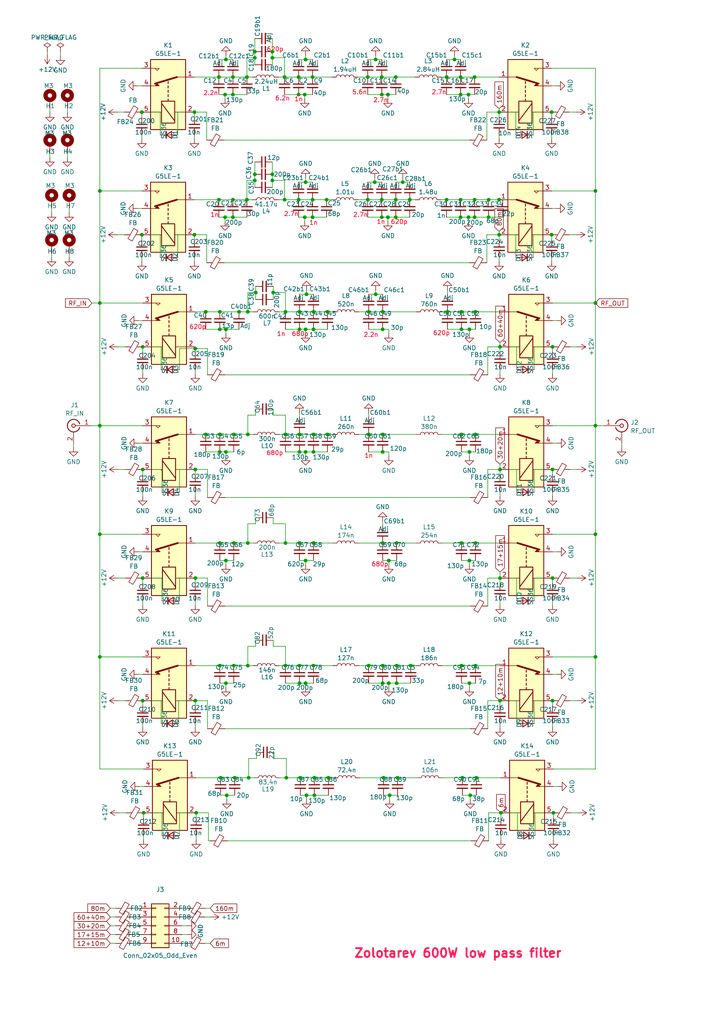
<source format=kicad_sch>
(kicad_sch (version 20231120) (generator "eeschema") (generator_version "8.0")
  (paper "A4" portrait)
  (junction (at 67.818 125.984))
  (junction (at 73.914 52.324))
  (junction (at 133.858 125.984))
  (junction (at 114.808 22.352))
  (junction (at 108.966 17.272))
  (junction (at 112.522 27.432))
  (junction (at 74.168 84.836))
  (junction (at 69.342 90.424))
  (junction (at 112.776 198.12))
  (junction (at 65.532 198.12))
  (junction (at 71.882 193.04))
  (junction (at 71.882 125.984))
  (junction (at 110.998 125.984))
  (junction (at 65.532 95.504))
  (junction (at 145.288 235.712))
  (junction (at 59.69 125.984))
  (junction (at 71.628 22.352))
  (junction (at 67.818 193.04))
  (junction (at 106.934 125.984))
  (junction (at 134.112 225.552))
  (junction (at 63.754 90.424))
  (junction (at 41.402 136.144))
  (junction (at 65.532 131.064))
  (junction (at 119.126 193.04))
  (junction (at 82.804 193.04))
  (junction (at 86.614 57.912))
  (junction (at 114.808 62.992))
  (junction (at 63.754 131.064))
  (junction (at 137.668 62.992))
  (junction (at 86.614 27.432))
  (junction (at 112.522 62.992))
  (junction (at 67.818 157.48))
  (junction (at 129.794 90.424))
  (junction (at 115.062 193.04))
  (junction (at 65.532 17.272))
  (junction (at 41.148 68.072))
  (junction (at 56.388 68.072))
  (junction (at 88.646 162.56))
  (junction (at 67.564 57.912))
  (junction (at 88.646 95.504))
  (junction (at 82.804 90.424))
  (junction (at 160.02 32.512))
  (junction (at 94.742 57.912))
  (junction (at 172.72 154.94))
  (junction (at 115.316 225.552))
  (junction (at 88.646 52.832))
  (junction (at 112.776 162.56))
  (junction (at 90.932 193.04))
  (junction (at 82.804 157.48))
  (junction (at 82.55 22.352))
  (junction (at 160.274 100.584))
  (junction (at 88.646 198.12))
  (junction (at 145.034 100.584))
  (junction (at 141.732 57.912))
  (junction (at 160.274 136.144))
  (junction (at 110.998 90.424))
  (junction (at 90.932 90.424))
  (junction (at 86.868 125.984))
  (junction (at 56.896 235.712))
  (junction (at 56.642 167.64))
  (junction (at 115.062 198.12))
  (junction (at 67.564 62.992))
  (junction (at 63.5 57.912))
  (junction (at 131.826 17.272))
  (junction (at 86.868 193.04))
  (junction (at 108.712 52.832))
  (junction (at 144.78 57.912))
  (junction (at 68.072 225.552))
  (junction (at 41.656 235.712))
  (junction (at 65.532 162.56))
  (junction (at 95.25 225.552))
  (junction (at 71.882 90.424))
  (junction (at 160.02 68.072))
  (junction (at 160.274 203.2))
  (junction (at 116.84 52.832))
  (junction (at 28.956 190.5))
  (junction (at 86.868 90.424))
  (junction (at 114.808 57.912))
  (junction (at 91.186 230.632))
  (junction (at 63.754 95.504))
  (junction (at 136.144 198.12))
  (junction (at 160.274 167.64))
  (junction (at 106.934 90.424))
  (junction (at 144.78 32.512))
  (junction (at 129.54 57.912))
  (junction (at 88.9 230.632))
  (junction (at 141.732 62.992))
  (junction (at 78.994 52.324))
  (junction (at 87.122 225.552))
  (junction (at 91.186 225.552))
  (junction (at 65.278 62.992))
  (junction (at 41.402 167.64))
  (junction (at 41.148 32.512))
  (junction (at 28.956 55.372))
  (junction (at 172.72 55.372))
  (junction (at 136.398 230.632))
  (junction (at 88.392 62.992))
  (junction (at 129.54 22.352))
  (junction (at 144.78 68.072))
  (junction (at 86.868 157.48))
  (junction (at 64.008 225.552))
  (junction (at 137.922 125.984))
  (junction (at 137.922 193.04))
  (junction (at 79.248 84.836))
  (junction (at 41.402 100.584))
  (junction (at 72.136 225.552))
  (junction (at 172.72 190.5))
  (junction (at 133.858 193.04))
  (junction (at 78.994 14.986))
  (junction (at 136.144 95.504))
  (junction (at 56.642 136.144))
  (junction (at 145.034 136.144))
  (junction (at 90.678 22.352))
  (junction (at 90.932 95.504))
  (junction (at 78.994 16.764))
  (junction (at 28.956 123.444))
  (junction (at 106.68 22.352))
  (junction (at 110.744 27.432))
  (junction (at 110.998 193.04))
  (junction (at 56.388 32.512))
  (junction (at 137.668 57.912))
  (junction (at 86.868 95.504))
  (junction (at 94.996 90.424))
  (junction (at 73.914 16.764))
  (junction (at 133.604 22.352))
  (junction (at 56.642 203.2))
  (junction (at 86.868 198.12))
  (junction (at 133.604 27.432))
  (junction (at 137.668 22.352))
  (junction (at 88.9 85.344))
  (junction (at 67.564 27.432))
  (junction (at 71.882 157.48))
  (junction (at 90.678 57.912))
  (junction (at 71.628 57.912))
  (junction (at 172.72 87.884))
  (junction (at 160.528 235.712))
  (junction (at 88.646 131.064))
  (junction (at 133.604 57.912))
  (junction (at 145.034 203.2))
  (junction (at 137.922 157.48))
  (junction (at 135.89 62.992))
  (junction (at 133.858 157.48))
  (junction (at 59.69 90.424))
  (junction (at 108.966 85.344))
  (junction (at 110.744 22.352))
  (junction (at 82.55 57.912))
  (junction (at 88.392 27.432))
  (junction (at 118.872 57.912))
  (junction (at 133.604 62.992))
  (junction (at 65.278 27.432))
  (junction (at 136.144 162.56))
  (junction (at 86.868 131.064))
  (junction (at 73.914 50.546))
  (junction (at 145.034 167.64))
  (junction (at 133.858 90.424))
  (junction (at 110.998 198.12))
  (junction (at 90.932 125.984))
  (junction (at 110.998 131.064))
  (junction (at 110.744 57.912))
  (junction (at 111.252 225.552))
  (junction (at 88.646 17.272))
  (junction (at 90.932 131.064))
  (junction (at 67.564 22.352))
  (junction (at 137.922 90.424))
  (junction (at 106.934 193.04))
  (junction (at 83.058 225.552))
  (junction (at 28.956 154.94))
  (junction (at 78.994 50.546))
  (junction (at 110.998 95.504))
  (junction (at 82.804 125.984))
  (junction (at 106.68 57.912))
  (junction (at 113.03 230.632))
  (junction (at 136.144 131.064))
  (junction (at 63.754 157.48))
  (junction (at 133.858 95.504))
  (junction (at 63.754 193.04))
  (junction (at 28.956 87.884))
  (junction (at 110.998 157.48))
  (junction (at 90.678 62.992))
  (junction (at 63.754 125.984))
  (junction (at 73.914 14.986))
  (junction (at 86.614 22.352))
  (junction (at 135.89 27.432))
  (junction (at 56.642 101.092))
  (junction (at 115.062 157.48))
  (junction (at 41.402 203.2))
  (junction (at 110.744 62.992))
  (junction (at 172.72 123.444))
  (junction (at 94.996 125.984))
  (junction (at 63.5 22.352))
  (junction (at 90.932 157.48))
  (junction (at 65.786 230.632))
  (junction (at 138.176 225.552))
  (wire (pts (xy 34.29 136.144) (xy 36.322 136.144)))
  (wire (pts (xy 110.998 95.504) (xy 112.776 95.504)))
  (wire (pts (xy 145.034 203.2) (xy 141.478 203.2)))
  (wire (pts (xy 46.99 242.316) (xy 46.99 235.712)))
  (wire (pts (xy 154.94 174.244) (xy 154.94 167.64)))
  (wire (pts (xy 110.744 22.352) (xy 114.808 22.352)))
  (wire (pts (xy 46.99 167.64) (xy 41.402 167.64)))
  (wire (pts (xy 90.678 62.992) (xy 94.742 62.992)))
  (wire (pts (xy 137.922 162.56) (xy 136.144 162.56)))
  (wire (pts (xy 56.642 136.144) (xy 56.642 137.668)))
  (wire (pts (xy 28.956 87.884) (xy 41.402 87.884)))
  (wire (pts (xy 56.896 235.712) (xy 60.452 235.712)))
  (wire (pts (xy 59.944 68.072) (xy 59.944 76.2)))
  (wire (pts (xy 111.252 230.632) (xy 113.03 230.632)))
  (wire (pts (xy 119.126 193.04) (xy 120.65 193.04)))
  (wire (pts (xy 160.02 55.372) (xy 172.72 55.372)))
  (wire (pts (xy 46.736 136.398) (xy 46.99 136.398)))
  (wire (pts (xy 110.744 62.992) (xy 112.522 62.992)))
  (wire (pts (xy 41.148 74.676) (xy 41.148 75.946)))
  (wire (pts (xy 137.668 27.432) (xy 135.89 27.432)))
  (wire (pts (xy 46.736 203.2) (xy 41.402 203.2)))
  (wire (pts (xy 149.86 203.2) (xy 145.034 203.2)))
  (wire (pts (xy 46.736 107.188) (xy 46.736 100.584)))
  (wire (pts (xy 150.114 242.316) (xy 150.114 235.712)))
  (wire (pts (xy 56.642 107.188) (xy 56.642 108.458)))
  (wire (pts (xy 129.794 90.424) (xy 128.27 90.424)))
  (wire (pts (xy 82.804 131.064) (xy 86.868 131.064)))
  (wire (pts (xy 41.148 39.116) (xy 41.148 40.386)))
  (wire (pts (xy 167.132 32.512) (xy 165.1 32.512)))
  (wire (pts (xy 79.502 219.964) (xy 83.058 219.964)))
  (wire (pts (xy 83.058 225.552) (xy 87.122 225.552)))
  (wire (pts (xy 78.994 16.764) (xy 78.994 18.796)))
  (wire (pts (xy 88.9 85.344) (xy 88.9 84.074)))
  (wire (pts (xy 167.132 68.072) (xy 165.1 68.072)))
  (wire (pts (xy 56.388 39.116) (xy 56.388 40.386)))
  (wire (pts (xy 114.808 57.912) (xy 118.872 57.912)))
  (wire (pts (xy 154.94 142.748) (xy 154.94 136.144)))
  (wire (pts (xy 79.248 84.836) (xy 79.248 86.868)))
  (wire (pts (xy 133.858 90.424) (xy 129.794 90.424)))
  (wire (pts (xy 104.14 157.48) (xy 110.998 157.48)))
  (wire (pts (xy 38.608 271.018) (xy 40.132 271.018)))
  (wire (pts (xy 65.532 162.56) (xy 65.532 163.83)))
  (wire (pts (xy 149.606 68.072) (xy 144.78 68.072)))
  (wire (pts (xy 155.194 242.316) (xy 155.194 235.712)))
  (wire (pts (xy 60.198 136.144) (xy 60.198 144.272)))
  (wire (pts (xy 106.934 131.064) (xy 110.998 131.064)))
  (wire (pts (xy 145.034 100.584) (xy 145.034 102.108)))
  (wire (pts (xy 59.944 32.512) (xy 59.944 40.64)))
  (wire (pts (xy 149.86 167.64) (xy 145.034 167.64)))
  (wire (pts (xy 65.532 17.272) (xy 67.564 17.272)))
  (wire (pts (xy 149.606 74.676) (xy 149.606 68.072)))
  (wire (pts (xy 26.67 87.884) (xy 28.956 87.884)))
  (wire (pts (xy 133.604 22.352) (xy 129.54 22.352)))
  (wire (pts (xy 64.008 225.552) (xy 68.072 225.552)))
  (wire (pts (xy 145.034 203.2) (xy 145.034 204.724)))
  (wire (pts (xy 63.754 198.12) (xy 65.532 198.12)))
  (wire (pts (xy 113.03 230.632) (xy 113.03 231.902)))
  (wire (pts (xy 67.564 27.432) (xy 71.628 27.432)))
  (wire (pts (xy 135.89 27.432) (xy 135.89 28.702)))
  (wire (pts (xy 82.804 151.892) (xy 82.804 157.48)))
  (wire (pts (xy 78.994 46.99) (xy 78.994 50.546)))
  (wire (pts (xy 90.678 22.352) (xy 96.266 22.352)))
  (wire (pts (xy 87.122 230.632) (xy 88.9 230.632)))
  (wire (pts (xy 154.686 68.072) (xy 160.02 68.072)))
  (wire (pts (xy 78.994 11.176) (xy 78.994 14.986)))
  (wire (pts (xy 82.804 198.12) (xy 86.868 198.12)))
  (wire (pts (xy 106.68 57.912) (xy 110.744 57.912)))
  (wire (pts (xy 112.522 27.432) (xy 112.522 28.702)))
  (wire (pts (xy 175.26 123.444) (xy 172.72 123.444)))
  (wire (pts (xy 64.008 230.632) (xy 65.786 230.632)))
  (wire (pts (xy 56.388 32.512) (xy 59.944 32.512)))
  (wire (pts (xy 106.934 120.904) (xy 106.934 119.634)))
  (wire (pts (xy 129.54 17.272) (xy 131.826 17.272)))
  (wire (pts (xy 137.668 22.352) (xy 133.604 22.352)))
  (wire (pts (xy 71.882 193.04) (xy 73.406 193.04)))
  (wire (pts (xy 88.646 95.504) (xy 90.932 95.504)))
  (wire (pts (xy 88.646 17.272) (xy 90.678 17.272)))
  (wire (pts (xy 71.882 125.984) (xy 71.882 120.396)))
  (wire (pts (xy 71.882 193.04) (xy 71.882 187.452)))
  (wire (pts (xy 154.686 74.676) (xy 154.686 68.072)))
  (wire (pts (xy 65.278 27.432) (xy 67.564 27.432)))
  (wire (pts (xy 60.452 235.712) (xy 60.452 243.84)))
  (wire (pts (xy 67.564 57.912) (xy 71.628 57.912)))
  (wire (pts (xy 63.754 95.504) (xy 65.532 95.504)))
  (wire (pts (xy 90.678 57.912) (xy 94.742 57.912)))
  (wire (pts (xy 32.004 263.398) (xy 33.528 263.398)))
  (wire (pts (xy 65.278 175.768) (xy 136.398 175.768)))
  (wire (pts (xy 138.176 225.552) (xy 145.288 225.552)))
  (wire (pts (xy 115.062 193.04) (xy 119.126 193.04)))
  (wire (pts (xy 160.02 32.512) (xy 160.02 34.036)))
  (wire (pts (xy 86.614 52.832) (xy 88.646 52.832)))
  (wire (pts (xy 41.402 203.2) (xy 41.402 204.724)))
  (wire (pts (xy 136.144 162.56) (xy 133.858 162.56)))
  (wire (pts (xy 41.148 60.452) (xy 39.878 60.452)))
  (wire (pts (xy 160.274 100.584) (xy 160.274 102.108)))
  (wire (pts (xy 41.148 68.072) (xy 41.148 69.596)))
  (wire (pts (xy 172.72 123.444) (xy 172.72 154.94)))
  (wire (pts (xy 106.68 17.272) (xy 108.966 17.272)))
  (wire (pts (xy 145.034 134.62) (xy 145.034 136.144)))
  (wire (pts (xy 59.436 263.398) (xy 60.96 263.398)))
  (wire (pts (xy 91.186 230.632) (xy 95.25 230.632)))
  (wire (pts (xy 79.248 150.114) (xy 79.248 151.892)))
  (wire (pts (xy 160.274 209.804) (xy 160.274 211.074)))
  (wire (pts (xy 34.29 203.2) (xy 36.322 203.2)))
  (wire (pts (xy 106.934 90.424) (xy 110.998 90.424)))
  (wire (pts (xy 138.176 225.552) (xy 134.112 225.552)))
  (wire (pts (xy 74.168 83.058) (xy 74.168 84.836)))
  (wire (pts (xy 82.55 52.324) (xy 82.55 57.912)))
  (wire (pts (xy 52.07 101.092) (xy 56.642 101.092)))
  (wire (pts (xy 94.996 90.424) (xy 96.52 90.424)))
  (wire (pts (xy 86.868 131.064) (xy 88.646 131.064)))
  (wire (pts (xy 144.78 32.512) (xy 141.224 32.512)))
  (wire (pts (xy 65.278 211.328) (xy 136.398 211.328)))
  (wire (pts (xy 88.9 230.632) (xy 88.9 231.902)))
  (wire (pts (xy 145.288 242.316) (xy 145.288 243.586)))
  (wire (pts (xy 104.14 90.424) (xy 106.934 90.424)))
  (wire (pts (xy 65.786 230.632) (xy 68.072 230.632)))
  (wire (pts (xy 88.392 62.992) (xy 90.678 62.992)))
  (wire (pts (xy 46.482 74.676) (xy 46.482 68.072)))
  (wire (pts (xy 52.832 265.938) (xy 54.356 265.938)))
  (wire (pts (xy 65.278 144.272) (xy 136.398 144.272)))
  (wire (pts (xy 160.274 107.188) (xy 160.274 108.458)))
  (wire (pts (xy 20.066 60.452) (xy 20.066 61.722)))
  (wire (pts (xy 28.956 123.444) (xy 41.402 123.444)))
  (wire (pts (xy 32.004 265.938) (xy 33.528 265.938)))
  (wire (pts (xy 160.274 160.02) (xy 161.544 160.02)))
  (wire (pts (xy 144.78 74.676) (xy 144.78 75.946)))
  (wire (pts (xy 133.604 27.432) (xy 129.54 27.432)))
  (wire (pts (xy 41.402 100.584) (xy 41.402 102.108)))
  (wire (pts (xy 65.532 95.504) (xy 65.532 96.774)))
  (wire (pts (xy 17.526 14.986) (xy 17.526 16.256)))
  (wire (pts (xy 103.886 57.912) (xy 106.68 57.912)))
  (wire (pts (xy 110.998 162.56) (xy 112.776 162.56)))
  (wire (pts (xy 46.482 39.116) (xy 46.482 32.512)))
  (wire (pts (xy 160.02 74.676) (xy 160.02 75.946)))
  (wire (pts (xy 79.502 218.186) (xy 79.502 219.964)))
  (wire (pts (xy 149.606 32.512) (xy 144.78 32.512)))
  (wire (pts (xy 56.642 203.2) (xy 60.198 203.2)))
  (wire (pts (xy 41.656 242.316) (xy 41.656 243.586)))
  (wire (pts (xy 74.422 218.186) (xy 74.422 219.964)))
  (wire (pts (xy 32.004 273.558) (xy 33.528 273.558)))
  (wire (pts (xy 141.478 136.144) (xy 141.478 144.272)))
  (wire (pts (xy 145.034 209.804) (xy 145.034 211.074)))
  (wire (pts (xy 65.532 198.12) (xy 67.818 198.12)))
  (wire (pts (xy 110.998 152.4) (xy 110.998 151.13)))
  (wire (pts (xy 137.922 193.04) (xy 145.034 193.04)))
  (wire (pts (xy 71.628 22.352) (xy 73.152 22.352)))
  (wire (pts (xy 106.68 52.832) (xy 108.712 52.832)))
  (wire (pts (xy 46.736 100.584) (xy 41.402 100.584)))
  (wire (pts (xy 86.868 198.12) (xy 88.646 198.12)))
  (wire (pts (xy 14.478 44.45) (xy 14.478 45.72)))
  (wire (pts (xy 160.274 203.2) (xy 160.274 204.724)))
  (wire (pts (xy 28.956 154.94) (xy 28.956 190.5)))
  (wire (pts (xy 88.646 131.064) (xy 90.932 131.064)))
  (wire (pts (xy 28.956 190.5) (xy 41.402 190.5)))
  (wire (pts (xy 160.528 242.316) (xy 160.528 243.586)))
  (wire (pts (xy 56.642 136.144) (xy 60.198 136.144)))
  (wire (pts (xy 88.392 27.432) (xy 88.392 28.702)))
  (wire (pts (xy 137.668 57.912) (xy 133.604 57.912)))
  (wire (pts (xy 106.68 62.992) (xy 110.744 62.992)))
  (wire (pts (xy 78.994 52.324) (xy 82.55 52.324)))
  (wire (pts (xy 128.27 125.984) (xy 133.858 125.984)))
  (wire (pts (xy 167.386 167.64) (xy 165.354 167.64)))
  (wire (pts (xy 56.388 68.072) (xy 56.388 69.596)))
  (wire (pts (xy 145.034 100.584) (xy 141.478 100.584)))
  (wire (pts (xy 78.994 14.986) (xy 78.994 16.764)))
  (wire (pts (xy 63.5 22.352) (xy 67.564 22.352)))
  (wire (pts (xy 129.794 85.344) (xy 129.794 84.074)))
  (wire (pts (xy 167.64 235.712) (xy 165.608 235.712)))
  (wire (pts (xy 51.562 39.116) (xy 51.562 32.512)))
  (wire (pts (xy 114.808 52.832) (xy 116.84 52.832)))
  (wire (pts (xy 79.248 118.618) (xy 79.248 120.396)))
  (wire (pts (xy 71.882 157.48) (xy 71.882 151.892)))
  (wire (pts (xy 56.896 235.712) (xy 56.896 237.236)))
  (wire (pts (xy 160.528 235.712) (xy 160.528 237.236)))
  (wire (pts (xy 63.754 90.424) (xy 69.342 90.424)))
  (wire (pts (xy 79.248 120.396) (xy 82.804 120.396)))
  (wire (pts (xy 137.668 22.352) (xy 144.78 22.352)))
  (wire (pts (xy 52.07 174.244) (xy 52.07 167.64)))
  (wire (pts (xy 41.402 142.748) (xy 41.402 144.018)))
  (wire (pts (xy 88.646 131.064) (xy 88.646 132.334)))
  (wire (pts (xy 32.004 271.018) (xy 33.528 271.018)))
  (wire (pts (xy 82.804 95.504) (xy 86.868 95.504)))
  (wire (pts (xy 172.72 55.372) (xy 172.72 87.884)))
  (wire (pts (xy 118.872 57.912) (xy 120.396 57.912)))
  (wire (pts (xy 144.78 67.056) (xy 144.78 68.072)))
  (wire (pts (xy 41.402 174.244) (xy 41.402 175.514)))
  (wire (pts (xy 94.996 125.984) (xy 96.52 125.984)))
  (wire (pts (xy 154.94 167.64) (xy 160.274 167.64)))
  (wire (pts (xy 112.776 198.12) (xy 115.062 198.12)))
  (wire (pts (xy 104.14 125.984) (xy 106.934 125.984)))
  (wire (pts (xy 71.882 151.892) (xy 74.168 151.892)))
  (wire (pts (xy 59.436 265.938) (xy 60.96 265.938)))
  (wire (pts (xy 86.868 157.48) (xy 90.932 157.48)))
  (wire (pts (xy 114.808 62.992) (xy 118.872 62.992)))
  (wire (pts (xy 87.122 225.552) (xy 91.186 225.552)))
  (wire (pts (xy 56.642 203.2) (xy 56.642 204.724)))
  (wire (pts (xy 133.604 57.912) (xy 129.54 57.912)))
  (wire (pts (xy 60.452 243.84) (xy 60.96 243.84)))
  (wire (pts (xy 108.966 85.344) (xy 108.966 84.074)))
  (wire (pts (xy 110.998 125.984) (xy 120.65 125.984)))
  (wire (pts (xy 145.034 174.244) (xy 145.034 175.514)))
  (wire (pts (xy 110.744 27.432) (xy 112.522 27.432)))
  (wire (pts (xy 34.036 32.512) (xy 36.068 32.512)))
  (wire (pts (xy 28.956 55.372) (xy 28.956 87.884)))
  (wire (pts (xy 71.882 187.452) (xy 74.168 187.452)))
  (wire (pts (xy 145.034 167.64) (xy 141.478 167.64)))
  (wire (pts (xy 51.816 209.804) (xy 51.816 203.2)))
  (wire (pts (xy 73.914 11.176) (xy 73.914 14.986)))
  (wire (pts (xy 133.858 95.504) (xy 129.794 95.504)))
  (wire (pts (xy 73.914 46.99) (xy 73.914 50.546)))
  (wire (pts (xy 56.642 90.424) (xy 59.69 90.424)))
  (wire (pts (xy 78.994 52.324) (xy 78.994 54.356)))
  (wire (pts (xy 149.86 209.804) (xy 149.86 203.2)))
  (wire (pts (xy 145.034 136.144) (xy 145.034 137.668)))
  (wire (pts (xy 86.868 162.56) (xy 88.646 162.56)))
  (wire (pts (xy 144.78 31.496) (xy 144.78 32.512)))
  (wire (pts (xy 155.194 235.712) (xy 160.528 235.712)))
  (wire (pts (xy 136.398 230.632) (xy 134.112 230.632)))
  (wire (pts (xy 149.606 39.116) (xy 149.606 32.512)))
  (wire (pts (xy 86.614 57.912) (xy 90.678 57.912)))
  (wire (pts (xy 90.932 95.504) (xy 94.996 95.504)))
  (wire (pts (xy 104.394 225.552) (xy 111.252 225.552)))
  (wire (pts (xy 56.388 68.072) (xy 59.944 68.072)))
  (wire (pts (xy 65.532 162.56) (xy 67.818 162.56)))
  (wire (pts (xy 145.288 235.712) (xy 141.732 235.712)))
  (wire (pts (xy 63.5 17.272) (xy 65.532 17.272)))
  (wire (pts (xy 114.808 22.352) (xy 120.396 22.352)))
  (wire (pts (xy 14.986 60.452) (xy 14.986 61.722)))
  (wire (pts (xy 67.818 193.04) (xy 71.882 193.04)))
  (wire (pts (xy 90.932 125.984) (xy 94.996 125.984)))
  (wire (pts (xy 65.786 230.632) (xy 65.786 231.902)))
  (wire (pts (xy 116.84 52.832) (xy 118.872 52.832)))
  (wire (pts (xy 41.402 160.02) (xy 40.132 160.02)))
  (wire (pts (xy 88.646 17.272) (xy 88.646 16.002)))
  (wire (pts (xy 71.628 57.912) (xy 73.152 57.912)))
  (wire (pts (xy 141.478 100.584) (xy 141.478 108.712)))
  (wire (pts (xy 52.07 167.64) (xy 56.642 167.64)))
  (wire (pts (xy 28.956 87.884) (xy 28.956 123.444)))
  (wire (pts (xy 112.522 62.992) (xy 114.808 62.992)))
  (wire (pts (xy 172.72 123.444) (xy 160.274 123.444)))
  (wire (pts (xy 52.832 273.558) (xy 54.356 273.558)))
  (wire (pts (xy 71.628 16.764) (xy 73.914 16.764)))
  (wire (pts (xy 82.55 57.912) (xy 86.614 57.912)))
  (wire (pts (xy 56.388 57.912) (xy 63.5 57.912)))
  (wire (pts (xy 73.914 16.764) (xy 73.914 18.796)))
  (wire (pts (xy 88.646 162.56) (xy 88.646 163.83)))
  (wire (pts (xy 72.136 225.552) (xy 72.136 219.964)))
  (wire (pts (xy 46.736 136.144) (xy 41.402 136.144)))
  (wire (pts (xy 65.532 95.504) (xy 69.342 95.504)))
  (wire (pts (xy 144.78 57.912) (xy 141.732 57.912)))
  (wire (pts (xy 63.5 62.992) (xy 65.278 62.992)))
  (wire (pts (xy 172.72 87.884) (xy 172.72 123.444)))
  (wire (pts (xy 110.998 198.12) (xy 112.776 198.12)))
  (wire (pts (xy 51.816 203.2) (xy 56.642 203.2)))
  (wire (pts (xy 154.94 136.144) (xy 160.274 136.144)))
  (wire (pts (xy 86.868 120.904) (xy 86.868 119.634)))
  (wire (pts (xy 66.04 243.84) (xy 136.652 243.84)))
  (wire (pts (xy 78.994 16.764) (xy 82.55 16.764)))
  (wire (pts (xy 81.026 90.424) (xy 82.804 90.424)))
  (wire (pts (xy 86.868 193.04) (xy 90.932 193.04)))
  (wire (pts (xy 141.478 203.2) (xy 141.478 211.328)))
  (wire (pts (xy 106.68 27.432) (xy 110.744 27.432)))
  (wire (pts (xy 144.78 68.072) (xy 144.78 69.596)))
  (wire (pts (xy 71.882 90.424) (xy 73.406 90.424)))
  (wire (pts (xy 79.248 151.892) (xy 82.804 151.892)))
  (wire (pts (xy 28.956 123.444) (xy 28.956 154.94)))
  (wire (pts (xy 137.922 198.12) (xy 136.144 198.12)))
  (wire (pts (xy 88.646 198.12) (xy 88.646 199.39)))
  (wire (pts (xy 160.528 223.012) (xy 172.72 223.012)))
  (wire (pts (xy 65.278 62.992) (xy 65.278 64.262)))
  (wire (pts (xy 135.89 62.992) (xy 135.89 64.262)))
  (wire (pts (xy 106.934 198.12) (xy 110.998 198.12)))
  (wire (pts (xy 71.628 52.324) (xy 73.914 52.324)))
  (wire (pts (xy 82.55 16.764) (xy 82.55 22.352)))
  (wire (pts (xy 41.402 107.188) (xy 41.402 108.458)))
  (wire (pts (xy 34.29 167.64) (xy 36.322 167.64)))
  (wire (pts (xy 108.966 85.344) (xy 110.998 85.344)))
  (wire (pts (xy 180.34 128.524) (xy 180.34 129.794)))
  (wire (pts (xy 56.642 100.584) (xy 56.642 101.092)))
  (wire (pts (xy 115.062 157.48) (xy 120.65 157.48)))
  (wire (pts (xy 137.922 90.424) (xy 133.858 90.424)))
  (wire (pts (xy 67.818 125.984) (xy 71.882 125.984)))
  (wire (pts (xy 34.29 100.584) (xy 36.322 100.584)))
  (wire (pts (xy 172.72 154.94) (xy 172.72 190.5)))
  (wire (pts (xy 131.826 17.272) (xy 133.604 17.272)))
  (wire (pts (xy 63.754 157.48) (xy 67.818 157.48)))
  (wire (pts (xy 137.668 62.992) (xy 135.89 62.992)))
  (wire (pts (xy 88.646 52.832) (xy 90.678 52.832)))
  (wire (pts (xy 145.034 136.144) (xy 141.478 136.144)))
  (wire (pts (xy 46.99 235.712) (xy 41.656 235.712)))
  (wire (pts (xy 160.274 136.144) (xy 160.274 137.668)))
  (wire (pts (xy 52.07 235.712) (xy 56.896 235.712)))
  (wire (pts (xy 79.248 84.836) (xy 82.804 84.836)))
  (wire (pts (xy 112.776 95.504) (xy 112.776 96.774)))
  (wire (pts (xy 38.608 268.478) (xy 40.132 268.478)))
  (wire (pts (xy 41.402 209.804) (xy 41.402 211.074)))
  (wire (pts (xy 65.278 27.432) (xy 65.278 28.702)))
  (wire (pts (xy 60.198 101.092) (xy 56.642 101.092)))
  (wire (pts (xy 56.642 167.64) (xy 60.198 167.64)))
  (wire (pts (xy 141.732 57.912) (xy 137.668 57.912)))
  (wire (pts (xy 86.868 85.344) (xy 88.9 85.344)))
  (wire (pts (xy 128.27 193.04) (xy 133.858 193.04)))
  (wire (pts (xy 21.336 128.524) (xy 21.336 129.794)))
  (wire (pts (xy 149.86 136.144) (xy 145.034 136.144)))
  (wire (pts (xy 103.886 22.352) (xy 106.68 22.352)))
  (wire (pts (xy 167.386 100.584) (xy 165.354 100.584)))
  (wire (pts (xy 56.388 22.352) (xy 63.5 22.352)))
  (wire (pts (xy 28.956 223.012) (xy 41.656 223.012)))
  (wire (pts (xy 133.604 62.992) (xy 129.54 62.992)))
  (wire (pts (xy 115.316 225.552) (xy 120.904 225.552)))
  (wire (pts (xy 74.168 150.114) (xy 74.168 151.892)))
  (wire (pts (xy 141.478 167.64) (xy 141.478 175.768)))
  (wire (pts (xy 82.804 120.396) (xy 82.804 125.984)))
  (wire (pts (xy 71.882 90.424) (xy 71.882 84.836)))
  (wire (pts (xy 14.478 31.496) (xy 14.478 32.766)))
  (wire (pts (xy 111.252 225.552) (xy 115.316 225.552)))
  (wire (pts (xy 138.176 230.632) (xy 136.398 230.632)))
  (wire (pts (xy 145.034 107.188) (xy 145.034 108.458)))
  (wire (pts (xy 65.532 131.064) (xy 67.818 131.064)))
  (wire (pts (xy 145.034 142.748) (xy 145.034 144.018)))
  (wire (pts (xy 69.342 90.424) (xy 71.882 90.424)))
  (wire (pts (xy 145.034 167.64) (xy 145.034 169.164)))
  (wire (pts (xy 56.642 174.244) (xy 56.642 175.514)))
  (wire (pts (xy 108.966 17.272) (xy 108.966 16.002)))
  (wire (pts (xy 80.772 22.352) (xy 82.55 22.352)))
  (wire (pts (xy 79.248 185.674) (xy 79.248 187.452)))
  (wire (pts (xy 41.148 24.892) (xy 39.878 24.892)))
  (wire (pts (xy 63.754 131.064) (xy 65.532 131.064)))
  (wire (pts (xy 88.9 230.632) (xy 91.186 230.632)))
  (wire (pts (xy 144.78 32.512) (xy 144.78 34.036)))
  (wire (pts (xy 137.922 95.504) (xy 136.144 95.504)))
  (wire (pts (xy 78.994 50.546) (xy 78.994 52.324)))
  (wire (pts (xy 112.776 162.56) (xy 115.062 162.56)))
  (wire (pts (xy 56.642 101.092) (xy 56.642 102.108)))
  (wire (pts (xy 82.55 22.352) (xy 86.614 22.352)))
  (wire (pts (xy 28.956 154.94) (xy 41.402 154.94)))
  (wire (pts (xy 52.07 142.748) (xy 52.07 136.144)))
  (wire (pts (xy 106.934 95.504) (xy 110.998 95.504)))
  (wire (pts (xy 110.998 157.48) (xy 115.062 157.48)))
  (wire (pts (xy 74.168 84.836) (xy 74.168 86.868)))
  (wire (pts (xy 131.826 17.272) (xy 131.826 16.002)))
  (wire (pts (xy 81.026 125.984) (xy 82.804 125.984)))
  (wire (pts (xy 91.186 225.552) (xy 95.25 225.552)))
  (wire (pts (xy 137.922 157.48) (xy 133.858 157.48)))
  (wire (pts (xy 136.144 162.56) (xy 136.144 163.83)))
  (wire (pts (xy 72.136 225.552) (xy 73.66 225.552)))
  (wire (pts (xy 60.198 203.2) (xy 60.198 211.328)))
  (wire (pts (xy 56.642 157.48) (xy 63.754 157.48)))
  (wire (pts (xy 52.07 242.316) (xy 52.07 235.712)))
  (wire (pts (xy 14.986 73.406) (xy 14.986 74.676)))
  (wire (pts (xy 65.532 131.064) (xy 65.532 132.334)))
  (wire (pts (xy 20.066 73.406) (xy 20.066 74.676)))
  (wire (pts (xy 137.922 193.04) (xy 133.858 193.04)))
  (wire (pts (xy 86.868 125.984) (xy 90.932 125.984)))
  (wire (pts (xy 38.608 265.938) (xy 40.132 265.938)))
  (wire (pts (xy 56.388 32.512) (xy 56.388 34.036)))
  (wire (pts (xy 112.776 162.56) (xy 112.776 163.83)))
  (wire (pts (xy 145.034 99.314) (xy 145.034 100.584)))
  (wire (pts (xy 67.818 157.48) (xy 71.882 157.48)))
  (wire (pts (xy 149.86 142.748) (xy 149.86 136.144)))
  (wire (pts (xy 71.882 125.984) (xy 73.406 125.984)))
  (wire (pts (xy 108.712 52.832) (xy 110.744 52.832)))
  (wire (pts (xy 172.72 190.5) (xy 172.72 223.012)))
  (wire (pts (xy 63.754 125.984) (xy 67.818 125.984)))
  (wire (pts (xy 59.69 95.504) (xy 63.754 95.504)))
  (wire (pts (xy 154.686 32.512) (xy 160.02 32.512)))
  (wire (pts (xy 106.934 193.04) (xy 110.998 193.04)))
  (wire (pts (xy 150.114 235.712) (xy 145.288 235.712)))
  (wire (pts (xy 88.392 62.992) (xy 88.392 64.262)))
  (wire (pts (xy 86.614 27.432) (xy 88.392 27.432)))
  (wire (pts (xy 65.532 198.12) (xy 65.532 199.39)))
  (wire (pts (xy 160.02 24.892) (xy 161.29 24.892)))
  (wire (pts (xy 167.386 203.2) (xy 165.354 203.2)))
  (wire (pts (xy 60.198 101.092) (xy 60.198 108.712)))
  (wire (pts (xy 46.482 68.072) (xy 41.148 68.072)))
  (wire (pts (xy 154.94 107.188) (xy 154.94 100.584)))
  (wire (pts (xy 82.804 193.04) (xy 86.868 193.04)))
  (wire (pts (xy 34.544 235.712) (xy 36.576 235.712)))
  (wire (pts (xy 56.642 142.748) (xy 56.642 144.018)))
  (wire (pts (xy 136.398 230.632) (xy 136.398 231.902)))
  (wire (pts (xy 172.72 87.884) (xy 160.274 87.884)))
  (wire (pts (xy 71.882 84.836) (xy 74.168 84.836)))
  (wire (pts (xy 52.07 107.188) (xy 52.07 101.092)))
  (wire (pts (xy 52.832 263.398) (xy 54.356 263.398)))
  (wire (pts (xy 38.608 273.558) (xy 40.132 273.558)))
  (wire (pts (xy 106.934 125.984) (xy 110.998 125.984)))
  (wire (pts (xy 115.062 198.12) (xy 119.126 198.12)))
  (wire (pts (xy 46.99 174.244) (xy 46.99 167.64)))
  (wire (pts (xy 90.932 193.04) (xy 96.52 193.04)))
  (wire (pts (xy 172.72 190.5) (xy 160.274 190.5)))
  (wire (pts (xy 82.55 27.432) (xy 86.614 27.432)))
  (wire (pts (xy 110.998 131.064) (xy 112.776 131.064)))
  (wire (pts (xy 56.388 74.676) (xy 56.388 75.946)))
  (wire (pts (xy 26.416 123.444) (xy 28.956 123.444)))
  (wire (pts (xy 56.896 225.552) (xy 64.008 225.552)))
  (wire (pts (xy 144.78 39.116) (xy 144.78 40.386)))
  (wire (pts (xy 88.646 95.504) (xy 88.646 96.774)))
  (wire (pts (xy 144.78 68.072) (xy 141.224 68.072)))
  (wire (pts (xy 41.148 19.812) (xy 28.956 19.812)))
  (wire (pts (xy 145.796 62.992) (xy 141.732 62.992)))
  (wire (pts (xy 160.274 174.244) (xy 160.274 175.514)))
  (wire (pts (xy 28.956 190.5) (xy 28.956 223.012)))
  (wire (pts (xy 65.278 62.992) (xy 67.564 62.992)))
  (wire (pts (xy 63.754 162.56) (xy 65.532 162.56)))
  (wire (pts (xy 135.89 27.432) (xy 133.604 27.432)))
  (wire (pts (xy 149.86 107.188) (xy 149.86 100.584)))
  (wire (pts (xy 160.274 167.64) (xy 160.274 169.164)))
  (wire (pts (xy 81.026 157.48) (xy 82.804 157.48)))
  (wire (pts (xy 73.914 14.986) (xy 73.914 16.764)))
  (wire (pts (xy 59.69 90.424) (xy 63.754 90.424)))
  (wire (pts (xy 145.034 165.862) (xy 145.034 167.64)))
  (wire (pts (xy 46.736 209.804) (xy 46.736 203.2)))
  (wire (pts (xy 81.28 225.552) (xy 83.058 225.552)))
  (wire (pts (xy 32.004 268.478) (xy 33.528 268.478)))
  (wire (pts (xy 149.86 100.584) (xy 145.034 100.584)))
  (wire (pts (xy 128.27 157.48) (xy 133.858 157.48)))
  (wire (pts (xy 113.03 230.632) (xy 115.316 230.632)))
  (wire (pts (xy 71.882 120.396) (xy 74.168 120.396)))
  (wire (pts (xy 172.72 154.94) (xy 160.274 154.94)))
  (wire (pts (xy 51.816 107.188) (xy 52.07 107.188)))
  (wire (pts (xy 135.89 62.992) (xy 133.604 62.992)))
  (wire (pts (xy 28.956 55.372) (xy 41.148 55.372)))
  (wire (pts (xy 56.642 193.04) (xy 63.754 193.04)))
  (wire (pts (xy 145.288 235.712) (xy 145.288 237.236)))
  (wire (pts (xy 41.656 228.092) (xy 40.386 228.092)))
  (wire (pts (xy 81.026 193.04) (xy 82.804 193.04)))
  (wire (pts (xy 71.882 157.48) (xy 73.406 157.48)))
  (wire (pts (xy 86.868 95.504) (xy 88.646 95.504)))
  (wire (pts (xy 141.224 68.072) (xy 141.224 76.2)))
  (wire (pts (xy 82.804 84.836) (xy 82.804 90.424)))
  (wire (pts (xy 74.168 185.674) (xy 74.168 187.452)))
  (wire (pts (xy 112.522 27.432) (xy 114.808 27.432)))
  (wire (pts (xy 56.642 167.64) (xy 56.642 169.164)))
  (wire (pts (xy 41.402 128.524) (xy 40.132 128.524)))
  (wire (pts (xy 128.524 225.552) (xy 134.112 225.552)))
  (wire (pts (xy 86.868 90.424) (xy 90.932 90.424)))
  (wire (pts (xy 88.9 85.344) (xy 90.932 85.344)))
  (wire (pts (xy 67.564 62.992) (xy 71.628 62.992)))
  (wire (pts (xy 51.562 32.512) (xy 56.388 32.512)))
  (wire (pts (xy 67.564 22.352) (xy 71.628 22.352)))
  (wire (pts (xy 68.072 225.552) (xy 72.136 225.552)))
  (wire (pts (xy 82.804 187.452) (xy 82.804 193.04)))
  (wire (pts (xy 136.144 198.12) (xy 136.144 199.39)))
  (wire (pts (xy 160.528 228.092) (xy 161.798 228.092)))
  (wire (pts (xy 80.772 57.912) (xy 82.55 57.912)))
  (wire (pts (xy 110.998 193.04) (xy 115.062 193.04)))
  (wire (pts (xy 60.198 167.64) (xy 60.198 175.768)))
  (wire (pts (xy 71.628 22.352) (xy 71.628 16.764)))
  (wire (pts (xy 106.934 85.344) (xy 108.966 85.344)))
  (wire (pts (xy 52.832 268.478) (xy 54.356 268.478)))
  (wire (pts (xy 41.402 195.58) (xy 40.132 195.58)))
  (wire (pts (xy 63.5 27.432) (xy 65.278 27.432)))
  (wire (pts (xy 154.94 209.804) (xy 154.94 203.2)))
  (wire (pts (xy 106.68 22.352) (xy 110.744 22.352)))
  (wire (pts (xy 112.776 131.064) (xy 112.776 132.334)))
  (wire (pts (xy 144.78 57.912) (xy 145.796 57.912)))
  (wire (pts (xy 149.86 174.244) (xy 149.86 167.64)))
  (wire (pts (xy 82.804 125.984) (xy 86.868 125.984)))
  (wire (pts (xy 160.274 195.58) (xy 161.544 195.58)))
  (wire (pts (xy 141.732 235.712) (xy 141.732 243.84)))
  (wire (pts (xy 137.922 125.984) (xy 145.034 125.984)))
  (wire (pts (xy 160.274 128.524) (xy 161.544 128.524)))
  (wire (pts (xy 38.608 263.398) (xy 40.132 263.398)))
  (wire (pts (xy 59.69 131.064) (xy 63.754 131.064)))
  (wire (pts (xy 56.642 209.804) (xy 56.642 211.074)))
  (wire (pts (xy 167.386 136.144) (xy 165.354 136.144)))
  (wire (pts (xy 79.248 187.452) (xy 82.804 187.452)))
  (wire (pts (xy 137.922 90.424) (xy 145.034 90.424)))
  (wire (pts (xy 160.02 68.072) (xy 160.02 69.596)))
  (wire (pts (xy 52.07 136.144) (xy 56.642 136.144)))
  (wire (pts (xy 41.656 235.712) (xy 41.656 237.236)))
  (wire (pts (xy 112.776 198.12) (xy 112.776 199.39)))
  (wire (pts (xy 88.392 27.432) (xy 90.678 27.432)))
  (wire (pts (xy 129.54 22.352) (xy 128.016 22.352)))
  (wire (pts (xy 34.036 68.072) (xy 36.068 68.072)))
  (wire (pts (xy 129.54 57.912) (xy 128.016 57.912)))
  (wire (pts (xy 88.646 198.12) (xy 90.932 198.12)))
  (wire (pts (xy 141.732 62.992) (xy 137.668 62.992)))
  (wire (pts (xy 104.14 193.04) (xy 106.934 193.04)))
  (wire (pts (xy 82.804 90.424) (xy 86.868 90.424)))
  (wire (pts (xy 136.144 95.504) (xy 133.858 95.504)))
  (wire (pts (xy 110.998 90.424) (xy 120.65 90.424)))
  (wire (pts (xy 28.956 19.812) (xy 28.956 55.372)))
  (wire (pts (xy 86.614 17.272) (xy 88.646 17.272)))
  (wire (pts (xy 74.168 118.618) (xy 74.168 120.396)))
  (wire (pts (xy 41.402 167.64) (xy 41.402 169.164)))
  (wire (pts (xy 110.744 57.912) (xy 114.808 57.912)))
  (wire (pts (xy 71.628 57.912) (xy 71.628 52.324)))
  (wire (pts (xy 90.932 90.424) (xy 94.996 90.424)))
  (wire (pts (xy 41.402 92.964) (xy 40.132 92.964)))
  (wire (pts (xy 172.72 19.812) (xy 172.72 55.372)))
  (wire (pts (xy 112.522 62.992) (xy 112.522 64.262)))
  (wire (pts (xy 19.558 44.45) (xy 19.558 45.72)))
  (wire (pts (xy 73.914 50.546) (xy 73.914 52.324)))
  (wire (pts (xy 63.754 193.04) (xy 67.818 193.04)))
  (wire (pts (xy 90.932 131.064) (xy 94.996 131.064)))
  (wire (pts (xy 52.832 271.018) (xy 54.356 271.018)))
  (wire (pts (xy 56.896 242.316) (xy 56.896 243.586)))
  (wire (pts (xy 72.136 219.964) (xy 74.422 219.964)))
  (wire (pts (xy 59.69 125.984) (xy 63.754 125.984)))
  (wire (pts (xy 65.532 17.272) (xy 65.532 16.002)))
  (wire (pts (xy 160.274 142.748) (xy 160.274 144.018)))
  (wire (pts (xy 59.436 273.558) (xy 60.96 273.558)))
  (wire (pts (xy 136.144 131.064) (xy 133.858 131.064)))
  (wire (pts (xy 160.02 60.452) (xy 161.29 60.452)))
  (wire (pts (xy 154.94 203.2) (xy 160.274 203.2)))
  (wire (pts (xy 154.94 100.584) (xy 160.274 100.584)))
  (wire (pts (xy 41.402 136.144) (xy 41.402 137.668)))
  (wire (pts (xy 65.024 76.2) (xy 136.144 76.2)))
  (wire (pts (xy 65.024 40.64) (xy 136.144 40.64)))
  (wire (pts (xy 83.058 219.964) (xy 83.058 225.552)))
  (wire (pts (xy 137.922 157.48) (xy 145.034 157.48)))
  (wire (pts (xy 56.642 125.984) (xy 59.69 125.984)))
  (wire (pts (xy 86.614 62.992) (xy 88.392 62.992)))
  (wire (pts (xy 136.144 95.504) (xy 136.144 96.774)))
  (wire (pts (xy 63.5 57.912) (xy 67.564 57.912)))
  (wire (pts (xy 137.922 125.984) (xy 133.858 125.984)))
  (wire (pts (xy 46.482 32.512) (xy 41.148 32.512)))
  (wire (pts (xy 79.248 83.058) (xy 79.248 84.836)))
  (wire (pts (xy 160.02 19.812) (xy 172.72 19.812)))
  (wire (pts (xy 19.558 31.496) (xy 19.558 32.766)))
  (wire (pts (xy 82.804 157.48) (xy 86.868 157.48)))
  (wire (pts (xy 137.922 131.064) (xy 136.144 131.064)))
  (wire (pts (xy 46.736 136.398) (xy 46.736 136.144)))
  (wire (pts (xy 95.25 225.552) (xy 96.774 225.552)))
  (wire (pts (xy 108.966 17.272) (xy 110.744 17.272)))
  (wire (pts (xy 46.99 136.398) (xy 46.99 142.748)))
  (wire (pts (xy 160.02 39.116) (xy 160.02 40.386)))
  (wire (pts (xy 51.562 68.072) (xy 56.388 68.072)))
  (wire (pts (xy 141.224 32.512) (xy 141.224 40.64)))
  (wire (pts (xy 73.914 52.324) (xy 73.914 54.356)))
  (wire (pts (xy 88.646 162.56) (xy 90.932 162.56)))
  (wire (pts (xy 86.614 22.352) (xy 90.678 22.352)))
  (wire (pts (xy 13.716 14.986) (xy 13.716 16.002)))
  (wire (pts (xy 136.144 131.064) (xy 136.144 132.334)))
  (wire (pts (xy 116.84 52.832) (xy 116.84 51.562)))
  (wire (pts (xy 108.712 52.832) (xy 108.712 51.562)))
  (wire (pts (xy 94.742 57.912) (xy 96.266 57.912)))
  (wire (pts (xy 41.148 32.512) (xy 41.148 34.036)))
  (wire (pts (xy 90.932 157.48) (xy 96.52 157.48)))
  (wire (pts (xy 88.646 52.832) (xy 88.646 51.562)))
  (wire (pts (xy 65.278 108.712) (xy 136.398 108.712)))
  (wire (pts (xy 160.274 92.964) (xy 161.544 92.964)))
  (wire (pts (xy 154.686 39.116) (xy 154.686 32.512)))
  (wire (pts (xy 136.144 198.12) (xy 133.858 198.12)))
  (wire (pts (xy 51.562 74.676) (xy 51.562 68.072)))
  (text "Zolotarev 600W low pass filter" (at 132.842 276.606 0) (effects (font (size 2.54 2.54) (thickness 0.508) (bold yes))))
  (global_label "80m" (shape input) (at 32.004 263.398 180) (property "Intersheetrefs" "${INTERSHEET_REFS}" (effects (hide yes))))
  (global_label "60+40m" (shape input) (at 145.034 99.314 90) (property "Intersheetrefs" "${INTERSHEET_REFS}" (effects (hide yes))))
  (global_label "6m" (shape input) (at 145.288 235.712 90) (property "Intersheetrefs" "${INTERSHEET_REFS}" (effects (hide yes))))
  (global_label "30+20m" (shape input) (at 32.004 268.478 180) (property "Intersheetrefs" "${INTERSHEET_REFS}" (effects (hide yes))))
  (global_label "160m" (shape input) (at 144.78 31.496 90) (property "Intersheetrefs" "${INTERSHEET_REFS}" (effects (hide yes))))
  (global_label "12+10m" (shape input) (at 32.004 273.558 180) (property "Intersheetrefs" "${INTERSHEET_REFS}" (effects (hide yes))))
  (global_label "6m" (shape input) (at 60.96 273.558 0) (property "Intersheetrefs" "${INTERSHEET_REFS}" (effects (hide yes))))
  (global_label "RF_OUT" (shape input) (at 172.72 87.884 0) (property "Intersheetrefs" "${INTERSHEET_REFS}" (effects (hide yes))))
  (global_label "12+10m" (shape input) (at 145.034 203.2 90) (property "Intersheetrefs" "${INTERSHEET_REFS}" (effects (hide yes))))
  (global_label "17+15m" (shape input) (at 145.034 165.862 90) (property "Intersheetrefs" "${INTERSHEET_REFS}" (effects (hide yes))))
  (global_label "30+20m" (shape input) (at 145.034 134.62 90) (property "Intersheetrefs" "${INTERSHEET_REFS}" (effects (hide yes))))
  (global_label "17+15m" (shape input) (at 32.004 271.018 180) (property "Intersheetrefs" "${INTERSHEET_REFS}" (effects (hide yes))))
  (global_label "160m" (shape input) (at 60.96 263.398 0) (property "Intersheetrefs" "${INTERSHEET_REFS}" (effects (hide yes))))
  (global_label "60+40m" (shape input) (at 32.004 265.938 180) (property "Intersheetrefs" "${INTERSHEET_REFS}" (effects (hide yes))))
  (global_label "80m" (shape input) (at 144.78 67.056 90) (property "Intersheetrefs" "${INTERSHEET_REFS}" (effects (hide yes))))
  (global_label "RF_IN" (shape input) (at 26.67 87.884 180) (property "Intersheetrefs" "${INTERSHEET_REFS}" (effects (hide yes))))
  (symbol (lib_id "power:GND") (at 88.646 132.334 0) (unit 1)
    (property "Reference" "#PWR042" (effects (hide yes)))
    (property "Value" "GND" (at 88.646 136.4671 0))
    (property "Description" "Power symbol creates a global label with name \"GND\" , ground" (effects (hide yes)))
  )
  (symbol (lib_id "power:GND") (at 39.878 60.452 270) (unit 1)
    (property "Reference" "#PWR019" (effects (hide yes)))
    (property "Value" "GND" (at 35.7449 60.452 0))
    (property "Description" "Power symbol creates a global label with name \"GND\" , ground" (effects (hide yes)))
  )
  (symbol (lib_id "Device:C_Small") (at 94.996 128.524 0) (unit 1)
    (property "Reference" "C59" (at 93.726 126.492 0) (effects (justify left)))
    (property "Value" "29p" (at 96.012 130.302 0) (effects (justify left)))
    (property "Footprint" "ATC_B:ATC_500_HandSoldering" (effects (hide yes)))
    (property "Description" "Unpolarized capacitor, small symbol" (effects (hide yes)))
  )
  (symbol (lib_id "Device:FerriteBead_Small") (at 36.068 263.398 90) (unit 1)
    (property "Reference" "FB2" (at 39.624 263.398 90))
    (property "Value" "FB" (effects (hide yes)))
    (property "Footprint" "Inductor_SMD:L_0805_2012Metric_Pad1.15x1.40mm_HandSolder" (effects (hide yes)))
    (property "Description" "Ferrite bead, small symbol" (effects (hide yes)))
  )
  (symbol (lib_id "Device:L") (at 124.46 157.48 270) (mirror x) (unit 1)
    (property "Reference" "L15" (at 124.46 152.8302 90))
    (property "Value" "254n" (at 124.46 155.2545 90))
    (property "Footprint" "T80_60_V:T90_60_V" (effects (hide yes)))
    (property "Description" "Inductor" (effects (hide yes)))
  )
  (symbol (lib_id "power:GND") (at 41.148 75.946 0) (unit 1)
    (property "Reference" "#PWR021" (effects (hide yes)))
    (property "Value" "GND" (at 41.148 80.0791 0))
    (property "Description" "Power symbol creates a global label with name \"GND\" , ground" (effects (hide yes)))
  )
  (symbol (lib_id "power:GND") (at 106.934 119.634 180) (unit 1)
    (property "Reference" "#PWR0110" (effects (hide yes)))
    (property "Value" "GND" (at 106.934 115.5009 0))
    (property "Description" "Power symbol creates a global label with name \"GND\" , ground" (effects (hide yes)))
  )
  (symbol (lib_id "power:GND") (at 20.066 61.722 0) (unit 1)
    (property "Reference" "#PWR0107" (effects (hide yes)))
    (property "Value" "GND" (at 20.066 65.8551 0))
    (property "Description" "Power symbol creates a global label with name \"GND\" , ground" (effects (hide yes)))
  )
  (symbol (lib_id "power:GND") (at 65.532 163.83 0) (unit 1)
    (property "Reference" "#PWR071" (effects (hide yes)))
    (property "Value" "GND" (at 65.532 167.9631 0))
    (property "Description" "Power symbol creates a global label with name \"GND\" , ground" (effects (hide yes)))
  )
  (symbol (lib_id "Device:FerriteBead_Small") (at 62.738 108.712 90) (unit 1)
    (property "Reference" "FB19" (at 62.6999 102.8657 90))
    (property "Value" "FB" (at 62.6999 105.29 90))
    (property "Footprint" "Inductor_SMD:L_0805_2012Metric_Pad1.15x1.40mm_HandSolder" (effects (hide yes)))
    (property "Description" "Ferrite bead, small symbol" (effects (hide yes)))
  )
  (symbol (lib_id "Device:C_Small") (at 76.708 83.058 90) (unit 1)
    (property "Reference" "C39" (at 72.898 84.582 0) (effects (justify left)))
    (property "Value" "11p" (at 78.232 83.058 0) (effects (justify left)))
    (property "Footprint" "ATC_B:ATC_500_HandSoldering" (effects (hide yes)))
    (property "Description" "Unpolarized capacitor, small symbol" (effects (hide yes)))
  )
  (symbol (lib_id "Device:D_Small") (at 152.146 74.676 180) (unit 1)
    (property "Reference" "D13" (at 150.368 75.946 90) (effects (justify right)))
    (property "Value" "SS36" (at 153.67 75.946 90) (effects (justify right)))
    (property "Footprint" "Diode_SMD:D_SMB_Handsoldering" (effects (hide yes)))
    (property "Description" "Diode, small symbol" (effects (hide yes)))
    (property "Sim.Device" "D" (effects (hide yes)))
    (property "Sim.Pins" "1=K 2=A" (effects (hide yes)))
  )
  (symbol (lib_id "power:GND") (at 108.712 51.562 180) (unit 1)
    (property "Reference" "#PWR0103" (effects (hide yes)))
    (property "Value" "GND" (at 108.712 47.4289 0))
    (property "Description" "Power symbol creates a global label with name \"GND\" , ground" (effects (hide yes)))
  )
  (symbol (lib_id "power:GND") (at 88.646 51.562 180) (unit 1)
    (property "Reference" "#PWR0102" (effects (hide yes)))
    (property "Value" "GND" (at 88.646 47.4289 0))
    (property "Description" "Power symbol creates a global label with name \"GND\" , ground" (effects (hide yes)))
  )
  (symbol (lib_id "Device:C_Small") (at 71.628 24.892 0) (unit 1)
    (property "Reference" "C5" (at 68.834 23.368 0) (effects (justify left)))
    (property "Value" "33p" (at 71.628 26.416 0) (effects (justify left)))
    (property "Footprint" "ATC_B:ATC_500_HandSoldering" (effects (hide yes)))
    (property "Description" "Unpolarized capacitor, small symbol" (effects (hide yes)))
  )
  (symbol (lib_id "Device:C_Small") (at 86.614 19.812 180) (unit 1)
    (property "Reference" "C6b1" (at 86.868 16.002 0) (effects (justify left)))
    (property "Value" "Adj" (at 87.884 18.288 0) (effects (justify left)))
    (property "Footprint" "ATC_B:ATC_500_HandSoldering" (effects (hide yes)))
    (property "Description" "Unpolarized capacitor, small symbol" (effects (hide yes)))
  )
  (symbol (lib_id "Device:FerriteBead_Small") (at 56.896 265.938 90) (unit 1)
    (property "Reference" "FB8" (at 53.594 265.938 90))
    (property "Value" "FB" (effects (hide yes)))
    (property "Footprint" "Inductor_SMD:L_0805_2012Metric_Pad1.15x1.40mm_HandSolder" (effects (hide yes)))
    (property "Description" "Ferrite bead, small symbol" (effects (hide yes)))
  )
  (symbol (lib_id "Device:C_Small") (at 82.804 195.58 0) (unit 1)
    (property "Reference" "C76" (at 81.534 193.548 0) (effects (justify left)))
    (property "Value" "200p" (at 80.518 199.39 0) (effects (justify left)))
    (property "Footprint" "ATC_B:ATC_500_HandSoldering" (effects (hide yes)))
    (property "Description" "Unpolarized capacitor, small symbol" (effects (hide yes)))
  )
  (symbol (lib_id "power:GND") (at 160.274 108.458 0) (mirror y) (unit 1)
    (property "Reference" "#PWR050" (effects (hide yes)))
    (property "Value" "GND" (at 160.274 112.5911 0))
    (property "Description" "Power symbol creates a global label with name \"GND\" , ground" (effects (hide yes)))
  )
  (symbol (lib_id "power:+12V") (at 34.544 235.712 90) (unit 1)
    (property "Reference" "#PWR049" (effects (hide yes)))
    (property "Value" "+12V" (at 30.4109 235.712 0))
    (property "Description" "Power symbol creates a global label with name \"+12V\"" (effects (hide yes)))
  )
  (symbol (lib_id "Device:FerriteBead_Small") (at 36.068 265.938 90) (unit 1)
    (property "Reference" "FB3" (at 39.116 265.938 90))
    (property "Value" "FB" (effects (hide yes)))
    (property "Footprint" "Inductor_SMD:L_0805_2012Metric_Pad1.15x1.40mm_HandSolder" (effects (hide yes)))
    (property "Description" "Ferrite bead, small symbol" (effects (hide yes)))
  )
  (symbol (lib_id "Device:C_Small") (at 67.564 60.452 0) (unit 1)
    (property "Reference" "C21" (at 64.008 58.928 0) (effects (justify left)))
    (property "Value" "200p" (at 65.278 64.516 0) (effects (justify left)))
    (property "Footprint" "ATC_B:ATC_500_HandSoldering" (effects (hide yes)))
    (property "Description" "Unpolarized capacitor, small symbol" (effects (hide yes)))
  )
  (symbol (lib_id "Device:C_Small") (at 90.678 55.372 0) (mirror x) (unit 1)
    (property "Reference" "C24b1" (at 89.408 51.562 0) (effects (justify left)))
    (property "Value" "Adj" (at 89.408 53.848 0) (effects (justify left)))
    (property "Footprint" "ATC_B:ATC_500_HandSoldering" (effects (hide yes)))
    (property "Description" "Unpolarized capacitor, small symbol" (effects (hide yes)))
  )
  (symbol (lib_id "Device:D_Small") (at 49.022 74.676 0) (mirror x) (unit 1)
    (property "Reference" "D2" (at 50.8 75.946 90) (effects (justify right)))
    (property "Value" "SS36" (at 47.498 75.946 90) (effects (justify right)))
    (property "Footprint" "Diode_SMD:D_SMB_Handsoldering" (effects (hide yes)))
    (property "Description" "Diode, small symbol" (effects (hide yes)))
    (property "Sim.Device" "D" (effects (hide yes)))
    (property "Sim.Pins" "1=K 2=A" (effects (hide yes)))
  )
  (symbol (lib_id "Device:FerriteBead_Small") (at 36.068 273.558 90) (unit 1)
    (property "Reference" "FB6" (at 39.116 273.558 90))
    (property "Value" "FB" (effects (hide yes)))
    (property "Footprint" "Inductor_SMD:L_0805_2012Metric_Pad1.15x1.40mm_HandSolder" (effects (hide yes)))
    (property "Description" "Ferrite bead, small symbol" (effects (hide yes)))
  )
  (symbol (lib_id "power:GND") (at 56.388 40.386 0) (unit 1)
    (property "Reference" "#PWR07" (effects (hide yes)))
    (property "Value" "GND" (at 56.388 44.5191 0))
    (property "Description" "Power symbol creates a global label with name \"GND\" , ground" (effects (hide yes)))
  )
  (symbol (lib_id "Device:FerriteBead_Small") (at 138.938 144.272 90) (unit 1)
    (property "Reference" "FB16" (at 138.8999 138.4257 90))
    (property "Value" "FB" (at 138.8999 140.85 90))
    (property "Footprint" "Inductor_SMD:L_0805_2012Metric_Pad1.15x1.40mm_HandSolder" (effects (hide yes)))
    (property "Description" "Ferrite bead, small symbol" (effects (hide yes)))
  )
  (symbol (lib_id "Device:C_Small") (at 137.922 128.524 0) (mirror y) (unit 1)
    (property "Reference" "C63" (at 139.192 126.492 0) (effects (justify left)))
    (property "Value" "180p" (at 143.002 130.81 0) (effects (justify left)))
    (property "Footprint" "ATC_B:ATC_500_HandSoldering" (effects (hide yes)))
    (property "Description" "Unpolarized capacitor, small symbol" (effects (hide yes)))
  )
  (symbol (lib_id "Mechanical:MountingHole_Pad") (at 19.558 41.91 0) (unit 1) (exclude_from_sim yes) (in_bom no)
    (property "Reference" "H4" (at 18.288 43.942 0) (effects (justify left)))
    (property "Value" "M3" (at 18.034 38.608 0) (effects (justify left)))
    (property "Footprint" "MountingHole:MountingHole_3.5mm_Pad_Via" (effects (hide yes)))
    (property "Description" "Mounting Hole with connection" (effects (hide yes)))
  )
  (symbol (lib_id "Device:C_Small") (at 56.642 140.208 0) (unit 1)
    (property "Reference" "C207" (at 55.372 138.176 0) (effects (justify left)))
    (property "Value" "10n" (at 54.61 141.986 0) (effects (justify left)))
    (property "Footprint" "Capacitor_SMD:C_0805_2012Metric_Pad1.18x1.45mm_HandSolder" (effects (hide yes)))
    (property "Description" "Unpolarized capacitor, small symbol" (effects (hide yes)))
  )
  (symbol (lib_id "power:GND") (at 88.392 28.702 0) (unit 1)
    (property "Reference" "#PWR016" (effects (hide yes)))
    (property "Value" "GND" (at 88.392 32.8351 0))
    (property "Description" "Power symbol creates a global label with name \"GND\" , ground" (effects (hide yes)))
  )
  (symbol (lib_id "Device:C_Small") (at 110.998 154.94 0) (mirror x) (unit 1)
    (property "Reference" "C69b1" (at 111.252 151.13 0) (effects (justify left)))
    (property "Value" "Adj" (at 109.728 153.416 0) (effects (justify left)))
    (property "Footprint" "ATC_B:ATC_500_HandSoldering" (effects (hide yes)))
    (property "Description" "Unpolarized capacitor, small symbol" (effects (hide yes)))
  )
  (symbol (lib_id "Device:C_Small") (at 56.642 104.648 0) (unit 1)
    (property "Reference" "C205" (at 55.372 102.616 0) (effects (justify left)))
    (property "Value" "10n" (at 54.61 106.426 0) (effects (justify left)))
    (property "Footprint" "Capacitor_SMD:C_0805_2012Metric_Pad1.18x1.45mm_HandSolder" (effects (hide yes)))
    (property "Description" "Unpolarized capacitor, small symbol" (effects (hide yes)))
  )
  (symbol (lib_id "power:+12V") (at 13.716 16.002 180) (unit 1)
    (property "Reference" "#PWR03" (effects (hide yes)))
    (property "Value" "+12V" (at 13.716 20.1351 0))
    (property "Description" "Power symbol creates a global label with name \"+12V\"" (effects (hide yes)))
  )
  (symbol (lib_id "Device:FerriteBead_Small") (at 162.56 68.072 270) (unit 1)
    (property "Reference" "FB37" (at 162.5981 73.9183 90))
    (property "Value" "FB" (at 162.5981 71.494 90))
    (property "Footprint" "Inductor_SMD:L_0805_2012Metric_Pad1.15x1.40mm_HandSolder" (effects (hide yes)))
    (property "Description" "Ferrite bead, small symbol" (effects (hide yes)))
  )
  (symbol (lib_id "Device:FerriteBead_Small") (at 139.192 243.84 90) (unit 1)
    (property "Reference" "FB11" (at 139.1539 237.9937 90))
    (property "Value" "FB" (at 139.1539 240.418 90))
    (property "Footprint" "Inductor_SMD:L_0805_2012Metric_Pad1.15x1.40mm_HandSolder" (effects (hide yes)))
    (property "Description" "Ferrite bead, small symbol" (effects (hide yes)))
  )
  (symbol (lib_id "Device:FerriteBead_Small") (at 38.608 68.072 90) (unit 1)
    (property "Reference" "FB26" (at 38.5699 62.2257 90))
    (property "Value" "FB" (at 38.5699 64.65 90))
    (property "Footprint" "Inductor_SMD:L_0805_2012Metric_Pad1.15x1.40mm_HandSolder" (effects (hide yes)))
    (property "Description" "Ferrite bead, small symbol" (effects (hide yes)))
  )
  (symbol (lib_id "Device:FerriteBead_Small") (at 38.862 100.584 90) (unit 1)
    (property "Reference" "FB27" (at 38.8239 94.7377 90))
    (property "Value" "FB" (at 38.8239 97.162 90))
    (property "Footprint" "Inductor_SMD:L_0805_2012Metric_Pad1.15x1.40mm_HandSolder" (effects (hide yes)))
    (property "Description" "Ferrite bead, small symbol" (effects (hide yes)))
  )
  (symbol (lib_id "power:GND") (at 136.144 163.83 0) (mirror y) (unit 1)
    (property "Reference" "#PWR083" (effects (hide yes)))
    (property "Value" "GND" (at 136.144 167.9631 0))
    (property "Description" "Power symbol creates a global label with name \"GND\" , ground" (effects (hide yes)))
  )
  (symbol (lib_id "Device:FerriteBead_Small") (at 62.484 40.64 90) (unit 1)
    (property "Reference" "FB21" (at 62.4459 34.7937 90))
    (property "Value" "FB" (at 62.4459 37.218 90))
    (property "Footprint" "Inductor_SMD:L_0805_2012Metric_Pad1.15x1.40mm_HandSolder" (effects (hide yes)))
    (property "Description" "Ferrite bead, small symbol" (effects (hide yes)))
  )
  (symbol (lib_id "Device:C_Small") (at 114.808 55.372 180) (unit 1)
    (property "Reference" "C27b1" (at 117.094 49.022 0) (effects (justify left)))
    (property "Value" "Adj" (at 116.078 53.848 0) (effects (justify left)))
    (property "Footprint" "ATC_B:ATC_500_HandSoldering" (effects (hide yes)))
    (property "Description" "Unpolarized capacitor, small symbol" (effects (hide yes)))
  )
  (symbol (lib_id "Device:C_Small") (at 86.614 24.892 0) (unit 1)
    (property "Reference" "C2" (at 86.614 23.368 0) (effects (justify left)))
    (property "Value" "1n" (at 85.344 28.702 0) (effects (justify left)))
    (property "Footprint" "ATC_B:ATC_500_HandSoldering" (effects (hide yes)))
    (property "Description" "Unpolarized capacitor, small symbol" (effects (hide yes)))
  )
  (symbol (lib_id "power:GND") (at 88.9 84.074 180) (unit 1)
    (property "Reference" "#PWR0105" (effects (hide yes)))
    (property "Value" "GND" (at 88.9 79.9409 0))
    (property "Description" "Power symbol creates a global label with name \"GND\" , ground" (effects (hide yes)))
  )
  (symbol (lib_id "Device:C_Small") (at 59.69 128.524 0) (unit 1)
    (property "Reference" "C53" (at 58.42 126.492 0) (effects (justify left)))
    (property "Value" "180p" (at 56.134 131.826 0) (effects (justify left)))
    (property "Footprint" "ATC_B:ATC_500_HandSoldering" (effects (hide yes)))
    (property "Description" "Unpolarized capacitor, small symbol" (effects (hide yes)))
  )
  (symbol (lib_id "power:GND") (at 112.776 96.774 0) (unit 1)
    (property "Reference" "#PWR043" (effects (hide yes)))
    (property "Value" "GND" (at 112.776 100.9071 0))
    (property "Description" "Power symbol creates a global label with name \"GND\" , ground" (effects (hide yes)))
  )
  (symbol (lib_id "power:GND") (at 129.794 84.074 180) (unit 1)
    (property "Reference" "#PWR0108" (effects (hide yes)))
    (property "Value" "GND" (at 129.794 79.9409 0))
    (property "Description" "Power symbol creates a global label with name \"GND\" , ground" (effects (hide yes)))
  )
  (symbol (lib_id "power:GND") (at 40.386 228.092 270) (unit 1)
    (property "Reference" "#PWR057" (effects (hide yes)))
    (property "Value" "GND" (at 36.2529 228.092 0))
    (property "Description" "Power symbol creates a global label with name \"GND\" , ground" (effects (hide yes)))
  )
  (symbol (lib_id "power:GND") (at 135.89 64.262 0) (mirror y) (unit 1)
    (property "Reference" "#PWR026" (effects (hide yes)))
    (property "Value" "GND" (at 135.89 68.3951 0))
    (property "Description" "Power symbol creates a global label with name \"GND\" , ground" (effects (hide yes)))
  )
  (symbol (lib_id "Device:C_Small") (at 145.034 207.264 0) (mirror y) (unit 1)
    (property "Reference" "C216" (at 146.304 205.232 0) (effects (justify left)))
    (property "Value" "10n" (at 147.066 209.042 0) (effects (justify left)))
    (property "Footprint" "Capacitor_SMD:C_0805_2012Metric_Pad1.18x1.45mm_HandSolder" (effects (hide yes)))
    (property "Description" "Unpolarized capacitor, small symbol" (effects (hide yes)))
  )
  (symbol (lib_id "power:+12V") (at 167.132 68.072 270) (unit 1)
    (property "Reference" "#PWR086" (effects (hide yes)))
    (property "Value" "+12V" (at 171.2651 68.072 0))
    (property "Description" "Power symbol creates a global label with name \"+12V\"" (effects (hide yes)))
  )
  (symbol (lib_id "Device:FerriteBead_Small") (at 63.5 243.84 90) (unit 1)
    (property "Reference" "FB10" (at 63.4619 237.9937 90))
    (property "Value" "FB" (at 63.4619 240.418 90))
    (property "Footprint" "Inductor_SMD:L_0805_2012Metric_Pad1.15x1.40mm_HandSolder" (effects (hide yes)))
    (property "Description" "Ferrite bead, small symbol" (effects (hide yes)))
  )
  (symbol (lib_id "Device:FerriteBead_Small") (at 38.608 32.512 90) (unit 1)
    (property "Reference" "FB24" (at 36.322 35.306 90))
    (property "Value" "FB" (at 38.5699 29.09 90))
    (property "Footprint" "Inductor_SMD:L_0805_2012Metric_Pad1.15x1.40mm_HandSolder" (effects (hide yes)))
    (property "Description" "Ferrite bead, small symbol" (effects (hide yes)))
  )
  (symbol (lib_id "Device:FerriteBead_Small") (at 38.862 136.144 90) (unit 1)
    (property "Reference" "FB28" (at 38.8239 130.2977 90))
    (property "Value" "FB" (at 38.8239 132.722 90))
    (property "Footprint" "Inductor_SMD:L_0805_2012Metric_Pad1.15x1.40mm_HandSolder" (effects (hide yes)))
    (property "Description" "Ferrite bead, small symbol" (effects (hide yes)))
  )
  (symbol (lib_id "power:GND") (at 88.392 64.262 0) (unit 1)
    (property "Reference" "#PWR024" (effects (hide yes)))
    (property "Value" "GND" (at 88.392 68.3951 0))
    (property "Description" "Power symbol creates a global label with name \"GND\" , ground" (effects (hide yes)))
  )
  (symbol (lib_id "Device:C_Small") (at 68.072 228.092 0) (unit 1)
    (property "Reference" "C84" (at 66.802 226.06 0) (effects (justify left)))
    (property "Value" "20p" (at 68.58 230.632 0) (effects (justify left)))
    (property "Footprint" "ATC_B:ATC_500_HandSoldering" (effects (hide yes)))
    (property "Description" "Unpolarized capacitor, small symbol" (effects (hide yes)))
  )
  (symbol (lib_id "power:GND") (at 135.89 28.702 0) (mirror y) (unit 1)
    (property "Reference" "#PWR014" (effects (hide yes)))
    (property "Value" "GND" (at 135.89 32.8351 0))
    (property "Description" "Power symbol creates a global label with name \"GND\" , ground" (effects (hide yes)))
  )
  (symbol (lib_id "Mechanical:MountingHole_Pad") (at 14.986 70.866 0) (unit 1) (exclude_from_sim yes) (in_bom no)
    (property "Reference" "H6" (at 13.716 72.898 0) (effects (justify left)))
    (property "Value" "M3" (at 13.462 67.564 0) (effects (justify left)))
    (property "Footprint" "MountingHole:MountingHole_3.5mm_Pad_Via" (effects (hide yes)))
    (property "Description" "Mounting Hole with connection" (effects (hide yes)))
  )
  (symbol (lib_id "power:GND") (at 40.132 92.964 270) (unit 1)
    (property "Reference" "#PWR031" (effects (hide yes)))
    (property "Value" "GND" (at 35.9989 92.964 0))
    (property "Description" "Power symbol creates a global label with name \"GND\" , ground" (effects (hide yes)))
  )
  (symbol (lib_id "Device:C_Small") (at 106.68 60.452 0) (unit 1)
    (property "Reference" "C26" (at 102.616 59.182 0) (effects (justify left)))
    (property "Value" "2.7n" (at 102.362 62.23 0) (effects (justify left)))
    (property "Footprint" "ATC_B:ATC_500_HandSoldering" (effects (hide yes)))
    (property "Description" "Unpolarized capacitor, small symbol" (effects (hide yes)))
  )
  (symbol (lib_id "Device:L") (at 76.962 57.912 90) (unit 1)
    (property "Reference" "L4" (at 77.216 61.214 90))
    (property "Value" "41.17u" (at 77.216 59.182 90))
    (property "Footprint" "T80_60_V:T90_60_V" (effects (hide yes)))
    (property "Description" "Inductor" (effects (hide yes)))
  )
  (symbol (lib_id "power:GND") (at 160.274 175.514 0) (mirror y) (unit 1)
    (property "Reference" "#PWR092" (effects (hide yes)))
    (property "Value" "GND" (at 160.274 179.6471 0))
    (property "Description" "Power symbol creates a global label with name \"GND\" , ground" (effects (hide yes)))
  )
  (symbol (lib_id "Device:C_Small") (at 106.934 195.58 0) (unit 1)
    (property "Reference" "C79" (at 105.664 193.548 0) (effects (justify left)))
    (property "Value" "200p" (at 102.108 197.358 0) (effects (justify left)))
    (property "Footprint" "ATC_B:ATC_500_HandSoldering" (effects (hide yes)))
    (property "Description" "Unpolarized capacitor, small symbol" (effects (hide yes)))
  )
  (symbol (lib_id "Device:C_Small") (at 90.932 92.964 0) (unit 1)
    (property "Reference" "C44" (at 89.662 90.932 0) (effects (justify left)))
    (property "Value" "130p" (at 89.662 97.028 0) (effects (justify left)))
    (property "Footprint" "ATC_B:ATC_500_HandSoldering" (effects (hide yes)))
    (property "Description" "Unpolarized capacitor, small symbol" (effects (hide yes)))
  )
  (symbol (lib_id "power:GND") (at 40.132 160.02 270) (unit 1)
    (property "Reference" "#PWR055" (effects (hide yes)))
    (property "Value" "GND" (at 35.9989 160.02 0))
    (property "Description" "Power symbol creates a global label with name \"GND\" , ground" (effects (hide yes)))
  )
  (symbol (lib_id "Device:C_Small") (at 63.754 195.58 0) (unit 1)
    (property "Reference" "C74" (at 62.484 193.548 0) (effects (justify left)))
    (property "Value" "130p" (at 60.198 199.136 0) (effects (justify left)))
    (property "Footprint" "ATC_B:ATC_500_HandSoldering" (effects (hide yes)))
    (property "Description" "Unpolarized capacitor, small symbol" (effects (hide yes)))
  )
  (symbol (lib_id "Mechanical:MountingHole_Pad") (at 14.478 41.91 0) (unit 1) (exclude_from_sim yes) (in_bom no)
    (property "Reference" "H3" (at 13.208 43.942 0) (effects (justify left)))
    (property "Value" "M3" (at 12.954 38.608 0) (effects (justify left)))
    (property "Footprint" "MountingHole:MountingHole_3.5mm_Pad_Via" (effects (hide yes)))
    (property "Description" "Mounting Hole with connection" (effects (hide yes)))
  )
  (symbol (lib_id "power:GND") (at 65.278 64.262 0) (unit 1)
    (property "Reference" "#PWR023" (effects (hide yes)))
    (property "Value" "GND" (at 65.278 68.3951 0))
    (property "Description" "Power symbol creates a global label with name \"GND\" , ground" (effects (hide yes)))
  )
  (symbol (lib_id "Device:C_Small") (at 137.668 24.892 0) (mirror y) (unit 1)
    (property "Reference" "C17" (at 137.414 23.368 0) (effects (justify left)))
    (property "Value" "20p" (at 141.478 26.67 0) (effects (justify left)))
    (property "Footprint" "ATC_B:ATC_500_HandSoldering" (effects (hide yes)))
    (property "Description" "Unpolarized capacitor, small symbol" (effects (hide yes)))
  )
  (symbol (lib_id "Device:FerriteBead_Small") (at 36.068 271.018 90) (unit 1)
    (property "Reference" "FB5" (at 38.862 271.018 90))
    (property "Value" "FB" (effects (hide yes)))
    (property "Footprint" "Inductor_SMD:L_0805_2012Metric_Pad1.15x1.40mm_HandSolder" (effects (hide yes)))
    (property "Description" "Ferrite bead, small symbol" (effects (hide yes)))
  )
  (symbol (lib_id "Device:C_Small") (at 63.5 60.452 0) (unit 1)
    (property "Reference" "C20" (at 59.69 59.182 0) (effects (justify left)))
    (property "Value" "1n" (at 60.96 62.23 0) (effects (justify left)))
    (property "Footprint" "ATC_B:ATC_500_HandSoldering" (effects (hide yes)))
    (property "Description" "Unpolarized capacitor, small symbol" (effects (hide yes)))
  )
  (symbol (lib_id "Device:C_Small") (at 110.744 55.372 0) (mirror x) (unit 1)
    (property "Reference" "C26c1" (at 109.22 51.562 0) (effects (justify left)))
    (property "Value" "Adj" (at 109.474 53.848 0) (effects (justify left)))
    (property "Footprint" "ATC_B:ATC_500_HandSoldering" (effects (hide yes)))
    (property "Description" "Unpolarized capacitor, small symbol" (effects (hide yes)))
  )
  (symbol (lib_id "Device:FerriteBead_Small") (at 62.738 175.768 90) (unit 1)
    (property "Reference" "FB13" (at 62.6999 169.9217 90))
    (property "Value" "FB" (at 62.6999 172.346 90))
    (property "Footprint" "Inductor_SMD:L_0805_2012Metric_Pad1.15x1.40mm_HandSolder" (effects (hide yes)))
    (property "Description" "Ferrite bead, small symbol" (effects (hide yes)))
  )
  (symbol (lib_id "power:GND") (at 56.642 175.514 0) (unit 1)
    (property "Reference" "#PWR067" (effects (hide yes)))
    (property "Value" "GND" (at 56.642 179.6471 0))
    (property "Description" "Power symbol creates a global label with name \"GND\" , ground" (effects (hide yes)))
  )
  (symbol (lib_id "Device:FerriteBead_Small") (at 138.938 211.328 90) (unit 1)
    (property "Reference" "FB15" (at 138.8999 205.4817 90))
    (property "Value" "FB" (at 138.8999 207.906 90))
    (property "Footprint" "Inductor_SMD:L_0805_2012Metric_Pad1.15x1.40mm_HandSolder" (effects (hide yes)))
    (property "Description" "Ferrite bead, small symbol" (effects (hide yes)))
  )
  (symbol (lib_id "Device:FerriteBead_Small") (at 56.896 273.558 90) (unit 1)
    (property "Reference" "FB7" (at 54.102 273.812 90))
    (property "Value" "FB" (effects (hide yes)))
    (property "Footprint" "Inductor_SMD:L_0805_2012Metric_Pad1.15x1.40mm_HandSolder" (effects (hide yes)))
    (property "Description" "Ferrite bead, small symbol" (effects (hide yes)))
  )
  (symbol (lib_id "Device:C_Small") (at 63.754 128.524 0) (unit 1)
    (property "Reference" "C54" (at 62.484 126.492 0) (effects (justify left)))
    (property "Value" "130p" (at 61.468 132.334 0) (effects (justify left)))
    (property "Footprint" "ATC_B:ATC_500_HandSoldering" (effects (hide yes)))
    (property "Description" "Unpolarized capacitor, small symbol" (effects (hide yes)))
  )
  (symbol (lib_id "power:+12V") (at 34.29 136.144 90) (unit 1)
    (property "Reference" "#PWR028" (effects (hide yes)))
    (property "Value" "+12V" (at 30.1569 136.144 0))
    (property "Description" "Power symbol creates a global label with name \"+12V\"" (effects (hide yes)))
  )
  (symbol (lib_id "power:GND") (at 41.402 211.074 0) (unit 1)
    (property "Reference" "#PWR062" (effects (hide yes)))
    (property "Value" "GND" (at 41.402 215.2071 0))
    (property "Description" "Power symbol creates a global label with name \"GND\" , ground" (effects (hide yes)))
  )
  (symbol (lib_id "Device:L") (at 100.33 90.424 90) (unit 1)
    (property "Reference" "L8" (at 100.33 85.7742 90))
    (property "Value" "520n" (at 100.33 88.1985 90))
    (property "Footprint" "T80_60_V:T90_60_V" (effects (hide yes)))
    (property "Description" "Inductor" (effects (hide yes)))
  )
  (symbol (lib_id "Device:FerriteBead_Small") (at 138.684 76.2 90) (unit 1)
    (property "Reference" "FB23" (at 138.6459 70.3537 90))
    (property "Value" "FB" (at 138.6459 72.778 90))
    (property "Footprint" "Inductor_SMD:L_0805_2012Metric_Pad1.15x1.40mm_HandSolder" (effects (hide yes)))
    (property "Description" "Ferrite bead, small symbol" (effects (hide yes)))
  )
  (symbol (lib_id "Device:C_Small") (at 137.922 195.58 0) (mirror y) (unit 1)
    (property "Reference" "C94" (at 139.192 193.548 0) (effects (justify left)))
    (property "Value" "7p" (at 141.224 197.612 0) (effects (justify left)))
    (property "Footprint" "ATC_B:ATC_500_HandSoldering" (effects (hide yes)))
    (property "Description" "Unpolarized capacitor, small symbol" (effects (hide yes)))
  )
  (symbol (lib_id "Device:C_Small") (at 106.934 87.884 180) (unit 1)
    (property "Reference" "C46b1" (at 107.188 84.074 0) (effects (justify left)))
    (property "Value" "Adj" (at 108.204 86.36 0) (effects (justify left)))
    (property "Footprint" "ATC_B:ATC_500_HandSoldering" (effects (hide yes)))
    (property "Description" "Unpolarized capacitor, small symbol" (effects (hide yes)))
  )
  (symbol (lib_id "power:GND") (at 56.642 108.458 0) (unit 1)
    (property "Reference" "#PWR037" (effects (hide yes)))
    (property "Value" "GND" (at 56.642 112.5911 0))
    (property "Description" "Power symbol creates a global label with name \"GND\" , ground" (effects (hide yes)))
  )
  (symbol (lib_id "power:GND") (at 108.966 84.074 180) (unit 1)
    (property "Reference" "#PWR0106" (effects (hide yes)))
    (property "Value" "GND" (at 108.966 79.9409 0))
    (property "Description" "Power symbol creates a global label with name \"GND\" , ground" (effects (hide yes)))
  )
  (symbol (lib_id "Device:L") (at 100.076 57.912 90) (unit 1)
    (property "Reference" "L5" (at 100.076 53.2622 90))
    (property "Value" "1.01u" (at 100.076 55.6865 90))
    (property "Footprint" "T80_60_V:T90_60_V" (effects (hide yes)))
    (property "Description" "Inductor" (effects (hide yes)))
  )
  (symbol (lib_id "power:GND") (at 88.646 199.39 0) (unit 1)
    (property "Reference" "#PWR076" (effects (hide yes)))
    (property "Value" "GND" (at 88.646 203.5231 0))
    (property "Description" "Power symbol creates a global label with name \"GND\" , ground" (effects (hide yes)))
  )
  (symbol (lib_id "power:GND") (at 65.532 199.39 0) (unit 1)
    (property "Reference" "#PWR072" (effects (hide yes)))
    (property "Value" "GND" (at 65.532 203.5231 0))
    (property "Description" "Power symbol creates a global label with name \"GND\" , ground" (effects (hide yes)))
  )
  (symbol (lib_id "Device:C_Small") (at 129.794 92.964 0) (mirror y) (unit 1)
    (property "Reference" "C50" (at 131.064 90.932 0) (effects (justify left)))
    (property "Value" "620p" (at 130.556 96.52 0) (effects (justify left)))
    (property "Footprint" "ATC_B:ATC_500_HandSoldering" (effects (hide yes)))
    (property "Description" "Unpolarized capacitor, small symbol" (effects (hide yes)))
  )
  (symbol (lib_id "power:GND") (at 65.532 96.774 0) (unit 1)
    (property "Reference" "#PWR039" (effects (hide yes)))
    (property "Value" "GND" (at 65.532 100.9071 0))
    (property "Description" "Power symbol creates a global label with name \"GND\" , ground" (effects (hide yes)))
  )
  (symbol (lib_id "Device:FerriteBead_Small") (at 138.684 40.64 90) (unit 1)
    (property "Reference" "FB22" (at 138.6459 34.7937 90))
    (property "Value" "FB" (at 138.6459 37.218 90))
    (property "Footprint" "Inductor_SMD:L_0805_2012Metric_Pad1.15x1.40mm_HandSolder" (effects (hide yes)))
    (property "Description" "Ferrite bead, small symbol" (effects (hide yes)))
  )
  (symbol (lib_id "Device:C_Small") (at 145.034 171.704 0) (mirror y) (unit 1)
    (property "Reference" "C218" (at 146.304 169.672 0) (effects (justify left)))
    (property "Value" "10n" (at 147.066 173.482 0) (effects (justify left)))
    (property "Footprint" "Capacitor_SMD:C_0805_2012Metric_Pad1.18x1.45mm_HandSolder" (effects (hide yes)))
    (property "Description" "Unpolarized capacitor, small symbol" (effects (hide yes)))
  )
  (symbol (lib_id "power:GND") (at 160.528 243.586 0) (mirror y) (unit 1)
    (property "Reference" "#PWR096" (effects (hide yes)))
    (property "Value" "GND" (at 160.528 247.7191 0))
    (property "Description" "Power symbol creates a global label with name \"GND\" , ground" (effects (hide yes)))
  )
  (symbol (lib_id "power:GND") (at 136.144 132.334 0) (mirror y) (unit 1)
    (property "Reference" "#PWR046" (effects (hide yes)))
    (property "Value" "GND" (at 136.144 136.4671 0))
    (property "Description" "Power symbol creates a global label with name \"GND\" , ground" (effects (hide yes)))
  )
  (symbol (lib_id "Device:C_Small") (at 82.804 128.524 0) (unit 1)
    (property "Reference" "C56" (at 81.534 126.492 0) (effects (justify left)))
    (property "Value" "680p" (at 77.216 131.318 0) (effects (justify left)))
    (property "Footprint" "ATC_B:ATC_500_HandSoldering" (effects (hide yes)))
    (property "Description" "Unpolarized capacitor, small symbol" (effects (hide yes)))
  )
  (symbol (lib_id "Device:C_Small") (at 110.744 24.892 0) (unit 1)
    (property "Reference" "C11" (at 107.188 23.368 0) (effects (justify left)))
    (property "Value" "2.7n" (at 108.204 28.956 0) (effects (justify left)))
    (property "Footprint" "ATC_B:ATC_500_HandSoldering" (effects (hide yes)))
    (property "Description" "Unpolarized capacitor, small symbol" (effects (hide yes)))
  )
  (symbol (lib_id "Device:C_Small") (at 63.754 92.964 0) (unit 1)
    (property "Reference" "C41" (at 64.008 91.44 0) (effects (justify left)))
    (property "Value" "13p" (at 64.262 94.488 0) (effects (justify left)))
    (property "Footprint" "ATC_B:ATC_500_HandSoldering" (effects (hide yes)))
    (property "Description" "Unpolarized capacitor, small symbol" (effects (hide yes)))
  )
  (symbol (lib_id "Device:FerriteBead_Small") (at 162.814 100.584 270) (unit 1)
    (property "Reference" "FB36" (at 162.8521 106.4303 90))
    (property "Value" "FB" (at 162.8521 104.006 90))
    (property "Footprint" "Inductor_SMD:L_0805_2012Metric_Pad1.15x1.40mm_HandSolder" (effects (hide yes)))
    (property "Description" "Ferrite bead, small symbol" (effects (hide yes)))
  )
  (symbol (lib_id "Device:C_Small") (at 94.742 60.452 0) (unit 1)
    (property "Reference" "C25" (at 94.996 58.928 0) (effects (justify left)))
    (property "Value" "68p" (at 94.996 61.976 0) (effects (justify left)))
    (property "Footprint" "ATC_B:ATC_500_HandSoldering" (effects (hide yes)))
    (property "Description" "Unpolarized capacitor, small symbol" (effects (hide yes)))
  )
  (symbol (lib_id "power:GND") (at 56.642 211.074 0) (unit 1)
    (property "Reference" "#PWR068" (effects (hide yes)))
    (property "Value" "GND" (at 56.642 215.2071 0))
    (property "Description" "Power symbol creates a global label with name \"GND\" , ground" (effects (hide yes)))
  )
  (symbol (lib_id "Device:C_Small") (at 95.25 228.092 0) (unit 1)
    (property "Reference" "C86" (at 93.98 226.06 0) (effects (justify left)))
    (property "Value" "130p" (at 95.504 231.394 0) (effects (justify left)))
    (property "Footprint" "ATC_B:ATC_500_HandSoldering" (effects (hide yes)))
    (property "Description" "Unpolarized capacitor, small symbol" (effects (hide yes)))
  )
  (symbol (lib_id "Device:C_Small") (at 94.996 92.964 0) (unit 1)
    (property "Reference" "C45" (at 93.726 90.932 0) (effects (justify left)))
    (property "Value" "130p" (at 96.012 94.996 0) (effects (justify left)))
    (property "Footprint" "ATC_B:ATC_500_HandSoldering" (effects (hide yes)))
    (property "Description" "Unpolarized capacitor, small symbol" (effects (hide yes)))
  )
  (symbol (lib_id "power:GND") (at 54.356 271.018 90) (unit 1)
    (property "Reference" "#PWR066" (effects (hide yes)))
    (property "Value" "GND" (at 58.166 270.002 0))
    (property "Description" "Power symbol creates a global label with name \"GND\" , ground" (effects (hide yes)))
  )
  (symbol (lib_id "Device:C_Small") (at 129.54 24.892 0) (mirror y) (unit 1)
    (property "Reference" "C15" (at 129.032 23.368 0) (effects (justify left)))
    (property "Value" "2.7n" (at 129.54 26.67 0) (effects (justify left)))
    (property "Footprint" "ATC_B:ATC_500_HandSoldering" (effects (hide yes)))
    (property "Description" "Unpolarized capacitor, small symbol" (effects (hide yes)))
  )
  (symbol (lib_id "Device:C_Small") (at 63.754 160.02 0) (unit 1)
    (property "Reference" "C65" (at 62.484 157.988 0) (effects (justify left)))
    (property "Value" "200p" (at 59.944 163.322 0) (effects (justify left)))
    (property "Footprint" "ATC_B:ATC_500_HandSoldering" (effects (hide yes)))
    (property "Description" "Unpolarized capacitor, small symbol" (effects (hide yes)))
  )
  (symbol (lib_id "Device:D_Small") (at 152.4 142.748 180) (unit 1)
    (property "Reference" "D11" (at 150.622 144.018 90) (effects (justify right)))
    (property "Value" "SS36" (at 153.924 144.018 90) (effects (justify right)))
    (property "Footprint" "Diode_SMD:D_SMB_Handsoldering" (effects (hide yes)))
    (property "Description" "Diode, small symbol" (effects (hide yes)))
    (property "Sim.Device" "D" (effects (hide yes)))
    (property "Sim.Pins" "1=K 2=A" (effects (hide yes)))
  )
  (symbol (lib_id "Device:D_Small") (at 152.4 107.188 180) (unit 1)
    (property "Reference" "D12" (at 150.622 108.458 90) (effects (justify right)))
    (property "Value" "SS36" (at 153.924 108.458 90) (effects (justify right)))
    (property "Footprint" "Diode_SMD:D_SMB_Handsoldering" (effects (hide yes)))
    (property "Description" "Diode, small symbol" (effects (hide yes)))
    (property "Sim.Device" "D" (effects (hide yes)))
    (property "Sim.Pins" "1=K 2=A" (effects (hide yes)))
  )
  (symbol (lib_id "Device:L") (at 77.216 125.984 90) (unit 1)
    (property "Reference" "L10" (at 77.47 129.286 90))
    (property "Value" "300n" (at 77.47 127.254 90))
    (property "Footprint" "T80_60_V:T90_60_V" (effects (hide yes)))
    (property "Description" "Inductor" (effects (hide yes)))
  )
  (symbol (lib_id "Device:C_Small") (at 106.934 92.964 0) (unit 1)
    (property "Reference" "C46" (at 105.664 90.932 0) (effects (justify left)))
    (property "Value" "2.2n" (at 105.41 97.028 0) (effects (justify left)))
    (property "Footprint" "ATC_B:ATC_500_HandSoldering" (effects (hide yes)))
    (property "Description" "Unpolarized capacitor, small symbol" (effects (hide yes)))
  )
  (symbol (lib_id "power:GND") (at 65.278 28.702 0) (unit 1)
    (property "Reference" "#PWR08" (effects (hide yes)))
    (property "Value" "GND" (at 65.278 32.8351 0))
    (property "Description" "Power symbol creates a global label with name \"GND\" , ground" (effects (hide yes)))
  )
  (symbol (lib_id "power:GND") (at 65.532 132.334 0) (unit 1)
    (property "Reference" "#PWR040" (effects (hide yes)))
    (property "Value" "GND" (at 65.532 136.4671 0))
    (property "Description" "Power symbol creates a global label with name \"GND\" , ground" (effects (hide yes)))
  )
  (symbol (lib_id "power:GND") (at 161.29 60.452 90) (mirror x) (unit 1)
    (property "Reference" "#PWR030" (effects (hide yes)))
    (property "Value" "GND" (at 165.4231 60.452 0))
    (property "Description" "Power symbol creates a global label with name \"GND\" , ground" (effects (hide yes)))
  )
  (symbol (lib_id "Device:FerriteBead_Small") (at 138.938 175.768 90) (unit 1)
    (property "Reference" "FB14" (at 138.8999 169.9217 90))
    (property "Value" "FB" (at 138.8999 172.346 90))
    (property "Footprint" "Inductor_SMD:L_0805_2012Metric_Pad1.15x1.40mm_HandSolder" (effects (hide yes)))
    (property "Description" "Ferrite bead, small symbol" (effects (hide yes)))
  )
  (symbol (lib_id "Relay:G5LE-1") (at 152.908 230.632 270) (mirror x) (unit 1)
    (property "Reference" "K14" (at 152.908 216.3275 90))
    (property "Value" "G5LE-1" (at 152.908 218.7518 90))
    (property "Footprint" "Relay_THT:Relay_SPDT_Omron-G5LE-1" (effects (hide yes)))
    (property "Datasheet" "http://www.omron.com/ecb/products/pdf/en-g5le.pdf" (effects (hide yes)))
    (property "Description" "Omron G5LE relay, Miniature Single Pole, SPDT, 10A" (effects (hide yes)))
  )
  (symbol (lib_id "Device:C_Small") (at 86.868 128.524 0) (unit 1)
    (property "Reference" "C57" (at 85.598 126.492 0) (effects (justify left)))
    (property "Value" "130p" (at 84.582 132.588 0) (effects (justify left)))
    (property "Footprint" "ATC_B:ATC_500_HandSoldering" (effects (hide yes)))
    (property "Description" "Unpolarized capacitor, small symbol" (effects (hide yes)))
  )
  (symbol (lib_id "Device:C_Small") (at 137.922 160.02 0) (mirror y) (unit 1)
    (property "Reference" "C72" (at 139.192 157.988 0) (effects (justify left)))
    (property "Value" "130p" (at 141.732 163.576 0) (effects (justify left)))
    (property "Footprint" "ATC_B:ATC_500_HandSoldering" (effects (hide yes)))
    (property "Description" "Unpolarized capacitor, small symbol" (effects (hide yes)))
  )
  (symbol (lib_id "power:GND") (at 65.532 16.002 180) (unit 1)
    (property "Reference" "#PWR093" (effects (hide yes)))
    (property "Value" "GND" (at 65.532 11.8689 0))
    (property "Description" "Power symbol creates a global label with name \"GND\" , ground" (effects (hide yes)))
  )
  (symbol (lib_id "power:GND") (at 41.402 108.458 0) (unit 1)
    (property "Reference" "#PWR034" (effects (hide yes)))
    (property "Value" "GND" (at 41.402 112.5911 0))
    (property "Description" "Power symbol creates a global label with name \"GND\" , ground" (effects (hide yes)))
  )
  (symbol (lib_id "Relay:G5LE-1") (at 49.022 95.504 90) (unit 1)
    (property "Reference" "K5" (at 49.022 81.1995 90))
    (property "Value" "G5LE-1" (at 49.022 83.6238 90))
    (property "Footprint" "Relay_THT:Relay_SPDT_Omron-G5LE-1" (effects (hide yes)))
    (property "Datasheet" "http://www.omron.com/ecb/products/pdf/en-g5le.pdf" (effects (hide yes)))
    (property "Description" "Omron G5LE relay, Miniature Single Pole, SPDT, 10A" (effects (hide yes)))
  )
  (symbol (lib_id "Connector:Conn_Coaxial") (at 180.34 123.444 0) (unit 1)
    (property "Reference" "J2" (at 182.88 122.525 0) (effects (justify left)))
    (property "Value" "RF_OUT" (at 182.88 124.9493 0) (effects (justify left)))
    (property "Footprint" "SMA_PINS:SMA_PINS" (effects (hide yes)))
    (property "Description" "coaxial connector (BNC, SMA, SMB, SMC, Cinch/RCA, LEMO, ...)" (effects (hide yes)))
  )
  (symbol (lib_id "Device:FerriteBead_Small") (at 39.116 235.712 90) (unit 1)
    (property "Reference" "FB31" (at 39.0779 229.8657 90))
    (property "Value" "FB" (at 39.0779 232.29 90))
    (property "Footprint" "Inductor_SMD:L_0805_2012Metric_Pad1.15x1.40mm_HandSolder" (effects (hide yes)))
    (property "Description" "Ferrite bead, small symbol" (effects (hide yes)))
  )
  (symbol (lib_id "Device:C_Small") (at 76.454 18.796 90) (unit 1)
    (property "Reference" "C18" (at 72.898 20.828 0) (effects (justify left)))
    (property "Value" "180p" (at 82.042 19.812 90) (effects (justify left)))
    (property "Footprint" "ATC_B:ATC_500_HandSoldering" (effects (hide yes)))
    (property "Description" "Unpolarized capacitor, small symbol" (effects (hide yes)))
  )
  (symbol (lib_id "Device:C_Small") (at 76.454 11.176 90) (unit 1)
    (property "Reference" "C19b1" (at 74.676 10.668 0) (effects (justify left)))
    (property "Value" "Adj" (at 77.978 12.446 0) (effects (justify left)))
    (property "Footprint" "ATC_B:ATC_500_HandSoldering" (effects (hide yes)))
    (property "Description" "Unpolarized capacitor, small symbol" (effects (hide yes)))
  )
  (symbol (lib_id "Device:C_Small") (at 76.454 46.99 90) (unit 1)
    (property "Reference" "C37" (at 72.644 47.752 0) (effects (justify left)))
    (property "Value" "12p" (at 81.28 45.72 90) (effects (justify left)))
    (property "Footprint" "ATC_B:ATC_500_HandSoldering" (effects (hide yes)))
    (property "Description" "Unpolarized capacitor, small symbol" (effects (hide yes)))
  )
  (symbol (lib_id "Device:C_Small") (at 41.656 239.776 0) (unit 1)
    (property "Reference" "C212" (at 40.386 238.252 0) (effects (justify left)))
    (property "Value" "100n" (at 39.624 241.554 0) (effects (justify left)))
    (property "Footprint" "Capacitor_SMD:C_0805_2012Metric_Pad1.18x1.45mm_HandSolder" (effects (hide yes)))
    (property "Description" "Unpolarized capacitor, small symbol" (effects (hide yes)))
  )
  (symbol (lib_id "Device:C_Small") (at 137.922 92.964 0) (mirror y) (unit 1)
    (property "Reference" "C52" (at 139.192 90.932 0) (effects (justify left)))
    (property "Value" "10p" (at 142.748 94.742 0) (effects (justify left)))
    (property "Footprint" "ATC_B:ATC_500_HandSoldering" (effects (hide yes)))
    (property "Description" "Unpolarized capacitor, small symbol" (effects (hide yes)))
  )
  (symbol (lib_id "Device:FerriteBead_Small") (at 62.738 144.272 90) (unit 1)
    (property "Reference" "FB17" (at 62.6999 138.4257 90))
    (property "Value" "FB" (at 62.6999 140.85 90))
    (property "Footprint" "Inductor_SMD:L_0805_2012Metric_Pad1.15x1.40mm_HandSolder" (effects (hide yes)))
    (property "Description" "Ferrite bead, small symbol" (effects (hide yes)))
  )
  (symbol (lib_id "Device:C_Small") (at 160.274 104.648 0) (mirror y) (unit 1)
    (property "Reference" "C223" (at 161.544 103.124 0) (effects (justify left)))
    (property "Value" "100n" (at 162.306 106.426 0) (effects (justify left)))
    (property "Footprint" "Capacitor_SMD:C_0805_2012Metric_Pad1.18x1.45mm_HandSolder" (effects (hide yes)))
    (property "Description" "Unpolarized capacitor, small symbol" (effects (hide yes)))
  )
  (symbol (lib_id "power:GND") (at 145.034 211.074 0) (mirror y) (unit 1)
    (property "Reference" "#PWR088" (effects (hide yes)))
    (property "Value" "GND" (at 145.034 215.2071 0))
    (property "Description" "Power symbol creates a global label with name \"GND\" , ground" (effects (hide yes)))
  )
  (symbol (lib_id "Device:C_Small") (at 114.808 60.452 0) (unit 1)
    (property "Reference" "C28" (at 110.998 59.182 0) (effects (justify left)))
    (property "Value" "620p" (at 113.284 64.262 0) (effects (justify left)))
    (property "Footprint" "ATC_B:ATC_500_HandSoldering" (effects (hide yes)))
    (property "Description" "Unpolarized capacitor, small symbol" (effects (hide yes)))
  )
  (symbol (lib_id "Device:C_Small") (at 110.998 160.02 0) (unit 1)
    (property "Reference" "C69" (at 109.728 157.988 0) (effects (justify left)))
    (property "Value" "680p" (at 107.696 163.576 0) (effects (justify left)))
    (property "Footprint" "ATC_B:ATC_500_HandSoldering" (effects (hide yes)))
    (property "Description" "Unpolarized capacitor, small symbol" (effects (hide yes)))
  )
  (symbol (lib_id "Relay:G5LE-1") (at 152.4 27.432 270) (mirror x) (unit 1)
    (property "Reference" "K2" (at 152.4 13.1275 90))
    (property "Value" "G5LE-1" (at 152.4 15.5518 90))
    (property "Footprint" "Relay_THT:Relay_SPDT_Omron-G5LE-1" (effects (hide yes)))
    (property "Datasheet" "http://www.omron.com/ecb/products/pdf/en-g5le.pdf" (effects (hide yes)))
    (property "Description" "Omron G5LE relay, Miniature Single Pole, SPDT, 10A" (effects (hide yes)))
  )
  (symbol (lib_id "power:+12V") (at 167.386 100.584 270) (unit 1)
    (property "Reference" "#PWR082" (effects (hide yes)))
    (property "Value" "+12V" (at 171.5191 100.584 0))
    (property "Description" "Power symbol creates a global label with name \"+12V\"" (effects (hide yes)))
  )
  (symbol (lib_id "Device:C_Small") (at 106.68 24.892 0) (unit 1)
    (property "Reference" "C10" (at 102.362 23.368 0) (effects (justify left)))
    (property "Value" "5.6n" (at 102.108 26.67 0) (effects (justify left)))
    (property "Footprint" "ATC_B:ATC_500_HandSoldering" (effects (hide yes)))
    (property "Description" "Unpolarized capacitor, small symbol" (effects (hide yes)))
  )
  (symbol (lib_id "Device:FerriteBead_Small") (at 38.862 203.2 90) (unit 1)
    (property "Reference" "FB30" (at 38.8239 197.3537 90))
    (property "Value" "FB" (at 38.8239 199.778 90))
    (property "Footprint" "Inductor_SMD:L_0805_2012Metric_Pad1.15x1.40mm_HandSolder" (effects (hide yes)))
    (property "Description" "Ferrite bead, small symbol" (effects (hide yes)))
  )
  (symbol (lib_id "Device:C_Small") (at 110.744 60.452 0) (unit 1)
    (property "Reference" "C27" (at 106.934 59.182 0) (effects (justify left)))
    (property "Value" "1n" (at 109.22 64.262 0) (effects (justify left)))
    (property "Footprint" "ATC_B:ATC_500_HandSoldering" (effects (hide yes)))
    (property "Description" "Unpolarized capacitor, small symbol" (effects (hide yes)))
  )
  (symbol (lib_id "Device:D_Small") (at 49.53 242.316 0) (mirror x) (unit 1)
    (property "Reference" "D7" (at 51.308 243.586 90) (effects (justify right)))
    (property "Value" "SS36" (at 48.006 243.586 90) (effects (justify right)))
    (property "Footprint" "Diode_SMD:D_SMB_Handsoldering" (effects (hide yes)))
    (property "Description" "Diode, small symbol" (effects (hide yes)))
    (property "Sim.Device" "D" (effects (hide yes)))
    (property "Sim.Pins" "1=K 2=A" (effects (hide yes)))
  )
  (symbol (lib_id "Device:C_Small") (at 133.858 195.58 0) (mirror y) (unit 1)
    (property "Reference" "C93" (at 135.128 193.548 0) (effects (justify left)))
    (property "Value" "180p" (at 134.62 199.136 0) (effects (justify left)))
    (property "Footprint" "ATC_B:ATC_500_HandSoldering" (effects (hide yes)))
    (property "Description" "Unpolarized capacitor, small symbol" (effects (hide yes)))
  )
  (symbol (lib_id "Device:C_Small") (at 86.868 160.02 0) (unit 1)
    (property "Reference" "C67" (at 85.598 157.988 0) (effects (justify left)))
    (property "Value" "620p" (at 83.312 163.576 0) (effects (justify left)))
    (property "Footprint" "ATC_B:ATC_500_HandSoldering" (effects (hide yes)))
    (property "Description" "Unpolarized capacitor, small symbol" (effects (hide yes)))
  )
  (symbol (lib_id "Device:C_Small") (at 86.868 123.444 0) (mirror x) (unit 1)
    (property "Reference" "C56b1" (at 87.122 119.634 0) (effects (justify left)))
    (property "Value" "Adj" (at 85.598 121.92 0) (effects (justify left)))
    (property "Footprint" "ATC_B:ATC_500_HandSoldering" (effects (hide yes)))
    (property "Description" "Unpolarized capacitor, small symbol" (effects (hide yes)))
  )
  (symbol (lib_id "power:+12V") (at 34.29 167.64 90) (unit 1)
    (property "Reference" "#PWR033" (effects (hide yes)))
    (property "Value" "+12V" (at 30.1569 167.64 0))
    (property "Description" "Power symbol creates a global label with name \"+12V\"" (effects (hide yes)))
  )
  (symbol (lib_id "Device:L") (at 124.46 125.984 270) (mirror x) (unit 1)
    (property "Reference" "L12" (at 124.46 121.3342 90))
    (property "Value" "380n" (at 124.46 123.7585 90))
    (property "Footprint" "T80_60_V:T90_60_V" (effects (hide yes)))
    (property "Description" "Inductor" (effects (hide yes)))
  )
  (symbol (lib_id "power:GND") (at 39.878 24.892 270) (unit 1)
    (property "Reference" "#PWR09" (effects (hide yes)))
    (property "Value" "GND" (at 35.7449 24.892 0))
    (property "Description" "Power symbol creates a global label with name \"GND\" , ground" (effects (hide yes)))
  )
  (symbol (lib_id "Device:D_Small") (at 152.4 174.244 180) (unit 1)
    (property "Reference" "D10" (at 150.622 175.514 90) (effects (justify right)))
    (property "Value" "SS36" (at 153.924 175.514 90) (effects (justify right)))
    (property "Footprint" "Diode_SMD:D_SMB_Handsoldering" (effects (hide yes)))
    (property "Description" "Diode, small symbol" (effects (hide yes)))
    (property "Sim.Device" "D" (effects (hide yes)))
    (property "Sim.Pins" "1=K 2=A" (effects (hide yes)))
  )
  (symbol (lib_id "Device:C_Small") (at 56.642 171.704 0) (unit 1)
    (property "Reference" "C209" (at 55.372 169.672 0) (effects (justify left)))
    (property "Value" "10n" (at 54.61 173.482 0) (effects (justify left)))
    (property "Footprint" "Capacitor_SMD:C_0805_2012Metric_Pad1.18x1.45mm_HandSolder" (effects (hide yes)))
    (property "Description" "Unpolarized capacitor, small symbol" (effects (hide yes)))
  )
  (symbol (lib_id "Device:L") (at 100.076 22.352 90) (unit 1)
    (property "Reference" "L2" (at 100.076 17.7022 90))
    (property "Value" "1.94uH" (at 100.076 20.1265 90))
    (property "Footprint" "T80_60_V:T90_60_V" (effects (hide yes)))
    (property "Description" "Inductor" (effects (hide yes)))
  )
  (symbol (lib_id "Device:C_Small") (at 129.794 87.884 0) (mirror x) (unit 1)
    (property "Reference" "C50b1" (at 130.048 84.074 0) (effects (justify left)))
    (property "Value" "Adj" (at 128.524 86.36 0) (effects (justify left)))
    (property "Footprint" "ATC_B:ATC_500_HandSoldering" (effects (hide yes)))
    (property "Description" "Unpolarized capacitor, small symbol" (effects (hide yes)))
  )
  (symbol (lib_id "Device:L") (at 77.216 157.48 90) (unit 1)
    (property "Reference" "L13" (at 77.47 160.782 90))
    (property "Value" "200n" (at 77.47 158.75 90))
    (property "Footprint" "T80_60_V:T90_60_V" (effects (hide yes)))
    (property "Description" "Inductor" (effects (hide yes)))
  )
  (symbol (lib_id "Device:C_Small") (at 56.388 36.576 0) (unit 1)
    (property "Reference" "C201" (at 55.118 34.544 0) (effects (justify left)))
    (property "Value" "10n" (at 54.356 38.354 0) (effects (justify left)))
    (property "Footprint" "Capacitor_SMD:C_0805_2012Metric_Pad1.18x1.45mm_HandSolder" (effects (hide yes)))
    (property "Description" "Unpolarized capacitor, small symbol" (effects (hide yes)))
  )
  (symbol (lib_id "Device:L") (at 76.962 22.352 90) (unit 1)
    (property "Reference" "L1" (at 77.216 25.654 90))
    (property "Value" "2.24uH" (at 77.216 23.622 90))
    (property "Footprint" "T80_60_V:T90_60_V" (effects (hide yes)))
    (property "Description" "Inductor" (effects (hide yes)))
  )
  (symbol (lib_id "power:GND") (at 145.034 144.018 0) (mirror y) (unit 1)
    (property "Reference" "#PWR048" (effects (hide yes)))
    (property "Value" "GND" (at 145.034 148.1511 0))
    (property "Description" "Power symbol creates a global label with name \"GND\" , ground" (effects (hide yes)))
  )
  (symbol (lib_id "power:GND") (at 131.826 16.002 180) (unit 1)
    (property "Reference" "#PWR098" (effects (hide yes)))
    (property "Value" "GND" (at 131.826 11.8689 0))
    (property "Description" "Power symbol creates a global label with name \"GND\" , ground" (effects (hide yes)))
  )
  (symbol (lib_id "Device:C_Small") (at 41.402 140.208 0) (unit 1)
    (property "Reference" "C206" (at 40.132 138.684 0) (effects (justify left)))
    (property "Value" "100n" (at 39.37 141.986 0) (effects (justify left)))
    (property "Footprint" "Capacitor_SMD:C_0805_2012Metric_Pad1.18x1.45mm_HandSolder" (effects (hide yes)))
    (property "Description" "Unpolarized capacitor, small symbol" (effects (hide yes)))
  )
  (symbol (lib_id "Device:C_Small") (at 133.604 19.812 0) (mirror x) (unit 1)
    (property "Reference" "C15c1" (at 133.858 16.002 0) (effects (justify left)))
    (property "Value" "Adj" (at 132.334 18.288 0) (effects (justify left)))
    (property "Footprint" "ATC_B:ATC_500_HandSoldering" (effects (hide yes)))
    (property "Description" "Unpolarized capacitor, small symbol" (effects (hide yes)))
  )
  (symbol (lib_id "power:GND") (at 161.798 228.092 90) (mirror x) (unit 1)
    (property "Reference" "#PWR0101" (effects (hide yes)))
    (property "Value" "GND" (at 165.9311 228.092 0))
    (property "Description" "Power symbol creates a global label with name \"GND\" , ground" (effects (hide yes)))
  )
  (symbol (lib_id "Device:C_Small") (at 91.186 228.092 0) (unit 1)
    (property "Reference" "C85" (at 89.916 226.06 0) (effects (justify left)))
    (property "Value" "130p" (at 89.408 232.156 0) (effects (justify left)))
    (property "Footprint" "ATC_B:ATC_500_HandSoldering" (effects (hide yes)))
    (property "Description" "Unpolarized capacitor, small symbol" (effects (hide yes)))
  )
  (symbol (lib_id "Device:C_Small") (at 115.062 160.02 0) (unit 1)
    (property "Reference" "C70" (at 113.792 157.988 0) (effects (justify left)))
    (property "Value" "68p" (at 114.3 163.576 0) (effects (justify left)))
    (property "Footprint" "ATC_B:ATC_500_HandSoldering" (effects (hide yes)))
    (property "Description" "Unpolarized capacitor, small symbol" (effects (hide yes)))
  )
  (symbol (lib_id "Device:C_Small") (at 145.288 239.776 0) (mirror y) (unit 1)
    (property "Reference" "C214" (at 146.558 237.744 0) (effects (justify left)))
    (property "Value" "10n" (at 147.32 241.554 0) (effects (justify left)))
    (property "Footprint" "Capacitor_SMD:C_0805_2012Metric_Pad1.18x1.45mm_HandSolder" (effects (hide yes)))
    (property "Description" "Unpolarized capacitor, small symbol" (effects (hide yes)))
  )
  (symbol (lib_id "power:GND") (at 54.356 268.478 90) (unit 1)
    (property "Reference" "#PWR070" (effects (hide yes)))
    (property "Value" "GND" (at 58.166 270.002 0))
    (property "Description" "Power symbol creates a global label with name \"GND\" , ground" (effects (hide yes)))
  )
  (symbol (lib_id "power:+12V") (at 167.386 203.2 270) (unit 1)
    (property "Reference" "#PWR059" (effects (hide yes)))
    (property "Value" "+12V" (at 171.5191 203.2 0))
    (property "Description" "Power symbol creates a global label with name \"+12V\"" (effects (hide yes)))
  )
  (symbol (lib_id "power:GND") (at 41.402 144.018 0) (unit 1)
    (property "Reference" "#PWR036" (effects (hide yes)))
    (property "Value" "GND" (at 41.402 148.1511 0))
    (property "Description" "Power symbol creates a global label with name \"GND\" , ground" (effects (hide yes)))
  )
  (symbol (lib_id "Device:C_Small") (at 41.402 207.264 0) (unit 1)
    (property "Reference" "C210" (at 40.132 205.74 0) (effects (justify left)))
    (property "Value" "100n" (at 39.37 209.042 0) (effects (justify left)))
    (property "Footprint" "Capacitor_SMD:C_0805_2012Metric_Pad1.18x1.45mm_HandSolder" (effects (hide yes)))
    (property "Description" "Unpolarized capacitor, small symbol" (effects (hide yes)))
  )
  (symbol (lib_id "Relay:G5LE-1") (at 152.654 198.12 270) (mirror x) (unit 1)
    (property "Reference" "K12" (at 152.654 183.8155 90))
    (property "Value" "G5LE-1" (at 152.654 186.2398 90))
    (property "Footprint" "Relay_THT:Relay_SPDT_Omron-G5LE-1" (effects (hide yes)))
    (property "Datasheet" "http://www.omron.com/ecb/products/pdf/en-g5le.pdf" (effects (hide yes)))
    (property "Description" "Omron G5LE relay, Miniature Single Pole, SPDT, 10A" (effects (hide yes)))
  )
  (symbol (lib_id "Device:C_Small") (at 86.868 195.58 0) (unit 1)
    (property "Reference" "C77" (at 85.598 193.548 0) (effects (justify left)))
    (property "Value" "200p" (at 85.852 199.39 0) (effects (justify left)))
    (property "Footprint" "ATC_B:ATC_500_HandSoldering" (effects (hide yes)))
    (property "Description" "Unpolarized capacitor, small symbol" (effects (hide yes)))
  )
  (symbol (lib_id "Device:C_Small") (at 134.112 228.092 0) (mirror y) (unit 1)
    (property "Reference" "C90" (at 135.382 226.06 0) (effects (justify left)))
    (property "Value" "68p" (at 134.874 231.648 0) (effects (justify left)))
    (property "Footprint" "ATC_B:ATC_500_HandSoldering" (effects (hide yes)))
    (property "Description" "Unpolarized capacitor, small symbol" (effects (hide yes)))
  )
  (symbol (lib_id "Device:C_Small") (at 67.564 19.812 0) (mirror x) (unit 1)
    (property "Reference" "C12c1" (at 66.294 16.256 0) (effects (justify left)))
    (property "Value" "Adj" (at 66.294 18.288 0) (effects (justify left)))
    (property "Footprint" "ATC_B:ATC_500_HandSoldering" (effects (hide yes)))
    (property "Description" "Unpolarized capacitor, small symbol" (effects (hide yes)))
  )
  (symbol (lib_id "Device:C_Small") (at 63.5 24.892 0) (unit 1)
    (property "Reference" "C12" (at 58.928 23.368 0) (effects (justify left)))
    (property "Value" "2.2n" (at 58.928 26.924 0) (effects (justify left)))
    (property "Footprint" "ATC_B:ATC_500_HandSoldering" (effects (hide yes)))
    (property "Description" "Unpolarized capacitor, small symbol" (effects (hide yes)))
  )
  (symbol (lib_id "Mechanical:MountingHole_Pad") (at 19.558 28.956 0) (unit 1) (exclude_from_sim yes) (in_bom no)
    (property "Reference" "H2" (at 18.542 30.734 0) (effects (justify left)))
    (property "Value" "M3" (at 18.288 24.892 0) (effects (justify left)))
    (property "Footprint" "MountingHole:MountingHole_3.5mm_Pad_Via" (effects (hide yes)))
    (property "Description" "Mounting Hole with connection" (effects (hide yes)))
  )
  (symbol (lib_id "Device:FerriteBead_Small") (at 163.068 235.712 270) (unit 1)
    (property "Reference" "FB32" (at 163.1061 241.5583 90))
    (property "Value" "FB" (at 163.1061 239.134 90))
    (property "Footprint" "Inductor_SMD:L_0805_2012Metric_Pad1.15x1.40mm_HandSolder" (effects (hide yes)))
    (property "Description" "Ferrite bead, small symbol" (effects (hide yes)))
  )
  (symbol (lib_id "power:PWR_FLAG") (at 17.526 14.986 0) (unit 1)
    (property "Reference" "#FLG02" (effects (hide yes)))
    (property "Value" "PWR_FLAG" (at 17.526 10.8529 0))
    (property "Description" "Special symbol for telling ERC where power comes from" (effects (hide yes)))
  )
  (symbol (lib_id "power:+12V") (at 167.386 136.144 270) (unit 1)
    (property "Reference" "#PWR063" (effects (hide yes)))
    (property "Value" "+12V" (at 171.5191 136.144 0))
    (property "Description" "Power symbol creates a global label with name \"+12V\"" (effects (hide yes)))
  )
  (symbol (lib_id "power:+12V") (at 167.64 235.712 270) (unit 1)
    (property "Reference" "#PWR051" (effects (hide yes)))
    (property "Value" "+12V" (at 171.7731 235.712 0))
    (property "Description" "Power symbol creates a global label with name \"+12V\"" (effects (hide yes)))
  )
  (symbol (lib_id "Device:C_Small") (at 138.176 228.092 0) (mirror y) (unit 1)
    (property "Reference" "C91" (at 139.446 226.06 0) (effects (justify left)))
    (property "Value" "38p" (at 140.716 231.648 0) (effects (justify left)))
    (property "Footprint" "ATC_B:ATC_500_HandSoldering" (effects (hide yes)))
    (property "Description" "Unpolarized capacitor, small symbol" (effects (hide yes)))
  )
  (symbol (lib_id "Device:FerriteBead_Small") (at 56.896 263.398 90) (unit 1)
    (property "Reference" "FB9" (at 53.594 263.398 90))
    (property "Value" "FB" (effects (hide yes)))
    (property "Footprint" "Inductor_SMD:L_0805_2012Metric_Pad1.15x1.40mm_HandSolder" (effects (hide yes)))
    (property "Description" "Ferrite bead, small symbol" (effects (hide yes)))
  )
  (symbol (lib_id "power:GND") (at 14.478 32.766 0) (unit 1)
    (property "Reference" "#PWR01" (effects (hide yes)))
    (property "Value" "GND" (at 14.478 36.8991 0))
    (property "Description" "Power symbol creates a global label with name \"GND\" , ground" (effects (hide yes)))
  )
  (symbol (lib_id "Device:C_Small") (at 115.062 195.58 0) (unit 1)
    (property "Reference" "C81" (at 113.792 193.548 0) (effects (justify left)))
    (property "Value" "130p" (at 113.538 200.152 0) (effects (justify left)))
    (property "Footprint" "ATC_B:ATC_500_HandSoldering" (effects (hide yes)))
    (property "Description" "Unpolarized capacitor, small symbol" (effects (hide yes)))
  )
  (symbol (lib_id "Device:C_Small") (at 106.934 123.444 0) (mirror x) (unit 1)
    (property "Reference" "C60b1" (at 107.188 119.634 0) (effects (justify left)))
    (property "Value" "Adj" (at 105.664 121.92 0) (effects (justify left)))
    (property "Footprint" "ATC_B:ATC_500_HandSoldering" (effects (hide yes)))
    (property "Description" "Unpolarized capacitor, small symbol" (effects (hide yes)))
  )
  (symbol (lib_id "power:GND") (at 40.132 195.58 270) (unit 1)
    (property "Reference" "#PWR056" (effects (hide yes)))
    (property "Value" "GND" (at 35.9989 195.58 0))
    (property "Description" "Power symbol creates a global label with name \"GND\" , ground" (effects (hide yes)))
  )
  (symbol (lib_id "Relay:G5LE-1") (at 152.4 62.992 270) (mirror x) (unit 1)
    (property "Reference" "K4" (at 152.4 48.6875 90))
    (property "Value" "G5LE-1" (at 152.4 51.1118 90))
    (property "Footprint" "Relay_THT:Relay_SPDT_Omron-G5LE-1" (effects (hide yes)))
    (property "Datasheet" "http://www.omron.com/ecb/products/pdf/en-g5le.pdf" (effects (hide yes)))
    (property "Description" "Omron G5LE relay, Miniature Single Pole, SPDT, 10A" (effects (hide yes)))
  )
  (symbol (lib_id "power:GND") (at 116.84 51.562 180) (unit 1)
    (property "Reference" "#PWR0104" (effects (hide yes)))
    (property "Value" "GND" (at 116.84 47.4289 0))
    (property "Description" "Power symbol creates a global label with name \"GND\" , ground" (effects (hide yes)))
  )
  (symbol (lib_id "Device:C_Small") (at 133.858 128.524 0) (mirror y) (unit 1)
    (property "Reference" "C62" (at 135.128 126.492 0) (effects (justify left)))
    (property "Value" "200p" (at 134.112 131.572 0) (effects (justify left)))
    (property "Footprint" "ATC_B:ATC_500_HandSoldering" (effects (hide yes)))
    (property "Description" "Unpolarized capacitor, small symbol" (effects (hide yes)))
  )
  (symbol (lib_id "Device:FerriteBead_Small") (at 36.068 268.478 90) (unit 1)
    (property "Reference" "FB4" (at 39.116 268.478 90))
    (property "Value" "FB" (effects (hide yes)))
    (property "Footprint" "Inductor_SMD:L_0805_2012Metric_Pad1.15x1.40mm_HandSolder" (effects (hide yes)))
    (property "Description" "Ferrite bead, small symbol" (effects (hide yes)))
  )
  (symbol (lib_id "Device:D_Small") (at 49.276 107.188 0) (mirror x) (unit 1)
    (property "Reference" "D3" (at 51.054 108.458 90) (effects (justify right)))
    (property "Value" "SS36" (at 47.752 108.458 90) (effects (justify right)))
    (property "Footprint" "Diode_SMD:D_SMB_Handsoldering" (effects (hide yes)))
    (property "Description" "Diode, small symbol" (effects (hide yes)))
    (property "Sim.Device" "D" (effects (hide yes)))
    (property "Sim.Pins" "1=K 2=A" (effects (hide yes)))
  )
  (symbol (lib_id "power:GND") (at 41.656 243.586 0) (unit 1)
    (property "Reference" "#PWR064" (effects (hide yes)))
    (property "Value" "GND" (at 41.656 247.7191 0))
    (property "Description" "Power symbol creates a global label with name \"GND\" , ground" (effects (hide yes)))
  )
  (symbol (lib_id "Device:C_Small") (at 133.858 92.964 0) (mirror y) (unit 1)
    (property "Reference" "C51" (at 135.128 90.932 0) (effects (justify left)))
    (property "Value" "130p" (at 136.144 97.028 0) (effects (justify left)))
    (property "Footprint" "ATC_B:ATC_500_HandSoldering" (effects (hide yes)))
    (property "Description" "Unpolarized capacitor, small symbol" (effects (hide yes)))
  )
  (symbol (lib_id "Device:C_Small") (at 118.872 55.372 0) (mirror x) (unit 1)
    (property "Reference" "C28b1" (at 117.348 51.816 0) (effects (justify left)))
    (property "Value" "Adj" (at 117.602 53.848 0) (effects (justify left)))
    (property "Footprint" "ATC_B:ATC_500_HandSoldering" (effects (hide yes)))
    (property "Description" "Unpolarized capacitor, small symbol" (effects (hide yes)))
  )
  (symbol (lib_id "Device:C_Small") (at 76.708 86.868 90) (unit 1)
    (property "Reference" "C38" (at 72.898 88.646 0) (effects (justify left)))
    (property "Value" "200p" (at 80.264 89.408 0) (effects (justify left)))
    (property "Footprint" "ATC_B:ATC_500_HandSoldering" (effects (hide yes)))
    (property "Description" "Unpolarized capacitor, small symbol" (effects (hide yes)))
  )
  (symbol (lib_id "power:GND") (at 145.288 243.586 0) (mirror y) (unit 1)
    (property "Reference" "#PWR089" (effects (hide yes)))
    (property "Value" "GND" (at 145.288 247.7191 0))
    (property "Description" "Power symbol creates a global label with name \"GND\" , ground" (effects (hide yes)))
  )
  (symbol (lib_id "Device:C_Small") (at 86.614 55.372 180) (unit 1)
    (property "Reference" "C23b1" (at 88.138 51.562 0) (effects (justify left)))
    (property "Value" "Adj" (at 87.884 53.848 0) (effects (justify left)))
    (property "Footprint" "ATC_B:ATC_500_HandSoldering" (effects (hide yes)))
    (property "Description" "Unpolarized capacitor, small symbol" (effects (hide yes)))
  )
  (symbol (lib_id "Mechanical:MountingHole_Pad") (at 14.478 28.956 0) (unit 1) (exclude_from_sim yes) (in_bom no)
    (property "Reference" "H1" (at 13.208 30.734 0) (effects (justify left)))
    (property "Value" "M3" (at 12.7 24.892 0) (effects (justify left)))
    (property "Footprint" "MountingHole:MountingHole_3.5mm_Pad_Via" (effects (hide yes)))
    (property "Description" "Mounting Hole with connection" (effects (hide yes)))
  )
  (symbol (lib_id "power:GND") (at 88.9 231.902 0) (unit 1)
    (property "Reference" "#PWR077" (effects (hide yes)))
    (property "Value" "GND" (at 88.9 236.0351 0))
    (property "Description" "Power symbol creates a global label with name \"GND\" , ground" (effects (hide yes)))
  )
  (symbol (lib_id "power:GND") (at 88.646 16.002 180) (unit 1)
    (property "Reference" "#PWR095" (effects (hide yes)))
    (property "Value" "GND" (at 88.646 11.8689 0))
    (property "Description" "Power symbol creates a global label with name \"GND\" , ground" (effects (hide yes)))
  )
  (symbol (lib_id "Device:D_Small") (at 152.654 242.316 180) (unit 1)
    (property "Reference" "D8" (at 150.876 243.586 90) (effects (justify right)))
    (property "Value" "SS36" (at 154.178 243.586 90) (effects (justify right)))
    (property "Footprint" "Diode_SMD:D_SMB_Handsoldering" (effects (hide yes)))
    (property "Description" "Diode, small symbol" (effects (hide yes)))
    (property "Sim.Device" "D" (effects (hide yes)))
    (property "Sim.Pins" "1=K 2=A" (effects (hide yes)))
  )
  (symbol (lib_id "Device:C_Small") (at 59.69 92.964 0) (unit 1)
    (property "Reference" "C40" (at 56.134 91.44 0) (effects (justify left)))
    (property "Value" "620p" (at 54.864 94.742 0) (effects (justify left)))
    (property "Footprint" "ATC_B:ATC_500_HandSoldering" (effects (hide yes)))
    (property "Description" "Unpolarized capacitor, small symbol" (effects (hide yes)))
  )
  (symbol (lib_id "Device:C_Small") (at 76.454 50.546 90) (unit 1)
    (property "Reference" "C36" (at 72.136 52.07 0) (effects (justify left)))
    (property "Value" "200p" (at 84.328 50.546 90) (effects (justify left)))
    (property "Footprint" "ATC_B:ATC_500_HandSoldering" (effects (hide yes)))
    (property "Description" "Unpolarized capacitor, small symbol" (effects (hide yes)))
  )
  (symbol (lib_id "Device:L") (at 124.46 90.424 270) (mirror x) (unit 1)
    (property "Reference" "L9" (at 124.46 85.7742 90))
    (property "Value" "760n" (at 124.46 88.1985 90))
    (property "Footprint" "T80_60_V:T90_60_V" (effects (hide yes)))
    (property "Description" "Inductor" (effects (hide yes)))
  )
  (symbol (lib_id "Device:D_Small") (at 49.022 39.116 0) (mirror x) (unit 1)
    (property "Reference" "D1" (at 50.8 40.386 90) (effects (justify right)))
    (property "Value" "SS36" (at 47.498 40.386 90) (effects (justify right)))
    (property "Footprint" "Diode_SMD:D_SMB_Handsoldering" (effects (hide yes)))
    (property "Description" "Diode, small symbol" (effects (hide yes)))
    (property "Sim.Device" "D" (effects (hide yes)))
    (property "Sim.Pins" "1=K 2=A" (effects (hide yes)))
  )
  (symbol (lib_id "Device:C_Small") (at 118.872 60.452 0) (unit 1)
    (property "Reference" "C29" (at 115.316 59.182 0) (effects (justify left)))
    (property "Value" "20p" (at 119.38 62.23 0) (effects (justify left)))
    (property "Footprint" "ATC_B:ATC_500_HandSoldering" (effects (hide yes)))
    (property "Description" "Unpolarized capacitor, small symbol" (effects (hide yes)))
  )
  (symbol (lib_id "power:GND") (at 56.388 75.946 0) (unit 1)
    (property "Reference" "#PWR022" (effects (hide yes)))
    (property "Value" "GND" (at 56.388 80.0791 0))
    (property "Description" "Power symbol creates a global label with name \"GND\" , ground" (effects (hide yes)))
  )
  (symbol (lib_id "Device:C_Small") (at 144.78 72.136 0) (mirror y) (unit 1)
    (property "Reference" "C224" (at 146.05 70.104 0) (effects (justify left)))
    (property "Value" "10n" (at 146.812 73.914 0) (effects (justify left)))
    (property "Footprint" "Capacitor_SMD:C_0805_2012Metric_Pad1.18x1.45mm_HandSolder" (effects (hide yes)))
    (property "Description" "Unpolarized capacitor, small symbol" (effects (hide yes)))
  )
  (symbol (lib_id "power:GND") (at 136.144 96.774 0) (mirror y) (unit 1)
    (property "Reference" "#PWR045" (effects (hide yes)))
    (property "Value" "GND" (at 136.144 100.9071 0))
    (property "Description" "Power symbol creates a global label with name \"GND\" , ground" (effects (hide yes)))
  )
  (symbol (lib_id "Device:C_Small") (at 76.708 150.114 90) (unit 1)
    (property "Reference" "C73" (at 74.676 151.384 0) (effects (justify left)))
    (property "Value" "68p" (at 78.74 149.86 0) (effects (justify left)))
    (property "Footprint" "ATC_B:ATC_500_HandSoldering" (effects (hide yes)))
    (property "Description" "Unpolarized capacitor, small symbol" (effects (hide yes)))
  )
  (symbol (lib_id "power:GND") (at 40.132 128.524 270) (unit 1)
    (property "Reference" "#PWR032" (effects (hide yes)))
    (property "Value" "GND" (at 35.9989 128.524 0))
    (property "Description" "Power symbol creates a global label with name \"GND\" , ground" (effects (hide yes)))
  )
  (symbol (lib_id "Relay:G5LE-1") (at 49.022 162.56 90) (unit 1)
    (property "Reference" "K9" (at 49.022 148.2555 90))
    (property "Value" "G5LE-1" (at 49.022 150.6798 90))
    (property "Footprint" "Relay_THT:Relay_SPDT_Omron-G5LE-1" (effects (hide yes)))
    (property "Datasheet" "http://www.omron.com/ecb/products/pdf/en-g5le.pdf" (effects (hide yes)))
    (property "Description" "Omron G5LE relay, Miniature Single Pole, SPDT, 10A" (effects (hide yes)))
  )
  (symbol (lib_id "Device:C_Small") (at 56.388 72.136 0) (unit 1)
    (property "Reference" "C203" (at 55.118 70.104 0) (effects (justify left)))
    (property "Value" "10n" (at 54.356 73.914 0) (effects (justify left)))
    (property "Footprint" "Capacitor_SMD:C_0805_2012Metric_Pad1.18x1.45mm_HandSolder" (effects (hide yes)))
    (property "Description" "Unpolarized capacitor, small symbol" (effects (hide yes)))
  )
  (symbol (lib_id "Device:C_Small") (at 145.034 140.208 0) (mirror y) (unit 1)
    (property "Reference" "C220" (at 146.304 138.176 0) (effects (justify left)))
    (property "Value" "10n" (at 147.066 141.986 0) (effects (justify left)))
    (property "Footprint" "Capacitor_SMD:C_0805_2012Metric_Pad1.18x1.45mm_HandSolder" (effects (hide yes)))
    (property "Description" "Unpolarized capacitor, small symbol" (effects (hide yes)))
  )
  (symbol (lib_id "power:GND") (at 88.646 163.83 0) (unit 1)
    (property "Reference" "#PWR075" (effects (hide yes)))
    (property "Value" "GND" (at 88.646 167.9631 0))
    (property "Description" "Power symbol creates a global label with name \"GND\" , ground" (effects (hide yes)))
  )
  (symbol (lib_id "power:PWR_FLAG") (at 13.716 14.986 0) (unit 1)
    (property "Reference" "#FLG01" (effects (hide yes)))
    (property "Value" "PWR_FLAG" (at 13.716 10.8529 0))
    (property "Description" "Special symbol for telling ERC where power comes from" (effects (hide yes)))
  )
  (symbol (lib_id "Device:L") (at 124.46 193.04 270) (mirror x) (unit 1)
    (property "Reference" "L18" (at 124.46 188.3902 90))
    (property "Value" "186n" (at 124.46 190.8145 90))
    (property "Footprint" "T80_60_V:Large_Air_Coil" (effects (hide yes)))
    (property "Description" "Inductor" (effects (hide yes)))
  )
  (symbol (lib_id "Device:FerriteBead_Small") (at 162.814 203.2 270) (unit 1)
    (property "Reference" "FB33" (at 162.8521 209.0463 90))
    (property "Value" "FB" (at 162.8521 206.622 90))
    (property "Footprint" "Inductor_SMD:L_0805_2012Metric_Pad1.15x1.40mm_HandSolder" (effects (hide yes)))
    (property "Description" "Ferrite bead, small symbol" (effects (hide yes)))
  )
  (symbol (lib_id "Device:L") (at 77.216 193.04 90) (unit 1)
    (property "Reference" "L16" (at 77.47 196.342 90))
    (property "Value" "146n" (at 77.47 194.31 90))
    (property "Footprint" "T80_60_V:Large_Air_Coil" (effects (hide yes)))
    (property "Description" "Inductor" (effects (hide yes)))
  )
  (symbol (lib_id "Device:C_Small") (at 90.932 195.58 0) (unit 1)
    (property "Reference" "C78" (at 89.662 193.548 0) (effects (justify left)))
    (property "Value" "68p" (at 91.44 197.358 0) (effects (justify left)))
    (property "Footprint" "ATC_B:ATC_500_HandSoldering" (effects (hide yes)))
    (property "Description" "Unpolarized capacitor, small symbol" (effects (hide yes)))
  )
  (symbol (lib_id "Device:C_Small") (at 86.868 92.964 0) (unit 1)
    (property "Reference" "C43" (at 85.598 90.932 0) (effects (justify left)))
    (property "Value" "680p" (at 84.582 96.774 0) (effects (justify left)))
    (property "Footprint" "ATC_B:ATC_500_HandSoldering" (effects (hide yes)))
    (property "Description" "Unpolarized capacitor, small symbol" (effects (hide yes)))
  )
  (symbol (lib_id "power:GND") (at 56.896 243.586 0) (unit 1)
    (property "Reference" "#PWR069" (effects (hide yes)))
    (property "Value" "GND" (at 56.896 247.7191 0))
    (property "Description" "Power symbol creates a global label with name \"GND\" , ground" (effects (hide yes)))
  )
  (symbol (lib_id "Device:L") (at 77.47 225.552 90) (unit 1)
    (property "Reference" "L19" (at 77.724 228.854 90))
    (property "Value" "83,4n" (at 77.724 226.822 90))
    (property "Footprint" "T80_60_V:Large_Air_Coil" (effects (hide yes)))
    (property "Description" "Inductor" (effects (hide yes)))
  )
  (symbol (lib_id "power:GND") (at 161.544 195.58 90) (mirror x) (unit 1)
    (property "Reference" "#PWR0100" (effects (hide yes)))
    (property "Value" "GND" (at 165.6771 195.58 0))
    (property "Description" "Power symbol creates a global label with name \"GND\" , ground" (effects (hide yes)))
  )
  (symbol (lib_id "power:GND") (at 65.786 231.902 0) (unit 1)
    (property "Reference" "#PWR073" (effects (hide yes)))
    (property "Value" "GND" (at 65.786 236.0351 0))
    (property "Description" "Power symbol creates a global label with name \"GND\" , ground" (effects (hide yes)))
  )
  (symbol (lib_id "power:GND") (at 20.066 74.676 0) (unit 1)
    (property "Reference" "#PWR0112" (effects (hide yes)))
    (property "Value" "GND" (at 20.066 78.8091 0))
    (property "Description" "Power symbol creates a global label with name \"GND\" , ground" (effects (hide yes)))
  )
  (symbol (lib_id "Device:L") (at 77.216 90.424 90) (unit 1)
    (property "Reference" "L7" (at 77.47 93.726 90))
    (property "Value" "600n" (at 77.47 91.694 90))
    (property "Footprint" "T80_60_V:T90_60_V" (effects (hide yes)))
    (property "Description" "Inductor" (effects (hide yes)))
  )
  (symbol (lib_id "power:+12V") (at 34.29 203.2 90) (unit 1)
    (property "Reference" "#PWR035" (effects (hide yes)))
    (property "Value" "+12V" (at 30.1569 203.2 0))
    (property "Description" "Power symbol creates a global label with name \"+12V\"" (effects (hide yes)))
  )
  (symbol (lib_id "Device:C_Small") (at 111.252 228.092 0) (unit 1)
    (property "Reference" "C88" (at 109.982 226.06 0) (effects (justify left)))
    (property "Value" "180p" (at 107.188 231.14 0) (effects (justify left)))
    (property "Footprint" "ATC_B:ATC_500_HandSoldering" (effects (hide yes)))
    (property "Description" "Unpolarized capacitor, small symbol" (effects (hide yes)))
  )
  (symbol (lib_id "power:+12V") (at 167.132 32.512 270) (unit 1)
    (property "Reference" "#PWR090" (effects (hide yes)))
    (property "Value" "+12V" (at 171.2651 32.512 0))
    (property "Description" "Power symbol creates a global label with name \"+12V\"" (effects (hide yes)))
  )
  (symbol (lib_id "power:+12V") (at 167.386 167.64 270) (unit 1)
    (property "Reference" "#PWR061" (effects (hide yes)))
    (property "Value" "+12V" (at 171.5191 167.64 0))
    (property "Description" "Power symbol creates a global label with name \"+12V\"" (effects (hide yes)))
  )
  (symbol (lib_id "Device:C_Small") (at 114.808 24.892 0) (unit 1)
    (property "Reference" "C14" (at 110.998 23.368 0) (effects (justify left)))
    (property "Value" "40p" (at 115.062 26.416 0) (effects (justify left)))
    (property "Footprint" "ATC_B:ATC_500_HandSoldering" (effects (hide yes)))
    (property "Description" "Unpolarized capacitor, small symbol" (effects (hide yes)))
  )
  (symbol (lib_id "Relay:G5LE-1") (at 152.654 95.504 270) (mirror x) (unit 1)
    (property "Reference" "K6" (at 152.654 81.1995 90))
    (property "Value" "G5LE-1" (at 152.654 83.6238 90))
    (property "Footprint" "Relay_THT:Relay_SPDT_Omron-G5LE-1" (effects (hide yes)))
    (property "Datasheet" "http://www.omron.com/ecb/products/pdf/en-g5le.pdf" (effects (hide yes)))
    (property "Description" "Omron G5LE relay, Miniature Single Pole, SPDT, 10A" (effects (hide yes)))
  )
  (symbol (lib_id "Device:C_Small") (at 133.604 24.892 0) (mirror y) (unit 1)
    (property "Reference" "C16" (at 133.35 23.368 0) (effects (justify left)))
    (property "Value" "130p" (at 135.128 28.702 0) (effects (justify left)))
    (property "Footprint" "ATC_B:ATC_500_HandSoldering" (effects (hide yes)))
    (property "Description" "Unpolarized capacitor, small symbol" (effects (hide yes)))
  )
  (symbol (lib_id "power:GND") (at 161.544 128.524 90) (mirror x) (unit 1)
    (property "Reference" "#PWR054" (effects (hide yes)))
    (property "Value" "GND" (at 165.6771 128.524 0))
    (property "Description" "Power symbol creates a global label with name \"GND\" , ground" (effects (hide yes)))
  )
  (symbol (lib_id "Relay:G5LE-1") (at 48.768 27.432 90) (unit 1)
    (property "Reference" "K1" (at 48.768 13.1275 90))
    (property "Value" "G5LE-1" (at 48.768 15.5518 90))
    (property "Footprint" "Relay_THT:Relay_SPDT_Omron-G5LE-1" (effects (hide yes)))
    (property "Datasheet" "http://www.omron.com/ecb/products/pdf/en-g5le.pdf" (effects (hide yes)))
    (property "Description" "Omron G5LE relay, Miniature Single Pole, SPDT, 10A" (effects (hide yes)))
  )
  (symbol (lib_id "Device:C_Small") (at 110.744 19.812 0) (mirror x) (unit 1)
    (property "Reference" "C11b1" (at 110.998 16.002 0) (effects (justify left)))
    (property "Value" "Adj" (at 109.474 18.288 0) (effects (justify left)))
    (property "Footprint" "ATC_B:ATC_500_HandSoldering" (effects (hide yes)))
    (property "Description" "Unpolarized capacitor, small symbol" (effects (hide yes)))
  )
  (symbol (lib_id "power:GND") (at 160.02 75.946 0) (mirror y) (unit 1)
    (property "Reference" "#PWR029" (effects (hide yes)))
    (property "Value" "GND" (at 160.02 80.0791 0))
    (property "Description" "Power symbol creates a global label with name \"GND\" , ground" (effects (hide yes)))
  )
  (symbol (lib_id "power:+12V") (at 60.96 265.938 270) (unit 1)
    (property "Reference" "#PWR078" (effects (hide yes)))
    (property "Value" "+12V" (at 64.135 265.938 90) (effects (justify left)))
    (property "Description" "Power symbol creates a global label with name \"+12V\"" (effects (hide yes)))
  )
  (symbol (lib_id "Device:C_Small") (at 56.642 207.264 0) (unit 1)
    (property "Reference" "C211" (at 55.372 205.232 0) (effects (justify left)))
    (property "Value" "10n" (at 54.61 209.042 0) (effects (justify left)))
    (property "Footprint" "Capacitor_SMD:C_0805_2012Metric_Pad1.18x1.45mm_HandSolder" (effects (hide yes)))
    (property "Description" "Unpolarized capacitor, small symbol" (effects (hide yes)))
  )
  (symbol (lib_id "Device:C_Small") (at 160.274 140.208 0) (mirror y) (unit 1)
    (property "Reference" "C221" (at 161.544 138.684 0) (effects (justify left)))
    (property "Value" "100n" (at 162.306 141.986 0) (effects (justify left)))
    (property "Footprint" "Capacitor_SMD:C_0805_2012Metric_Pad1.18x1.45mm_HandSolder" (effects (hide yes)))
    (property "Description" "Unpolarized capacitor, small symbol" (effects (hide yes)))
  )
  (symbol (lib_id "Device:C_Small") (at 160.02 72.136 0) (mirror y) (unit 1)
    (property "Reference" "C225" (at 161.29 70.612 0) (effects (justify left)))
    (property "Value" "100n" (at 162.052 73.914 0) (effects (justify left)))
    (property "Footprint" "Capacitor_SMD:C_0805_2012Metric_Pad1.18x1.45mm_HandSolder" (effects (hide yes)))
    (property "Description" "Unpolarized capacitor, small symbol" (effects (hide yes)))
  )
  (symbol (lib_id "Device:C_Small") (at 41.148 36.576 0) (unit 1)
    (property "Reference" "C200" (at 39.878 35.052 0) (effects (justify left)))
    (property "Value" "100n" (at 39.116 38.354 0) (effects (justify left)))
    (property "Footprint" "Capacitor_SMD:C_0805_2012Metric_Pad1.18x1.45mm_HandSolder" (effects (hide yes)))
    (property "Description" "Unpolarized capacitor, small symbol" (effects (hide yes)))
  )
  (symbol (lib_id "Device:FerriteBead_Small") (at 162.56 32.512 270) (unit 1)
    (property "Reference" "FB38" (at 162.5981 38.3583 90))
    (property "Value" "FB" (at 162.5981 35.934 90))
    (property "Footprint" "Inductor_SMD:L_0805_2012Metric_Pad1.15x1.40mm_HandSolder" (effects (hide yes)))
    (property "Description" "Ferrite bead, small symbol" (effects (hide yes)))
  )
  (symbol (lib_id "power:GND") (at 136.144 199.39 0) (mirror y) (unit 1)
    (property "Reference" "#PWR084" (effects (hide yes)))
    (property "Value" "GND" (at 136.144 203.5231 0))
    (property "Description" "Power symbol creates a global label with name \"GND\" , ground" (effects (hide yes)))
  )
  (symbol (lib_id "Device:C_Small") (at 106.68 19.812 180) (unit 1)
    (property "Reference" "C10b1" (at 106.934 16.002 0) (effects (justify left)))
    (property "Value" "Adj" (at 107.95 18.288 0) (effects (justify left)))
    (property "Footprint" "ATC_B:ATC_500_HandSoldering" (effects (hide yes)))
    (property "Description" "Unpolarized capacitor, small symbol" (effects (hide yes)))
  )
  (symbol (lib_id "Device:C_Small") (at 160.274 171.704 0) (mirror y) (unit 1)
    (property "Reference" "C219" (at 161.544 170.18 0) (effects (justify left)))
    (property "Value" "100n" (at 162.306 173.482 0) (effects (justify left)))
    (property "Footprint" "Capacitor_SMD:C_0805_2012Metric_Pad1.18x1.45mm_HandSolder" (effects (hide yes)))
    (property "Description" "Unpolarized capacitor, small symbol" (effects (hide yes)))
  )
  (symbol (lib_id "power:GND") (at 144.78 40.386 0) (mirror y) (unit 1)
    (property "Reference" "#PWR013" (effects (hide yes)))
    (property "Value" "GND" (at 144.78 44.5191 0))
    (property "Description" "Power symbol creates a global label with name \"GND\" , ground" (effects (hide yes)))
  )
  (symbol (lib_id "Relay:G5LE-1") (at 152.654 131.064 270) (mirror x) (unit 1)
    (property "Reference" "K8" (at 152.654 116.7595 90))
    (property "Value" "G5LE-1" (at 152.654 119.1838 90))
    (property "Footprint" "Relay_THT:Relay_SPDT_Omron-G5LE-1" (effects (hide yes)))
    (property "Datasheet" "http://www.omron.com/ecb/products/pdf/en-g5le.pdf" (effects (hide yes)))
    (property "Description" "Omron G5LE relay, Miniature Single Pole, SPDT, 10A" (effects (hide yes)))
  )
  (symbol (lib_id "Device:C_Small") (at 145.034 104.648 0) (mirror y) (unit 1)
    (property "Reference" "C222" (at 146.304 102.616 0) (effects (justify left)))
    (property "Value" "10n" (at 147.066 106.426 0) (effects (justify left)))
    (property "Footprint" "Capacitor_SMD:C_0805_2012Metric_Pad1.18x1.45mm_HandSolder" (effects (hide yes)))
    (property "Description" "Unpolarized capacitor, small symbol" (effects (hide yes)))
  )
  (symbol (lib_id "Device:FerriteBead_Small") (at 62.738 211.328 90) (unit 1)
    (property "Reference" "FB12" (at 62.6999 205.4817 90))
    (property "Value" "FB" (at 62.6999 207.906 90))
    (property "Footprint" "Inductor_SMD:L_0805_2012Metric_Pad1.15x1.40mm_HandSolder" (effects (hide yes)))
    (property "Description" "Ferrite bead, small symbol" (effects (hide yes)))
  )
  (symbol (lib_id "Device:C_Small") (at 106.934 128.524 0) (unit 1)
    (property "Reference" "C60" (at 105.664 126.492 0) (effects (justify left)))
    (property "Value" "1n" (at 105.664 132.08 0) (effects (justify left)))
    (property "Footprint" "ATC_B:ATC_500_HandSoldering" (effects (hide yes)))
    (property "Description" "Unpolarized capacitor, small symbol" (effects (hide yes)))
  )
  (symbol (lib_id "power:GND") (at 56.642 144.018 0) (unit 1)
    (property "Reference" "#PWR038" (effects (hide yes)))
    (property "Value" "GND" (at 56.642 148.1511 0))
    (property "Description" "Power symbol creates a global label with name \"GND\" , ground" (effects (hide yes)))
  )
  (symbol (lib_id "Device:L") (at 100.33 125.984 90) (unit 1)
    (property "Reference" "L11" (at 100.33 121.3342 90))
    (property "Value" "260n" (at 100.33 123.7585 90))
    (property "Footprint" "T80_60_V:T90_60_V" (effects (hide yes)))
    (property "Description" "Inductor" (effects (hide yes)))
  )
  (symbol (lib_id "Device:FerriteBead_Small") (at 138.938 108.712 90) (unit 1)
    (property "Reference" "FB18" (at 138.8999 102.8657 90))
    (property "Value" "FB" (at 138.8999 105.29 90))
    (property "Footprint" "Inductor_SMD:L_0805_2012Metric_Pad1.15x1.40mm_HandSolder" (effects (hide yes)))
    (property "Description" "Ferrite bead, small symbol" (effects (hide yes)))
  )
  (symbol (lib_id "power:GND") (at 108.966 16.002 180) (unit 1)
    (property "Reference" "#PWR074" (effects (hide yes)))
    (property "Value" "GND" (at 108.966 11.8689 0))
    (property "Description" "Power symbol creates a global label with name \"GND\" , ground" (effects (hide yes)))
  )
  (symbol (lib_id "Device:C_Small") (at 76.454 54.356 90) (unit 1)
    (property "Reference" "C35" (at 72.898 56.388 0) (effects (justify left)))
    (property "Value" "200p" (at 82.296 55.626 90) (effects (justify left)))
    (property "Footprint" "ATC_B:ATC_500_HandSoldering" (effects (hide yes)))
    (property "Description" "Unpolarized capacitor, small symbol" (effects (hide yes)))
  )
  (symbol (lib_id "power:GND") (at 41.402 175.514 0) (unit 1)
    (property "Reference" "#PWR060" (effects (hide yes)))
    (property "Value" "GND" (at 41.402 179.6471 0))
    (property "Description" "Power symbol creates a global label with name \"GND\" , ground" (effects (hide yes)))
  )
  (symbol (lib_id "Device:L") (at 100.33 157.48 90) (unit 1)
    (property "Reference" "L14" (at 100.33 152.8302 90))
    (property "Value" "174n" (at 100.33 155.2545 90))
    (property "Footprint" "T80_60_V:T90_60_V" (effects (hide yes)))
    (property "Description" "Inductor" (effects (hide yes)))
  )
  (symbol (lib_id "power:GND") (at 21.336 129.794 0) (unit 1)
    (property "Reference" "#PWR018" (effects (hide yes)))
    (property "Value" "GND" (at 21.336 133.9271 0))
    (property "Description" "Power symbol creates a global label with name \"GND\" , ground" (effects (hide yes)))
  )
  (symbol (lib_id "Device:FerriteBead_Small") (at 162.814 167.64 270) (unit 1)
    (property "Reference" "FB34" (at 162.8521 173.4863 90))
    (property "Value" "FB" (at 162.8521 171.062 90))
    (property "Footprint" "Inductor_SMD:L_0805_2012Metric_Pad1.15x1.40mm_HandSolder" (effects (hide yes)))
    (property "Description" "Ferrite bead, small symbol" (effects (hide yes)))
  )
  (symbol (lib_id "Device:C_Small") (at 41.402 171.704 0) (unit 1)
    (property "Reference" "C208" (at 40.132 170.18 0) (effects (justify left)))
    (property "Value" "100n" (at 39.37 173.482 0) (effects (justify left)))
    (property "Footprint" "Capacitor_SMD:C_0805_2012Metric_Pad1.18x1.45mm_HandSolder" (effects (hide yes)))
    (property "Description" "Unpolarized capacitor, small symbol" (effects (hide yes)))
  )
  (symbol (lib_id "Device:C_Small") (at 67.818 128.524 0) (unit 1)
    (property "Reference" "C55" (at 66.548 126.492 0) (effects (justify left)))
    (property "Value" "6p" (at 68.58 131.064 0) (effects (justify left)))
    (property "Footprint" "ATC_B:ATC_500_HandSoldering" (effects (hide yes)))
    (property "Description" "Unpolarized capacitor, small symbol" (effects (hide yes)))
  )
  (symbol (lib_id "Device:C_Small") (at 67.818 195.58 0) (unit 1)
    (property "Reference" "C75" (at 66.548 193.548 0) (effects (justify left)))
    (property "Value" "25p" (at 67.564 198.628 0) (effects (justify left)))
    (property "Footprint" "ATC_B:ATC_500_HandSoldering" (effects (hide yes)))
    (property "Description" "Unpolarized capacitor, small symbol" (effects (hide yes)))
  )
  (symbol (lib_id "Device:C_Small") (at 90.932 87.884 0) (mirror x) (unit 1)
    (property "Reference" "C43b1" (at 89.662 83.82 0) (effects (justify left)))
    (property "Value" "Adj" (at 89.662 86.36 0) (effects (justify left)))
    (property "Footprint" "ATC_B:ATC_500_HandSoldering" (effects (hide yes)))
    (property "Description" "Unpolarized capacitor, small symbol" (effects (hide yes)))
  )
  (symbol (lib_id "Device:C_Small") (at 76.708 118.618 90) (unit 1)
    (property "Reference" "C64" (at 74.676 119.888 0) (effects (justify left)))
    (property "Value" "100p" (at 78.486 120.65 0) (effects (justify left)))
    (property "Footprint" "ATC_B:ATC_500_HandSoldering" (effects (hide yes)))
    (property "Description" "Unpolarized capacitor, small symbol" (effects (hide yes)))
  )
  (symbol (lib_id "Relay:G5LE-1") (at 49.276 230.632 90) (unit 1)
    (property "Reference" "K13" (at 49.276 216.3275 90))
    (property "Value" "G5LE-1" (at 49.276 218.7518 90))
    (property "Footprint" "Relay_THT:Relay_SPDT_Omron-G5LE-1" (effects (hide yes)))
    (property "Datasheet" "http://www.omron.com/ecb/products/pdf/en-g5le.pdf" (effects (hide yes)))
    (property "Description" "Omron G5LE relay, Miniature Single Pole, SPDT, 10A" (effects (hide yes)))
  )
  (symbol (lib_id "power:GND") (at 160.274 211.074 0) (mirror y) (unit 1)
    (property "Reference" "#PWR094" (effects (hide yes)))
    (property "Value" "GND" (at 160.274 215.2071 0))
    (property "Description" "Power symbol creates a global label with name \"GND\" , ground" (effects (hide yes)))
  )
  (symbol (lib_id "Device:C_Small") (at 41.148 72.136 0) (unit 1)
    (property "Reference" "C202" (at 39.878 70.612 0) (effects (justify left)))
    (property "Value" "100n" (at 39.116 73.914 0) (effects (justify left)))
    (property "Footprint" "Capacitor_SMD:C_0805_2012Metric_Pad1.18x1.45mm_HandSolder" (effects (hide yes)))
    (property "Description" "Unpolarized capacitor, small symbol" (effects (hide yes)))
  )
  (symbol (lib_id "Connector:Conn_Coaxial") (at 21.336 123.444 0) (mirror y) (unit 1)
    (property "Reference" "J1" (at 21.6534 117.4729 0))
    (property "Value" "RF_IN" (at 21.6534 119.8972 0))
    (property "Footprint" "SMA_PINS:SMA_PINS" (effects (hide yes)))
    (property "Description" "coaxial connector (BNC, SMA, SMB, SMC, Cinch/RCA, LEMO, ...)" (effects (hide yes)))
  )
  (symbol (lib_id "Device:C_Small") (at 56.896 239.776 0) (unit 1)
    (property "Reference" "C213" (at 55.626 237.744 0) (effects (justify left)))
    (property "Value" "10n" (at 54.864 241.554 0) (effects (justify left)))
    (property "Footprint" "Capacitor_SMD:C_0805_2012Metric_Pad1.18x1.45mm_HandSolder" (effects (hide yes)))
    (property "Description" "Unpolarized capacitor, small symbol" (effects (hide yes)))
  )
  (symbol (lib_id "power:GND") (at 145.034 175.514 0) (mirror y) (unit 1)
    (property "Reference" "#PWR087" (effects (hide yes)))
    (property "Value" "GND" (at 145.034 179.6471 0))
    (property "Description" "Power symbol creates a global label with name \"GND\" , ground" (effects (hide yes)))
  )
  (symbol (lib_id "Device:C_Small") (at 71.628 60.452 0) (unit 1)
    (property "Reference" "C22" (at 67.818 58.928 0) (effects (justify left)))
    (property "Value" "30p" (at 71.628 61.976 0) (effects (justify left)))
    (property "Footprint" "ATC_B:ATC_500_HandSoldering" (effects (hide yes)))
    (property "Description" "Unpolarized capacitor, small symbol" (effects (hide yes)))
  )
  (symbol (lib_id "Device:C_Small") (at 160.274 207.264 0) (mirror y) (unit 1)
    (property "Reference" "C217" (at 161.544 205.74 0) (effects (justify left)))
    (property "Value" "100n" (at 162.306 209.042 0) (effects (justify left)))
    (property "Footprint" "Capacitor_SMD:C_0805_2012Metric_Pad1.18x1.45mm_HandSolder" (effects (hide yes)))
    (property "Description" "Unpolarized capacitor, small symbol" (effects (hide yes)))
  )
  (symbol (lib_id "Device:C_Small") (at 133.858 160.02 0) (mirror y) (unit 1)
    (property "Reference" "C71" (at 135.128 157.988 0) (effects (justify left)))
    (property "Value" "130p" (at 134.62 164.084 0) (effects (justify left)))
    (property "Footprint" "ATC_B:ATC_500_HandSoldering" (effects (hide yes)))
    (property "Description" "Unpolarized capacitor, small symbol" (effects (hide yes)))
  )
  (symbol (lib_id "power:GND") (at 17.526 16.256 0) (unit 1)
    (property "Reference" "#PWR04" (effects (hide yes)))
    (property "Value" "GND" (at 17.526 20.3891 0))
    (property "Description" "Power symbol creates a global label with name \"GND\" , ground" (effects (hide yes)))
  )
  (symbol (lib_id "power:+12V") (at 34.036 68.072 90) (unit 1)
    (property "Reference" "#PWR011" (effects (hide yes)))
    (property "Value" "+12V" (at 29.9029 68.072 0))
    (property "Description" "Power symbol creates a global label with name \"+12V\"" (effects (hide yes)))
  )
  (symbol (lib_id "Device:C_Small") (at 145.796 60.452 0) (mirror y) (unit 1)
    (property "Reference" "C34" (at 146.05 59.182 0) (effects (justify left)))
    (property "Value" "22p" (at 149.352 61.976 0) (effects (justify left)))
    (property "Footprint" "ATC_B:ATC_500_HandSoldering" (effects (hide yes)))
    (property "Description" "Unpolarized capacitor, small symbol" (effects (hide yes)))
  )
  (symbol (lib_id "power:GND") (at 161.29 24.892 90) (mirror x) (unit 1)
    (property "Reference" "#PWR010" (effects (hide yes)))
    (property "Value" "GND" (at 165.4231 24.892 0))
    (property "Description" "Power symbol creates a global label with name \"GND\" , ground" (effects (hide yes)))
  )
  (symbol (lib_id "power:GND") (at 14.478 45.72 0) (unit 1)
    (property "Reference" "#PWR015" (effects (hide yes)))
    (property "Value" "GND" (at 14.478 49.8531 0))
    (property "Description" "Power symbol creates a global label with name \"GND\" , ground" (effects (hide yes)))
  )
  (symbol (lib_id "Device:C_Small") (at 82.804 92.964 0) (unit 1)
    (property "Reference" "C42" (at 79.248 91.694 0) (effects (justify left)))
    (property "Value" "1n" (at 80.264 96.774 0) (effects (justify left)))
    (property "Footprint" "ATC_B:ATC_500_HandSoldering" (effects (hide yes)))
    (property "Description" "Unpolarized capacitor, small symbol" (effects (hide yes)))
  )
  (symbol (lib_id "power:+12V") (at 34.29 100.584 90) (unit 1)
    (property "Reference" "#PWR020" (effects (hide yes)))
    (property "Value" "+12V" (at 30.1569 100.584 0))
    (property "Description" "Power symbol creates a global label with name \"+12V\"" (effects (hide yes)))
  )
  (symbol (lib_id "power:GND") (at 110.998 151.13 180) (unit 1)
    (property "Reference" "#PWR0111" (effects (hide yes)))
    (property "Value" "GND" (at 110.998 146.9969 0))
    (property "Description" "Power symbol creates a global label with name \"GND\" , ground" (effects (hide yes)))
  )
  (symbol (lib_id "Device:L") (at 124.206 57.912 270) (mirror x) (unit 1)
    (property "Reference" "L6" (at 124.206 53.2622 90))
    (property "Value" "1.48u" (at 124.206 55.6865 90))
    (property "Footprint" "T80_60_V:T90_60_V" (effects (hide yes)))
    (property "Description" "Inductor" (effects (hide yes)))
  )
  (symbol (lib_id "Device:C_Small") (at 86.614 60.452 0) (unit 1)
    (property "Reference" "C23" (at 83.058 59.182 0) (effects (justify left)))
    (property "Value" "2.7n" (at 82.296 61.976 0) (effects (justify left)))
    (property "Footprint" "ATC_B:ATC_500_HandSoldering" (effects (hide yes)))
    (property "Description" "Unpolarized capacitor, small symbol" (effects (hide yes)))
  )
  (symbol (lib_id "Device:C_Small") (at 64.008 228.092 0) (unit 1)
    (property "Reference" "C83" (at 62.738 226.06 0) (effects (justify left)))
    (property "Value" "68p" (at 60.198 230.124 0) (effects (justify left)))
    (property "Footprint" "ATC_B:ATC_500_HandSoldering" (effects (hide yes)))
    (property "Description" "Unpolarized capacitor, small symbol" (effects (hide yes)))
  )
  (symbol (lib_id "Device:D_Small") (at 49.276 209.804 0) (mirror x) (unit 1)
    (property "Reference" "D6" (at 51.054 211.074 90) (effects (justify right)))
    (property "Value" "SS36" (at 47.752 211.074 90) (effects (justify right)))
    (property "Footprint" "Diode_SMD:D_SMB_Handsoldering" (effects (hide yes)))
    (property "Description" "Diode, small symbol" (effects (hide yes)))
    (property "Sim.Device" "D" (effects (hide yes)))
    (property "Sim.Pins" "1=K 2=A" (effects (hide yes)))
  )
  (symbol (lib_id "Device:C_Small") (at 90.678 60.452 0) (unit 1)
    (property "Reference" "C24" (at 87.122 59.182 0) (effects (justify left)))
    (property "Value" "1n" (at 89.662 64.516 0) (effects (justify left)))
    (property "Footprint" "ATC_B:ATC_500_HandSoldering" (effects (hide yes)))
    (property "Description" "Unpolarized capacitor, small symbol" (effects (hide yes)))
  )
  (symbol (lib_id "Device:C_Small") (at 129.54 19.812 180) (unit 1)
    (property "Reference" "C15b1" (at 129.794 16.002 0) (effects (justify left)))
    (property "Value" "Adj" (at 130.81 18.288 0) (effects (justify left)))
    (property "Footprint" "ATC_B:ATC_500_HandSoldering" (effects (hide yes)))
    (property "Description" "Unpolarized capacitor, small symbol" (effects (hide yes)))
  )
  (symbol (lib_id "Device:C_Small") (at 82.55 24.892 0) (unit 1)
    (property "Reference" "C6" (at 82.55 23.368 0) (effects (justify left)))
    (property "Value" "6.2n" (at 79.756 28.448 0) (effects (justify left)))
    (property "Footprint" "ATC_B:ATC_500_HandSoldering" (effects (hide yes)))
    (property "Description" "Unpolarized capacitor, small symbol" (effects (hide yes)))
  )
  (symbol (lib_id "Relay:G5LE-1") (at 152.654 162.56 270) (mirror x) (unit 1)
    (property "Reference" "K10" (at 152.654 148.2555 90))
    (property "Value" "G5LE-1" (at 152.654 150.6798 90))
    (property "Footprint" "Relay_THT:Relay_SPDT_Omron-G5LE-1" (effects (hide yes)))
    (property "Datasheet" "http://www.omron.com/ecb/products/pdf/en-g5le.pdf" (effects (hide yes)))
    (property "Description" "Omron G5LE relay, Miniature Single Pole, SPDT, 10A" (effects (hide yes)))
  )
  (symbol (lib_id "power:GND") (at 112.776 199.39 0) (unit 1)
    (property "Reference" "#PWR080" (effects (hide yes)))
    (property "Value" "GND" (at 112.776 203.5231 0))
    (property "Description" "Power symbol creates a global label with name \"GND\" , ground" (effects (hide yes)))
  )
  (symbol (lib_id "Device:C_Small") (at 90.932 160.02 0) (unit 1)
    (property "Reference" "C68" (at 89.662 157.988 0) (effects (justify left)))
    (property "Value" "29p" (at 90.678 163.576 0) (effects (justify left)))
    (property "Footprint" "ATC_B:ATC_500_HandSoldering" (effects (hide yes)))
    (property "Description" "Unpolarized capacitor, small symbol" (effects (hide yes)))
  )
  (symbol (lib_id "Device:D_Small") (at 152.4 209.804 180) (unit 1)
    (property "Reference" "D9" (at 150.622 211.074 90) (effects (justify right)))
    (property "Value" "SS36" (at 153.924 211.074 90) (effects (justify right)))
    (property "Footprint" "Diode_SMD:D_SMB_Handsoldering" (effects (hide yes)))
    (property "Description" "Diode, small symbol" (effects (hide yes)))
    (property "Sim.Device" "D" (effects (hide yes)))
    (property "Sim.Pins" "1=K 2=A" (effects (hide yes)))
  )
  (symbol (lib_id "power:GND") (at 161.544 92.964 90) (mirror x) (unit 1)
    (property "Reference" "#PWR053" (effects (hide yes)))
    (property "Value" "GND" (at 165.6771 92.964 0))
    (property "Description" "Power symbol creates a global label with name \"GND\" , ground" (effects (hide yes)))
  )
  (symbol (lib_id "power:GND") (at 112.776 132.334 0) (unit 1)
    (property "Reference" "#PWR044" (effects (hide yes)))
    (property "Value" "GND" (at 112.776 136.4671 0))
    (property "Description" "Power symbol creates a global label with name \"GND\" , ground" (effects (hide yes)))
  )
  (symbol (lib_id "Device:FerriteBead_Small") (at 38.862 167.64 90) (unit 1)
    (property "Reference" "FB29" (at 38.8239 161.7937 90))
    (property "Value" "FB" (at 38.8239 164.218 90))
    (property "Footprint" "Inductor_SMD:L_0805_2012Metric_Pad1.15x1.40mm_HandSolder" (effects (hide yes)))
    (property "Description" "Ferrite bead, small symbol" (effects (hide yes)))
  )
  (symbol (lib_id "power:GND") (at 19.558 32.766 0) (unit 1)
    (property "Reference" "#PWR02" (effects (hide yes)))
    (property "Value" "GND" (at 19.558 36.8991 0))
    (property "Description" "Power symbol creates a global label with name \"GND\" , ground" (effects (hide yes)))
  )
  (symbol (lib_id "Relay:G5LE-1") (at 49.022 198.12 90) (unit 1)
    (property "Reference" "K11" (at 49.022 183.8155 90))
    (property "Value" "G5LE-1" (at 49.022 186.2398 90))
    (property "Footprint" "Relay_THT:Relay_SPDT_Omron-G5LE-1" (effects (hide yes)))
    (property "Datasheet" "http://www.omron.com/ecb/products/pdf/en-g5le.pdf" (effects (hide yes)))
    (property "Description" "Omron G5LE relay, Miniature Single Pole, SPDT, 10A" (effects (hide yes)))
  )
  (symbol (lib_id "power:+12V") (at 34.036 32.512 90) (unit 1)
    (property "Reference" "#PWR05" (effects (hide yes)))
    (property "Value" "+12V" (at 29.9029 32.512 0))
    (property "Description" "Power symbol creates a global label with name \"+12V\"" (effects (hide yes)))
  )
  (symbol (lib_id "Relay:G5LE-1") (at 49.022 131.064 90) (unit 1)
    (property "Reference" "K7" (at 49.022 116.7595 90))
    (property "Value" "G5LE-1" (at 49.022 119.1838 90))
    (property "Footprint" "Relay_THT:Relay_SPDT_Omron-G5LE-1" (effects (hide yes)))
    (property "Datasheet" "http://www.omron.com/ecb/products/pdf/en-g5le.pdf" (effects (hide yes)))
    (property "Description" "Omron G5LE relay, Miniature Single Pole, SPDT, 10A" (effects (hide yes)))
  )
  (symbol (lib_id "Device:C_Small") (at 76.708 185.674 90) (unit 1)
    (property "Reference" "C82" (at 74.676 186.944 0) (effects (justify left)))
    (property "Value" "52p" (at 78.486 185.42 0) (effects (justify left)))
    (property "Footprint" "ATC_B:ATC_500_HandSoldering" (effects (hide yes)))
    (property "Description" "Unpolarized capacitor, small symbol" (effects (hide yes)))
  )
  (symbol (lib_id "Device:C_Small") (at 87.122 228.092 0) (unit 1)
    (property "Reference" "C87" (at 85.852 226.06 0) (effects (justify left)))
    (property "Value" "10p" (at 84.074 231.648 0) (effects (justify left)))
    (property "Footprint" "ATC_B:ATC_500_HandSoldering" (effects (hide yes)))
    (property "Description" "Unpolarized capacitor, small symbol" (effects (hide yes)))
  )
  (symbol (lib_id "Device:D_Small") (at 49.53 174.244 0) (mirror x) (unit 1)
    (property "Reference" "D5" (at 51.308 175.514 90) (effects (justify right)))
    (property "Value" "SS36" (at 48.006 175.514 90) (effects (justify right)))
    (property "Footprint" "Diode_SMD:D_SMB_Handsoldering" (effects (hide yes)))
    (property "Description" "Diode, small symbol" (effects (hide yes)))
    (property "Sim.Device" "D" (effects (hide yes)))
    (property "Sim.Pins" "1=K 2=A" (effects (hide yes)))
  )
  (symbol (lib_id "Device:C_Small") (at 115.316 228.092 0) (unit 1)
    (property "Reference" "C89" (at 114.046 226.06 0) (effects (justify left)))
    (property "Value" "130p" (at 114.808 231.394 0) (effects (justify left)))
    (property "Footprint" "ATC_B:ATC_500_HandSoldering" (effects (hide yes)))
    (property "Description" "Unpolarized capacitor, small symbol" (effects (hide yes)))
  )
  (symbol (lib_id "Mechanical:MountingHole_Pad") (at 14.986 57.912 0) (unit 1) (exclude_from_sim yes) (in_bom no)
    (property "Reference" "H5" (at 13.716 59.69 0) (effects (justify left)))
    (property "Value" "M3" (at 13.208 53.848 0) (effects (justify left)))
    (property "Footprint" "MountingHole:MountingHole_3.5mm_Pad_Via" (effects (hide yes)))
    (property "Description" "Mounting Hole with connection" (effects (hide yes)))
  )
  (symbol (lib_id "Connector_Generic:Conn_02x05_Odd_Even") (at 45.212 268.478 0) (unit 1)
    (property "Reference" "J3" (at 46.482 257.9835 0))
    (property "Value" "Conn_02x05_Odd_Even" (at 46.482 277.114 0))
    (property "Footprint" "Connector_IDC:IDC-Header_2x05_P2.54mm_Vertical" (effects (hide yes)))
    (property "Description" "Generic connector, double row, 02x05, odd/even pin numbering scheme (row 1 odd numbers, row 2 even numbers), script generated (kicad-library-utils/schlib/autogen/connector/)" (effects (hide yes)))
  )
  (symbol (lib_id "power:GND") (at 180.34 129.794 0) (mirror y) (unit 1)
    (property "Reference" "#PWR058" (effects (hide yes)))
    (property "Value" "GND" (at 180.34 133.9271 0))
    (property "Description" "Power symbol creates a global label with name \"GND\" , ground" (effects (hide yes)))
  )
  (symbol (lib_id "power:GND") (at 19.558 45.72 0) (unit 1)
    (property "Reference" "#PWR065" (effects (hide yes)))
    (property "Value" "GND" (at 19.558 49.8531 0))
    (property "Description" "Power symbol creates a global label with name \"GND\" , ground" (effects (hide yes)))
  )
  (symbol (lib_id "Device:C_Small") (at 129.54 60.452 0) (mirror y) (unit 1)
    (property "Reference" "C30" (at 129.794 59.182 0) (effects (justify left)))
    (property "Value" "1n" (at 129.286 62.484 0) (effects (justify left)))
    (property "Footprint" "ATC_B:ATC_500_HandSoldering" (effects (hide yes)))
    (property "Description" "Unpolarized capacitor, small symbol" (effects (hide yes)))
  )
  (symbol (lib_id "power:GND") (at 160.274 144.018 0) (mirror y) (unit 1)
    (property "Reference" "#PWR052" (effects (hide yes)))
    (property "Value" "GND" (at 160.274 148.1511 0))
    (property "Description" "Power symbol creates a global label with name \"GND\" , ground" (effects (hide yes)))
  )
  (symbol (lib_id "Device:C_Small") (at 160.528 239.776 0) (mirror y) (unit 1)
    (property "Reference" "C215" (at 161.798 238.252 0) (effects (justify left)))
    (property "Value" "100n" (at 162.56 241.554 0) (effects (justify left)))
    (property "Footprint" "Capacitor_SMD:C_0805_2012Metric_Pad1.18x1.45mm_HandSolder" (effects (hide yes)))
    (property "Description" "Unpolarized capacitor, small symbol" (effects (hide yes)))
  )
  (symbol (lib_id "Device:D_Small") (at 152.146 39.116 180) (unit 1)
    (property "Reference" "D14" (at 150.368 40.386 90) (effects (justify right)))
    (property "Value" "SS36" (at 153.67 40.386 90) (effects (justify right)))
    (property "Footprint" "Diode_SMD:D_SMB_Handsoldering" (effects (hide yes)))
    (property "Description" "Diode, small symbol" (effects (hide yes)))
    (property "Sim.Device" "D" (effects (hide yes)))
    (property "Sim.Pins" "1=K 2=A" (effects (hide yes)))
  )
  (symbol (lib_id "power:GND") (at 112.522 64.262 0) (unit 1)
    (property "Reference" "#PWR025" (effects (hide yes)))
    (property "Value" "GND" (at 112.522 68.3951 0))
    (property "Description" "Power symbol creates a global label with name \"GND\" , ground" (effects (hide yes)))
  )
  (symbol (lib_id "Device:L") (at 100.584 225.552 90) (unit 1)
    (property "Reference" "L20" (at 100.584 220.9022 90))
    (property "Value" "72.4n" (at 100.584 223.3265 90))
    (property "Footprint" "T80_60_V:Large_Air_Coil" (effects (hide yes)))
    (property "Description" "Inductor" (effects (hide yes)))
  )
  (symbol (lib_id "Device:D_Small") (at 49.53 142.748 0) (mirror x) (unit 1)
    (property "Reference" "D4" (at 51.308 144.018 90) (effects (justify right)))
    (property "Value" "SS36" (at 48.006 144.018 90) (effects (justify right)))
    (property "Footprint" "Diode_SMD:D_SMB_Handsoldering" (effects (hide yes)))
    (property "Description" "Diode, small symbol" (effects (hide yes)))
    (property "Sim.Device" "D" (effects (hide yes)))
    (property "Sim.Pins" "1=K 2=A" (effects (hide yes)))
  )
  (symbol (lib_id "Device:C_Small") (at 160.02 36.576 0) (mirror y) (unit 1)
    (property "Reference" "C227" (at 161.29 35.052 0) (effects (justify left)))
    (property "Value" "100n" (at 162.052 38.354 0) (effects (justify left)))
    (property "Footprint" "Capacitor_SMD:C_0805_2012Metric_Pad1.18x1.45mm_HandSolder" (effects (hide yes)))
    (property "Description" "Unpolarized capacitor, small symbol" (effects (hide yes)))
  )
  (symbol (lib_id "Device:C_Small") (at 141.732 60.452 0) (mirror y) (unit 1)
    (property "Reference" "C33" (at 141.732 59.182 0) (effects (justify left)))
    (property "Value" "68p" (at 144.78 64.008 0) (effects (justify left)))
    (property "Footprint" "ATC_B:ATC_500_HandSoldering" (effects (hide yes)))
    (property "Description" "Unpolarized capacitor, small symbol" (effects (hide yes)))
  )
  (symbol (lib_id "Device:L") (at 124.206 22.352 270) (mirror x) (unit 1)
    (property "Reference" "L3" (at 124.206 17.7022 90))
    (property "Value" "2.84uH" (at 124.206 20.1265 90))
    (property "Footprint" "T80_60_V:T90_60_V" (effects (hide yes)))
    (property "Description" "Inductor" (effects (hide yes)))
  )
  (symbol (lib_id "Device:C_Small") (at 76.454 14.986 90) (unit 1)
    (property "Reference" "C19" (at 72.898 16.51 0) (effects (justify left)))
    (property "Value" "620p" (at 82.296 14.224 90) (effects (justify left)))
    (property "Footprint" "ATC_B:ATC_500_HandSoldering" (effects (hide yes)))
    (property "Description" "Unpolarized capacitor, small symbol" (effects (hide yes)))
  )
  (symbol (lib_id "Device:C_Small") (at 67.564 24.892 0) (unit 1)
    (property "Reference" "C4" (at 64.77 23.368 0) (effects (justify left)))
    (property "Value" "130p" (at 65.532 28.956 0) (effects (justify left)))
    (property "Footprint" "ATC_B:ATC_500_HandSoldering" (effects (hide yes)))
    (property "Description" "Unpolarized capacitor, small symbol" (effects (hide yes)))
  )
  (symbol (lib_id "Device:C_Small") (at 133.604 60.452 0) (mirror y) (unit 1)
    (property "Reference" "C31" (at 134.112 59.182 0) (effects (justify left)))
    (property "Value" "200p" (at 135.128 64.262 0) (effects (justify left)))
    (property "Footprint" "ATC_B:ATC_500_HandSoldering" (effects (hide yes)))
    (property "Description" "Unpolarized capacitor, small symbol" (effects (hide yes)))
  )
  (symbol (lib_id "Device:C_Small") (at 119.126 195.58 0) (unit 1)
    (property "Reference" "C3" (at 117.856 193.548 0) (effects (justify left)))
    (property "Value" "33p" (at 119.38 197.358 0) (effects (justify left)))
    (property "Footprint" "ATC_B:ATC_500_HandSoldering" (effects (hide yes)))
    (property "Description" "Unpolarized capacitor, small symbol" (effects (hide yes)))
  )
  (symbol (lib_id "Device:C_Small") (at 90.678 24.892 0) (unit 1)
    (property "Reference" "C9" (at 90.932 23.368 0) (effects (justify left)))
    (property "Value" "40p" (at 90.932 26.924 0) (effects (justify left)))
    (property "Footprint" "ATC_B:ATC_500_HandSoldering" (effects (hide yes)))
    (property "Description" "Unpolarized capacitor, small symbol" (effects (hide yes)))
  )
  (symbol (lib_id "Device:C_Small") (at 86.868 87.884 180) (unit 1)
    (property "Reference" "C42b1" (at 88.392 83.82 0) (effects (justify left)))
    (property "Value" "Adj" (at 88.138 86.36 0) (effects (justify left)))
    (property "Footprint" "ATC_B:ATC_500_HandSoldering" (effects (hide yes)))
    (property "Description" "Unpolarized capacitor, small symbol" (effects (hide yes)))
  )
  (symbol (lib_id "Device:C_Small") (at 67.818 160.02 0) (unit 1)
    (property "Reference" "C66" (at 66.548 157.988 0) (effects (justify left)))
    (property "Value" "12p" (at 67.056 163.576 0) (effects (justify left)))
    (property "Footprint" "ATC_B:ATC_500_HandSoldering" (effects (hide yes)))
    (property "Description" "Unpolarized capacitor, small symbol" (effects (hide yes)))
  )
  (symbol (lib_id "Device:C_Small") (at 90.932 128.524 0) (unit 1)
    (property "Reference" "C58" (at 89.662 126.492 0) (effects (justify left)))
    (property "Value" "130p" (at 90.678 132.588 0) (effects (justify left)))
    (property "Footprint" "ATC_B:ATC_500_HandSoldering" (effects (hide yes)))
    (property "Description" "Unpolarized capacitor, small symbol" (effects (hide yes)))
  )
  (symbol (lib_id "power:GND") (at 145.034 108.458 0) (mirror y) (unit 1)
    (property "Reference" "#PWR047" (effects (hide yes)))
    (property "Value" "GND" (at 145.034 112.5911 0))
    (property "Description" "Power symbol creates a global label with name \"GND\" , ground" (effects (hide yes)))
  )
  (symbol (lib_id "Relay:G5LE-1") (at 48.768 62.992 90) (unit 1)
    (property "Reference" "K3" (at 48.768 48.6875 90))
    (property "Value" "G5LE-1" (at 48.768 51.1118 90))
    (property "Footprint" "Relay_THT:Relay_SPDT_Omron-G5LE-1" (effects (hide yes)))
    (property "Datasheet" "http://www.omron.com/ecb/products/pdf/en-g5le.pdf" (effects (hide yes)))
    (property "Description" "Omron G5LE relay, Miniature Single Pole, SPDT, 10A" (effects (hide yes)))
  )
  (symbol (lib_id "power:GND") (at 88.646 96.774 0) (unit 1)
    (property "Reference" "#PWR041" (effects (hide yes)))
    (property "Value" "GND" (at 88.646 100.9071 0))
    (property "Description" "Power symbol creates a global label with name \"GND\" , ground" (effects (hide yes)))
  )
  (symbol (lib_id "power:GND") (at 144.78 75.946 0) (mirror y) (unit 1)
    (property "Reference" "#PWR027" (effects (hide yes)))
    (property "Value" "GND" (at 144.78 80.0791 0))
    (property "Description" "Power symbol creates a global label with name \"GND\" , ground" (effects (hide yes)))
  )
  (symbol (lib_id "power:GND") (at 112.776 163.83 0) (unit 1)
    (property "Reference" "#PWR079" (effects (hide yes)))
    (property "Value" "GND" (at 112.776 167.9631 0))
    (property "Description" "Power symbol creates a global label with name \"GND\" , ground" (effects (hide yes)))
  )
  (symbol (lib_id "power:GND") (at 113.03 231.902 0) (unit 1)
    (property "Reference" "#PWR081" (effects (hide yes)))
    (property "Value" "GND" (at 113.03 236.0351 0))
    (property "Description" "Power symbol creates a global label with name \"GND\" , ground" (effects (hide yes)))
  )
  (symbol (lib_id "power:GND") (at 86.868 119.634 180) (unit 1)
    (property "Reference" "#PWR0109" (effects (hide yes)))
    (property "Value" "GND" (at 86.868 115.5009 0))
    (property "Description" "Power symbol creates a global label with name \"GND\" , ground" (effects (hide yes)))
  )
  (symbol (lib_id "Device:C_Small") (at 76.962 218.186 90) (unit 1)
    (property "Reference" "C92" (at 74.93 219.456 0) (effects (justify left)))
    (property "Value" "22p" (at 78.74 220.218 0) (effects (justify left)))
    (property "Footprint" "ATC_B:ATC_500_HandSoldering" (effects (hide yes)))
    (property "Description" "Unpolarized capacitor, small symbol" (effects (hide yes)))
  )
  (symbol (lib_id "Device:FerriteBead_Small") (at 62.484 76.2 90) (unit 1)
    (property "Reference" "FB20" (at 62.4459 70.3537 90))
    (property "Value" "FB" (at 62.4459 72.778 90))
    (property "Footprint" "Inductor_SMD:L_0805_2012Metric_Pad1.15x1.40mm_HandSolder" (effects (hide yes)))
    (property "Description" "Ferrite bead, small symbol" (effects (hide yes)))
  )
  (symbol (lib_id "Device:L") (at 100.33 193.04 90) (unit 1)
    (property "Reference" "L17" (at 100.33 188.3902 90))
    (property "Value" "127n" (at 100.33 190.8145 90))
    (property "Footprint" "T80_60_V:Large_Air_Coil" (effects (hide yes)))
    (property "Description" "Inductor" (effects (hide yes)))
  )
  (symbol (lib_id "power:GND") (at 136.398 231.902 0) (mirror y) (unit 1)
    (property "Reference" "#PWR085" (effects (hide yes)))
    (property "Value" "GND" (at 136.398 236.0351 0))
    (property "Description" "Power symbol creates a global label with name \"GND\" , ground" (effects (hide yes)))
  )
  (symbol (lib_id "Device:FerriteBead_Small") (at 162.814 136.144 270) (unit 1)
    (property "Reference" "FB35" (at 162.8521 141.9903 90))
    (property "Value" "FB" (at 162.8521 139.566 90))
    (property "Footprint" "Inductor_SMD:L_0805_2012Metric_Pad1.15x1.40mm_HandSolder" (effects (hide yes)))
    (property "Description" "Ferrite bead, small symbol" (effects (hide yes)))
  )
  (symbol (lib_id "Mechanical:MountingHole_Pad") (at 20.066 70.866 0) (unit 1) (exclude_from_sim yes) (in_bom no)
    (property "Reference" "H8" (at 18.796 72.898 0) (effects (justify left)))
    (property "Value" "M3" (at 18.542 67.564 0) (effects (justify left)))
    (property "Footprint" "MountingHole:MountingHole_3.5mm_Pad_Via" (effects (hide yes)))
    (property "Description" "Mounting Hole with connection" (effects (hide yes)))
  )
  (symbol (lib_id "Mechanical:MountingHole_Pad") (at 20.066 57.912 0) (unit 1) (exclude_from_sim yes) (in_bom no)
    (property "Reference" "H7" (at 19.05 59.69 0) (effects (justify left)))
    (property "Value" "M3" (at 18.796 53.848 0) (effects (justify left)))
    (property "Footprint" "MountingHole:MountingHole_3.5mm_Pad_Via" (effects (hide yes)))
    (property "Description" "Mounting Hole with connection" (effects (hide yes)))
  )
  (symbol (lib_id "power:GND") (at 41.148 40.386 0) (unit 1)
    (property "Reference" "#PWR06" (effects (hide yes)))
    (property "Value" "GND" (at 41.148 44.5191 0))
    (property "Description" "Power symbol creates a global label with name \"GND\" , ground" (effects (hide yes)))
  )
  (symbol (lib_id "Device:C_Small") (at 137.668 60.452 0) (mirror y) (unit 1)
    (property "Reference" "C32" (at 137.922 59.182 0) (effects (justify left)))
    (property "Value" "200p" (at 140.208 64.516 0) (effects (justify left)))
    (property "Footprint" "ATC_B:ATC_500_HandSoldering" (effects (hide yes)))
    (property "Description" "Unpolarized capacitor, small symbol" (effects (hide yes)))
  )
  (symbol (lib_id "Device:C_Small") (at 69.342 92.964 0) (unit 1)
    (property "Reference" "C40b1" (at 66.802 88.9 0) (effects (justify left)))
    (property "Value" "Adj" (at 69.596 94.488 0) (effects (justify left)))
    (property "Footprint" "ATC_B:ATC_500_HandSoldering" (effects (hide yes)))
    (property "Description" "Unpolarized capacitor, small symbol" (effects (hide yes)))
  )
  (symbol (lib_id "power:GND") (at 161.544 160.02 90) (mirror x) (unit 1)
    (property "Reference" "#PWR099" (effects (hide yes)))
    (property "Value" "GND" (at 165.6771 160.02 0))
    (property "Description" "Power symbol creates a global label with name \"GND\" , ground" (effects (hide yes)))
  )
  (symbol (lib_id "Device:C_Small") (at 63.5 19.812 180) (unit 1)
    (property "Reference" "C12b1" (at 63.754 16.256 0) (effects (justify left)))
    (property "Value" "Adj" (at 64.77 18.288 0) (effects (justify left)))
    (property "Footprint" "ATC_B:ATC_500_HandSoldering" (effects (hide yes)))
    (property "Description" "Unpolarized capacitor, small symbol" (effects (hide yes)))
  )
  (symbol (lib_id "Device:C_Small") (at 144.78 36.576 0) (mirror y) (unit 1)
    (property "Reference" "C226" (at 147.066 34.798 0) (effects (justify left)))
    (property "Value" "10n" (at 148.336 38.608 0) (effects (justify left)))
    (property "Footprint" "Capacitor_SMD:C_0805_2012Metric_Pad1.18x1.45mm_HandSolder" (effects (hide yes)))
    (property "Description" "Unpolarized capacitor, small symbol" (effects (hide yes)))
  )
  (symbol (lib_id "Device:C_Small") (at 90.678 19.812 0) (mirror x) (unit 1)
    (property "Reference" "C2b1" (at 90.932 16.002 0) (effects (justify left)))
    (property "Value" "Adj" (at 89.408 18.288 0) (effects (justify left)))
    (property "Footprint" "ATC_B:ATC_500_HandSoldering" (effects (hide yes)))
    (property "Description" "Unpolarized capacitor, small symbol" (effects (hide yes)))
  )
  (symbol (lib_id "Device:C_Small") (at 110.998 128.524 0) (unit 1)
    (property "Reference" "C61" (at 109.728 126.492 0) (effects (justify left)))
    (property "Value" "120p" (at 113.03 130.048 0) (effects (justify left)))
    (property "Footprint" "ATC_B:ATC_500_HandSoldering" (effects (hide yes)))
    (property "Description" "Unpolarized capacitor, small symbol" (effects (hide yes)))
  )
  (symbol (lib_id "Device:C_Small") (at 110.998 195.58 0) (unit 1)
    (property "Reference" "C80" (at 109.728 193.548 0) (effects (justify left)))
    (property "Value" "200p" (at 107.696 199.39 0) (effects (justify left)))
    (property "Footprint" "ATC_B:ATC_500_HandSoldering" (effects (hide yes)))
    (property "Description" "Unpolarized capacitor, small symbol" (effects (hide yes)))
  )
  (symbol (lib_id "power:GND") (at 112.522 28.702 0) (unit 1)
    (property "Reference" "#PWR017" (effects (hide yes)))
    (property "Value" "GND" (at 112.522 32.8351 0))
    (property "Description" "Power symbol creates a global label with name \"GND\" , ground" (effects (hide yes)))
  )
  (symbol (lib_id "Device:L") (at 124.714 225.552 270) (mirror x) (unit 1)
    (property "Reference" "L21" (at 124.714 220.9022 90))
    (property "Value" "106n" (at 124.714 223.3265 90))
    (property "Footprint" "T80_60_V:Large_Air_Coil" (effects (hide yes)))
    (property "Description" "Inductor" (effects (hide yes)))
  )
  (symbol (lib_id "Device:C_Small") (at 110.998 87.884 0) (mirror x) (unit 1)
    (property "Reference" "C46c1" (at 111.252 84.074 0) (effects (justify left)))
    (property "Value" "Adj" (at 109.728 86.36 0) (effects (justify left)))
    (property "Footprint" "ATC_B:ATC_500_HandSoldering" (effects (hide yes)))
    (property "Description" "Unpolarized capacitor, small symbol" (effects (hide yes)))
  )
  (symbol (lib_id "Device:C_Small") (at 41.402 104.648 0) (unit 1)
    (property "Reference" "C204" (at 40.132 103.124 0) (effects (justify left)))
    (property "Value" "100n" (at 39.37 106.426 0) (effects (justify left)))
    (property "Footprint" "Capacitor_SMD:C_0805_2012Metric_Pad1.18x1.45mm_HandSolder" (effects (hide yes)))
    (property "Description" "Unpolarized capacitor, small symbol" (effects (hide yes)))
  )
  (symbol (lib_id "power:GND") (at 160.02 40.386 0) (mirror y) (unit 1)
    (property "Reference" "#PWR012" (effects (hide yes)))
    (property "Value" "GND" (at 160.02 44.5191 0))
    (property "Description" "Power symbol creates a global label with name \"GND\" , ground" (effects (hide yes)))
  )
  (symbol (lib_id "power:GND") (at 14.986 61.722 0) (unit 1)
    (property "Reference" "#PWR091" (effects (hide yes)))
    (property "Value" "GND" (at 14.986 65.8551 0))
    (property "Description" "Power symbol creates a global label with name \"GND\" , ground" (effects (hide yes)))
  )
  (symbol (lib_id "Device:C_Small") (at 110.998 92.964 0) (unit 1)
    (property "Reference" "C49" (at 109.728 90.932 0) (effects (justify left)))
    (property "Value" "30p" (at 113.284 94.996 0) (effects (justify left)))
    (property "Footprint" "ATC_B:ATC_500_HandSoldering" (effects (hide yes)))
    (property "Description" "Unpolarized capacitor, small symbol" (effects (hide yes)))
  )
  (symbol (lib_id "Device:C_Small") (at 106.68 55.372 180) (unit 1)
    (property "Reference" "C26b1" (at 107.95 49.276 0) (effects (justify left)))
    (property "Value" "Adj" (at 107.95 53.848 0) (effects (justify left)))
    (property "Footprint" "ATC_B:ATC_500_HandSoldering" (effects (hide yes)))
    (property "Description" "Unpolarized capacitor, small symbol" (effects (hide yes)))
  )
  (symbol (lib_id "power:GND") (at 14.986 74.676 0) (unit 1)
    (property "Reference" "#PWR097" (effects (hide yes)))
    (property "Value" "GND" (at 14.986 78.8091 0))
    (property "Description" "Power symbol creates a global label with name \"GND\" , ground" (effects (hide yes)))
  )
)
</source>
